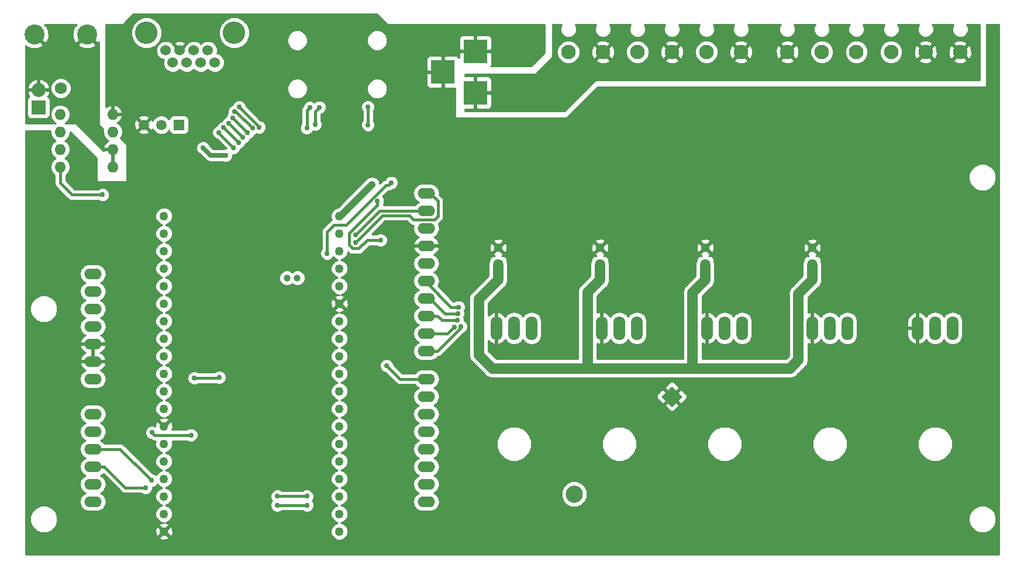
<source format=gbr>
G04 #@! TF.GenerationSoftware,KiCad,Pcbnew,5.0.0-fee4fd1~66~ubuntu16.04.1*
G04 #@! TF.CreationDate,2018-09-28T16:25:47-04:00*
G04 #@! TF.ProjectId,hydroponics_shield_rev4,687964726F706F6E6963735F73686965,rev?*
G04 #@! TF.SameCoordinates,Original*
G04 #@! TF.FileFunction,Copper,L2,Bot,Signal*
G04 #@! TF.FilePolarity,Positive*
%FSLAX46Y46*%
G04 Gerber Fmt 4.6, Leading zero omitted, Abs format (unit mm)*
G04 Created by KiCad (PCBNEW 5.0.0-fee4fd1~66~ubuntu16.04.1) date Fri Sep 28 16:25:47 2018*
%MOMM*%
%LPD*%
G01*
G04 APERTURE LIST*
G04 #@! TA.AperFunction,ComponentPad*
%ADD10O,2.540000X1.524000*%
G04 #@! TD*
G04 #@! TA.AperFunction,ComponentPad*
%ADD11C,3.251200*%
G04 #@! TD*
G04 #@! TA.AperFunction,ComponentPad*
%ADD12C,1.524000*%
G04 #@! TD*
G04 #@! TA.AperFunction,ComponentPad*
%ADD13C,1.750000*%
G04 #@! TD*
G04 #@! TA.AperFunction,ComponentPad*
%ADD14C,2.900000*%
G04 #@! TD*
G04 #@! TA.AperFunction,ComponentPad*
%ADD15C,1.520000*%
G04 #@! TD*
G04 #@! TA.AperFunction,ComponentPad*
%ADD16R,1.520000X1.520000*%
G04 #@! TD*
G04 #@! TA.AperFunction,ComponentPad*
%ADD17O,1.600000X1.600000*%
G04 #@! TD*
G04 #@! TA.AperFunction,ComponentPad*
%ADD18R,3.500120X3.500120*%
G04 #@! TD*
G04 #@! TA.AperFunction,ComponentPad*
%ADD19C,2.100000*%
G04 #@! TD*
G04 #@! TA.AperFunction,ComponentPad*
%ADD20C,1.300000*%
G04 #@! TD*
G04 #@! TA.AperFunction,ComponentPad*
%ADD21R,1.300000X1.300000*%
G04 #@! TD*
G04 #@! TA.AperFunction,ComponentPad*
%ADD22O,1.699260X3.500120*%
G04 #@! TD*
G04 #@! TA.AperFunction,ComponentPad*
%ADD23C,1.000760*%
G04 #@! TD*
G04 #@! TA.AperFunction,ComponentPad*
%ADD24R,2.032000X2.032000*%
G04 #@! TD*
G04 #@! TA.AperFunction,ComponentPad*
%ADD25O,2.032000X2.032000*%
G04 #@! TD*
G04 #@! TA.AperFunction,ComponentPad*
%ADD26C,2.170000*%
G04 #@! TD*
G04 #@! TA.AperFunction,Conductor*
%ADD27C,0.100000*%
G04 #@! TD*
G04 #@! TA.AperFunction,ComponentPad*
%ADD28C,2.500000*%
G04 #@! TD*
G04 #@! TA.AperFunction,ComponentPad*
%ADD29C,1.270000*%
G04 #@! TD*
G04 #@! TA.AperFunction,ViaPad*
%ADD30C,0.762000*%
G04 #@! TD*
G04 #@! TA.AperFunction,Conductor*
%ADD31C,0.635000*%
G04 #@! TD*
G04 #@! TA.AperFunction,Conductor*
%ADD32C,1.016000*%
G04 #@! TD*
G04 #@! TA.AperFunction,Conductor*
%ADD33C,0.381000*%
G04 #@! TD*
G04 #@! TA.AperFunction,Conductor*
%ADD34C,1.524000*%
G04 #@! TD*
G04 #@! TA.AperFunction,Conductor*
%ADD35C,0.254000*%
G04 #@! TD*
G04 APERTURE END LIST*
D10*
G04 #@! TO.P,SHIELD1,AD5*
G04 #@! TO.N,SCL*
X31496000Y-119888000D03*
G04 #@! TO.P,SHIELD1,AD4*
G04 #@! TO.N,SDA*
X31496000Y-117348000D03*
G04 #@! TO.P,SHIELD1,AD3*
G04 #@! TO.N,WIFI_DATA_RECEIVE*
X31496000Y-114808000D03*
G04 #@! TO.P,SHIELD1,AD0*
G04 #@! TO.N,PH_VOUT*
X31496000Y-107188000D03*
G04 #@! TO.P,SHIELD1,AD1*
G04 #@! TO.N,TEMP_SENSE_IN*
X31496000Y-109728000D03*
G04 #@! TO.P,SHIELD1,AD2*
G04 #@! TO.N,WIFI_DATA_TRANSMIT*
X31496000Y-112268000D03*
G04 #@! TO.P,SHIELD1,V_IN*
G04 #@! TO.N,+12V*
X31496000Y-102108000D03*
G04 #@! TO.P,SHIELD1,GND2*
G04 #@! TO.N,GND*
X31496000Y-99568000D03*
G04 #@! TO.P,SHIELD1,GND1*
X31496000Y-97028000D03*
G04 #@! TO.P,SHIELD1,3V3*
G04 #@! TO.N,N/C*
X31496000Y-91948000D03*
G04 #@! TO.P,SHIELD1,RST*
X31496000Y-89408000D03*
G04 #@! TO.P,SHIELD1,0*
G04 #@! TO.N,Net-(R1-Pad2)*
X79756000Y-119888000D03*
G04 #@! TO.P,SHIELD1,1*
G04 #@! TO.N,Net-(R2-Pad2)*
X79756000Y-117348000D03*
G04 #@! TO.P,SHIELD1,2*
G04 #@! TO.N,N/C*
X79756000Y-114808000D03*
G04 #@! TO.P,SHIELD1,3*
G04 #@! TO.N,ENCODER_A*
X79756000Y-112268000D03*
G04 #@! TO.P,SHIELD1,4*
G04 #@! TO.N,ENCODER_B*
X79756000Y-109728000D03*
G04 #@! TO.P,SHIELD1,5*
G04 #@! TO.N,ENCODER_SW*
X79756000Y-107188000D03*
G04 #@! TO.P,SHIELD1,6*
G04 #@! TO.N,N/C*
X79756000Y-104648000D03*
G04 #@! TO.P,SHIELD1,7*
G04 #@! TO.N,FLOAT_SWITCH_IN*
X79756000Y-102108000D03*
G04 #@! TO.P,SHIELD1,8*
G04 #@! TO.N,TOPUP_PUMP*
X79756000Y-98044000D03*
G04 #@! TO.P,SHIELD1,9*
G04 #@! TO.N,LED_STRIP_OUT*
X79756000Y-95504000D03*
G04 #@! TO.P,SHIELD1,10*
G04 #@! TO.N,DOSING_PUMP_1*
X79756000Y-92964000D03*
G04 #@! TO.P,SHIELD1,11*
G04 #@! TO.N,DOSING_PUMP_2*
X79756000Y-90424000D03*
G04 #@! TO.P,SHIELD1,12*
G04 #@! TO.N,MAIN_PUMP*
X79756000Y-87884000D03*
G04 #@! TO.P,SHIELD1,13*
G04 #@! TO.N,DISPLAY_RESET*
X79756000Y-85344000D03*
G04 #@! TO.P,SHIELD1,GND3*
G04 #@! TO.N,GND*
X79756000Y-82804000D03*
G04 #@! TO.P,SHIELD1,AREF*
G04 #@! TO.N,N/C*
X79756000Y-80264000D03*
G04 #@! TO.P,SHIELD1,5V*
X31496000Y-94488000D03*
G04 #@! TO.P,SHIELD1,SDA*
G04 #@! TO.N,SDA*
X79756000Y-77724000D03*
G04 #@! TO.P,SHIELD1,SCL*
G04 #@! TO.N,SCL*
X79756000Y-75184000D03*
G04 #@! TO.P,SHIELD1,IORE*
G04 #@! TO.N,N/C*
X31496000Y-86868000D03*
G04 #@! TD*
D11*
G04 #@! TO.P,J3,~*
G04 #@! TO.N,N/C*
X51943000Y-51943000D03*
X39243000Y-51943000D03*
D12*
G04 #@! TO.P,J3,7*
G04 #@! TO.N,SCL*
X48133000Y-54483000D03*
G04 #@! TO.P,J3,5*
G04 #@! TO.N,DISPLAY_RESET*
X46101000Y-54483000D03*
G04 #@! TO.P,J3,3*
G04 #@! TO.N,GND*
X44069000Y-54483000D03*
G04 #@! TO.P,J3,1*
G04 #@! TO.N,+5V*
X42037000Y-54483000D03*
G04 #@! TO.P,J3,8*
G04 #@! TO.N,SDA*
X49149000Y-56261000D03*
G04 #@! TO.P,J3,6*
G04 #@! TO.N,ENCODER_SW*
X47117000Y-56261000D03*
G04 #@! TO.P,J3,4*
G04 #@! TO.N,ENCODER_B*
X45085000Y-56261000D03*
G04 #@! TO.P,J3,2*
G04 #@! TO.N,ENCODER_A*
X43053000Y-56261000D03*
G04 #@! TD*
D13*
G04 #@! TO.P,P9,1*
G04 #@! TO.N,Net-(JP1-Pad1)*
X26822400Y-59946200D03*
D14*
G04 #@! TO.P,P9,2*
G04 #@! TO.N,Vguard*
X30622400Y-52146200D03*
G04 #@! TO.P,P9,3*
X23022400Y-52146200D03*
G04 #@! TD*
D15*
G04 #@! TO.P,REF1,2*
G04 #@! TO.N,Net-(C1-Pad1)*
X41402000Y-65278000D03*
G04 #@! TO.P,REF1,3*
G04 #@! TO.N,GND*
X38862000Y-65278000D03*
D16*
G04 #@! TO.P,REF1,1*
G04 #@! TO.N,N/C*
X43942000Y-65278000D03*
G04 #@! TD*
D17*
G04 #@! TO.P,U1,1*
G04 #@! TO.N,Vguard*
X34366200Y-71374000D03*
G04 #@! TO.P,U1,2*
X34366200Y-68834000D03*
G04 #@! TO.P,U1,3*
G04 #@! TO.N,Net-(C18-Pad1)*
X34366200Y-66294000D03*
G04 #@! TO.P,U1,4*
G04 #@! TO.N,GND*
X34366200Y-63754000D03*
G04 #@! TO.P,U1,5*
G04 #@! TO.N,Net-(JP1-Pad1)*
X26746200Y-63754000D03*
G04 #@! TO.P,U1,6*
G04 #@! TO.N,Net-(R12-Pad1)*
X26746200Y-66294000D03*
G04 #@! TO.P,U1,7*
G04 #@! TO.N,Net-(R12-Pad2)*
X26746200Y-68834000D03*
G04 #@! TO.P,U1,8*
G04 #@! TO.N,+5V*
X26746200Y-71374000D03*
G04 #@! TD*
D18*
G04 #@! TO.P,CON1,1*
G04 #@! TO.N,+12V*
X86868000Y-60609480D03*
G04 #@! TO.P,CON1,2*
G04 #@! TO.N,GND*
X86868000Y-54610000D03*
G04 #@! TO.P,CON1,3*
X82169000Y-57609740D03*
G04 #@! TD*
D19*
G04 #@! TO.P,J1,1*
G04 #@! TO.N,+12V*
X157033000Y-54737000D03*
G04 #@! TO.P,J1,2*
X152033000Y-54737000D03*
G04 #@! TO.P,J1,3*
G04 #@! TO.N,/LEDDRV*
X147033000Y-54737000D03*
G04 #@! TO.P,J1,4*
X142033000Y-54737000D03*
G04 #@! TO.P,J1,5*
G04 #@! TO.N,/TPDRV*
X137033000Y-54737000D03*
G04 #@! TO.P,J1,6*
G04 #@! TO.N,+12V*
X132033000Y-54737000D03*
G04 #@! TD*
G04 #@! TO.P,J2,1*
G04 #@! TO.N,+12V*
X125330000Y-54735000D03*
G04 #@! TO.P,J2,2*
G04 #@! TO.N,/D1DRV*
X120330000Y-54735000D03*
G04 #@! TO.P,J2,3*
G04 #@! TO.N,+12V*
X115330000Y-54735000D03*
G04 #@! TO.P,J2,4*
G04 #@! TO.N,/D2DRV*
X110330000Y-54735000D03*
G04 #@! TO.P,J2,5*
G04 #@! TO.N,+12V*
X105330000Y-54735000D03*
G04 #@! TO.P,J2,6*
G04 #@! TO.N,/MPDRV*
X100330000Y-54735000D03*
G04 #@! TD*
D20*
G04 #@! TO.P,C3,2*
G04 #@! TO.N,GND*
X120142000Y-83058000D03*
D21*
G04 #@! TO.P,C3,1*
G04 #@! TO.N,+12V*
X120142000Y-85558000D03*
G04 #@! TD*
D20*
G04 #@! TO.P,C4,2*
G04 #@! TO.N,GND*
X104902000Y-83058000D03*
D21*
G04 #@! TO.P,C4,1*
G04 #@! TO.N,+12V*
X104902000Y-85558000D03*
G04 #@! TD*
D20*
G04 #@! TO.P,C5,2*
G04 #@! TO.N,GND*
X90170000Y-83058000D03*
D21*
G04 #@! TO.P,C5,1*
G04 #@! TO.N,+12V*
X90170000Y-85558000D03*
G04 #@! TD*
D22*
G04 #@! TO.P,Q5,2*
G04 #@! TO.N,/LEDDRV*
X153416000Y-94742000D03*
G04 #@! TO.P,Q5,1*
G04 #@! TO.N,LED_STRIP_OUT*
X155956000Y-94742000D03*
G04 #@! TO.P,Q5,3*
G04 #@! TO.N,GND*
X150876000Y-94742000D03*
G04 #@! TD*
G04 #@! TO.P,Q6,2*
G04 #@! TO.N,/D1DRV*
X122936000Y-94742000D03*
G04 #@! TO.P,Q6,1*
G04 #@! TO.N,DOSING_PUMP_1*
X125476000Y-94742000D03*
G04 #@! TO.P,Q6,3*
G04 #@! TO.N,GND*
X120396000Y-94742000D03*
G04 #@! TD*
G04 #@! TO.P,Q7,2*
G04 #@! TO.N,/D2DRV*
X107696000Y-94742000D03*
G04 #@! TO.P,Q7,1*
G04 #@! TO.N,DOSING_PUMP_2*
X110236000Y-94742000D03*
G04 #@! TO.P,Q7,3*
G04 #@! TO.N,GND*
X105156000Y-94742000D03*
G04 #@! TD*
G04 #@! TO.P,Q8,2*
G04 #@! TO.N,/MPDRV*
X92456000Y-94742000D03*
G04 #@! TO.P,Q8,1*
G04 #@! TO.N,MAIN_PUMP*
X94996000Y-94742000D03*
G04 #@! TO.P,Q8,3*
G04 #@! TO.N,GND*
X89916000Y-94742000D03*
G04 #@! TD*
D20*
G04 #@! TO.P,C6,2*
G04 #@! TO.N,GND*
X135636000Y-83058000D03*
D21*
G04 #@! TO.P,C6,1*
G04 #@! TO.N,+12V*
X135636000Y-85558000D03*
G04 #@! TD*
D22*
G04 #@! TO.P,Q9,2*
G04 #@! TO.N,/TPDRV*
X138176000Y-94742000D03*
G04 #@! TO.P,Q9,1*
G04 #@! TO.N,TOPUP_PUMP*
X140716000Y-94742000D03*
G04 #@! TO.P,Q9,3*
G04 #@! TO.N,GND*
X135636000Y-94742000D03*
G04 #@! TD*
D23*
G04 #@! TO.P,Y1,1*
G04 #@! TO.N,Net-(C7-Pad1)*
X59588400Y-87477600D03*
G04 #@! TO.P,Y1,2*
G04 #@! TO.N,Net-(U2-Pad2)*
X61087000Y-87477600D03*
G04 #@! TD*
D24*
G04 #@! TO.P,JP1,1*
G04 #@! TO.N,Net-(JP1-Pad1)*
X23622000Y-62738000D03*
D25*
G04 #@! TO.P,JP1,2*
G04 #@! TO.N,Vguard*
X23622000Y-60198000D03*
G04 #@! TD*
D26*
G04 #@! TO.P,BAT1,1*
G04 #@! TO.N,GND*
X115316000Y-104648000D03*
D27*
G04 #@! TD*
G04 #@! TO.N,GND*
G04 #@! TO.C,BAT1*
G36*
X115316000Y-103113578D02*
X116850422Y-104648000D01*
X115316000Y-106182422D01*
X113781578Y-104648000D01*
X115316000Y-103113578D01*
X115316000Y-103113578D01*
G37*
D28*
G04 #@! TO.P,BAT1,2*
G04 #@! TO.N,BATT_BACKUP*
X101173864Y-118790136D03*
G04 #@! TD*
D29*
G04 #@! TO.P,U5,3v3*
G04 #@! TO.N,N/C*
X67183000Y-124206000D03*
G04 #@! TO.P,U5,EN*
X67183000Y-121666000D03*
G04 #@! TO.P,U5,VP*
X67183000Y-119126000D03*
G04 #@! TO.P,U5,VN*
X67183000Y-116586000D03*
G04 #@! TO.P,U5,34*
X67183000Y-114046000D03*
G04 #@! TO.P,U5,35*
X67183000Y-111506000D03*
G04 #@! TO.P,U5,32*
X67183000Y-108966000D03*
G04 #@! TO.P,U5,33*
X67183000Y-106426000D03*
G04 #@! TO.P,U5,25*
X67183000Y-103886000D03*
G04 #@! TO.P,U5,26*
X67183000Y-101346000D03*
G04 #@! TO.P,U5,27*
X67183000Y-98806000D03*
G04 #@! TO.P,U5,14*
X67183000Y-96266000D03*
G04 #@! TO.P,U5,12*
X67183000Y-93726000D03*
G04 #@! TO.P,U5,GND1*
G04 #@! TO.N,GND*
X67183000Y-91186000D03*
G04 #@! TO.P,U5,13*
G04 #@! TO.N,N/C*
X67183000Y-88646000D03*
G04 #@! TO.P,U5,D2*
X67183000Y-86106000D03*
G04 #@! TO.P,U5,CMD*
X67183000Y-81026000D03*
G04 #@! TO.P,U5,D3*
X67183000Y-83566000D03*
G04 #@! TO.P,U5,5V*
G04 #@! TO.N,+5V*
X67183000Y-78486000D03*
G04 #@! TO.P,U5,18*
G04 #@! TO.N,N/C*
X41783000Y-103886000D03*
G04 #@! TO.P,U5,17*
G04 #@! TO.N,Net-(D14-Pad2)*
X41783000Y-98806000D03*
G04 #@! TO.P,U5,19*
G04 #@! TO.N,N/C*
X41783000Y-106426000D03*
G04 #@! TO.P,U5,4*
X41783000Y-93726000D03*
G04 #@! TO.P,U5,5*
X41783000Y-101346000D03*
G04 #@! TO.P,U5,16*
G04 #@! TO.N,Net-(R10-Pad2)*
X41783000Y-96266000D03*
G04 #@! TO.P,U5,2*
G04 #@! TO.N,N/C*
X41783000Y-88646000D03*
G04 #@! TO.P,U5,D0*
X41783000Y-81026000D03*
G04 #@! TO.P,U5,0*
X41783000Y-91186000D03*
G04 #@! TO.P,U5,15*
X41783000Y-86106000D03*
G04 #@! TO.P,U5,CLK*
X41783000Y-78486000D03*
G04 #@! TO.P,U5,D1*
X41783000Y-83566000D03*
G04 #@! TO.P,U5,TX*
X41783000Y-116586000D03*
G04 #@! TO.P,U5,RX*
X41783000Y-114046000D03*
G04 #@! TO.P,U5,22*
X41783000Y-119126000D03*
G04 #@! TO.P,U5,23*
X41783000Y-121666000D03*
G04 #@! TO.P,U5,GND3*
G04 #@! TO.N,GND*
X41783000Y-124206000D03*
G04 #@! TO.P,U5,GND2*
X41783000Y-108966000D03*
G04 #@! TO.P,U5,21*
G04 #@! TO.N,N/C*
X41783000Y-111506000D03*
G04 #@! TD*
D30*
G04 #@! TO.N,GND*
X74168000Y-86106000D03*
X35052000Y-96012000D03*
X39370000Y-106553000D03*
X55397400Y-88138000D03*
X59029600Y-83794600D03*
X57658000Y-107950000D03*
X64541400Y-112318800D03*
X95656400Y-67183000D03*
X86639400Y-77089000D03*
X94843600Y-71653400D03*
X91668600Y-73914000D03*
X81229200Y-64922400D03*
X83210400Y-62865000D03*
X22555200Y-70383400D03*
X37084000Y-73558400D03*
X41148000Y-72542400D03*
X32461200Y-78765400D03*
X73685400Y-69494400D03*
G04 #@! TO.N,+5V*
X47447200Y-68630800D03*
X50723800Y-69697600D03*
X71882000Y-73914000D03*
X32893000Y-75412600D03*
X71323200Y-65278000D03*
X71323200Y-62661800D03*
G04 #@! TO.N,FLOAT_SWITCH_IN*
X73126600Y-81965800D03*
X72694800Y-76327000D03*
X74015600Y-100177600D03*
X62458600Y-65735200D03*
X62890400Y-62788800D03*
G04 #@! TO.N,TEMP_SENSE_IN*
X63677800Y-65201800D03*
X64262000Y-62738000D03*
G04 #@! TO.N,+3V3*
X74676000Y-73660000D03*
X65405000Y-83896200D03*
X40055800Y-109880400D03*
X45694600Y-110236000D03*
X46177200Y-101981000D03*
X49784000Y-101879400D03*
G04 #@! TO.N,LED_STRIP_OUT*
X83791410Y-94567277D03*
G04 #@! TO.N,DOSING_PUMP_1*
X84289340Y-93603342D03*
G04 #@! TO.N,DOSING_PUMP_2*
X84308330Y-92641517D03*
G04 #@! TO.N,MAIN_PUMP*
X84407218Y-91684601D03*
G04 #@! TO.N,TOPUP_PUMP*
X84751977Y-94514583D03*
G04 #@! TO.N,WIFI_DATA_RECEIVE*
X62484000Y-120396000D03*
X58166000Y-120396000D03*
X39116000Y-117856000D03*
G04 #@! TO.N,WIFI_DATA_TRANSMIT*
X58216800Y-119100600D03*
X62458600Y-119100600D03*
X39979601Y-116814601D03*
G04 #@! TO.N,SCL*
X69488666Y-82335840D03*
X55575200Y-65608200D03*
X52677165Y-62678698D03*
G04 #@! TO.N,ENCODER_SW*
X53211540Y-67108262D03*
X51128059Y-65033576D03*
G04 #@! TO.N,ENCODER_A*
X51866800Y-68580000D03*
X49740254Y-66364796D03*
G04 #@! TO.N,ENCODER_B*
X52552258Y-67808844D03*
X50413048Y-65677180D03*
G04 #@! TO.N,SDA*
X69529795Y-81203617D03*
X54584600Y-65760600D03*
X51971460Y-63361078D03*
G04 #@! TO.N,DISPLAY_RESET*
X53891266Y-66427499D03*
X51765200Y-64312800D03*
G04 #@! TD*
D31*
G04 #@! TO.N,+5V*
X50723800Y-69697600D02*
X48514000Y-69697600D01*
X48514000Y-69697600D02*
X47447200Y-68630800D01*
D32*
X67310000Y-78486000D02*
X71882000Y-73914000D01*
X67183000Y-78486000D02*
X67310000Y-78486000D01*
D33*
X26746200Y-71374000D02*
X26746200Y-73710800D01*
X28448000Y-75412600D02*
X32893000Y-75412600D01*
X26746200Y-73710800D02*
X28448000Y-75412600D01*
X71323200Y-65278000D02*
X71323200Y-62661800D01*
D34*
G04 #@! TO.N,+12V*
X90170000Y-85558000D02*
X90170000Y-87732000D01*
X90170000Y-87732000D02*
X87376000Y-90526000D01*
X87376000Y-90526000D02*
X87376000Y-98628793D01*
X87376000Y-98628793D02*
X89331207Y-100584000D01*
X89331207Y-100584000D02*
X103124000Y-100584000D01*
X120142000Y-85558000D02*
X120142000Y-87732000D01*
X120142000Y-87732000D02*
X118304945Y-89569055D01*
X118304945Y-89569055D02*
X118304945Y-100270945D01*
X118304945Y-100270945D02*
X118618000Y-100584000D01*
X103124000Y-100584000D02*
X118618000Y-100584000D01*
X104902000Y-85558000D02*
X104902000Y-87732000D01*
X104902000Y-87732000D02*
X103124000Y-89510000D01*
X103124000Y-89510000D02*
X103124000Y-100584000D01*
X118618000Y-100584000D02*
X132398856Y-100584000D01*
X132398856Y-100584000D02*
X133632855Y-99350001D01*
X133632855Y-99350001D02*
X133632855Y-89735145D01*
X133632855Y-89735145D02*
X135636000Y-87732000D01*
X135636000Y-87732000D02*
X135636000Y-85558000D01*
D33*
G04 #@! TO.N,FLOAT_SWITCH_IN*
X79756000Y-102108000D02*
X75946000Y-102108000D01*
X75946000Y-102108000D02*
X74015600Y-100177600D01*
X69945522Y-83210400D02*
X71190122Y-81965800D01*
X69113400Y-83210400D02*
X69945522Y-83210400D01*
X71190122Y-81965800D02*
X73126600Y-81965800D01*
X72694800Y-76327000D02*
X72694800Y-76865815D01*
X68580000Y-80980615D02*
X68580000Y-82677000D01*
X72694800Y-76865815D02*
X68580000Y-80980615D01*
X68580000Y-82677000D02*
X69113400Y-83210400D01*
X62458600Y-63220600D02*
X62890400Y-62788800D01*
X62458600Y-65735200D02*
X62458600Y-63220600D01*
G04 #@! TO.N,TEMP_SENSE_IN*
X63677800Y-63322200D02*
X64262000Y-62738000D01*
X63677800Y-65201800D02*
X63677800Y-63322200D01*
G04 #@! TO.N,+3V3*
X74295001Y-74040999D02*
X73888601Y-74040999D01*
X74676000Y-73660000D02*
X74295001Y-74040999D01*
X73888601Y-74040999D02*
X68148200Y-79781400D01*
X68148200Y-79781400D02*
X66395600Y-79781400D01*
X65405000Y-80772000D02*
X65405000Y-83896200D01*
X66395600Y-79781400D02*
X65405000Y-80772000D01*
X40436799Y-110261399D02*
X45669201Y-110261399D01*
X40055800Y-109880400D02*
X40436799Y-110261399D01*
X45669201Y-110261399D02*
X45694600Y-110236000D01*
X49682400Y-101981000D02*
X49784000Y-101879400D01*
X46177200Y-101981000D02*
X49682400Y-101981000D01*
G04 #@! TO.N,LED_STRIP_OUT*
X83410411Y-94948276D02*
X83791410Y-94567277D01*
X82854687Y-95504000D02*
X83410411Y-94948276D01*
X79756000Y-95504000D02*
X82854687Y-95504000D01*
G04 #@! TO.N,DOSING_PUMP_1*
X81407000Y-92964000D02*
X82046342Y-93603342D01*
X82046342Y-93603342D02*
X83750525Y-93603342D01*
X83750525Y-93603342D02*
X84289340Y-93603342D01*
X79756000Y-92964000D02*
X81407000Y-92964000D01*
G04 #@! TO.N,DOSING_PUMP_2*
X82481517Y-92641517D02*
X83769515Y-92641517D01*
X80264000Y-90424000D02*
X82481517Y-92641517D01*
X79756000Y-90424000D02*
X80264000Y-90424000D01*
X83769515Y-92641517D02*
X84308330Y-92641517D01*
G04 #@! TO.N,MAIN_PUMP*
X79756000Y-87884000D02*
X79756000Y-88088536D01*
X79756000Y-88088536D02*
X83352065Y-91684601D01*
X83352065Y-91684601D02*
X84407218Y-91684601D01*
G04 #@! TO.N,TOPUP_PUMP*
X81407000Y-98044000D02*
X84751977Y-94699023D01*
X84751977Y-94699023D02*
X84751977Y-94514583D01*
X79756000Y-98044000D02*
X81407000Y-98044000D01*
G04 #@! TO.N,WIFI_DATA_RECEIVE*
X62484000Y-120396000D02*
X58166000Y-120396000D01*
X33147000Y-114808000D02*
X36195000Y-117856000D01*
X31496000Y-114808000D02*
X33147000Y-114808000D01*
X36195000Y-117856000D02*
X39116000Y-117856000D01*
G04 #@! TO.N,WIFI_DATA_TRANSMIT*
X32004000Y-112268000D02*
X31496000Y-112268000D01*
X58216800Y-119100600D02*
X62458600Y-119100600D01*
X31496000Y-112268000D02*
X35433000Y-112268000D01*
X39598602Y-116433602D02*
X39979601Y-116814601D01*
X35433000Y-112268000D02*
X39598602Y-116433602D01*
G04 #@! TO.N,SCL*
X80924400Y-79019400D02*
X81416510Y-78527290D01*
X81416510Y-76336510D02*
X80264000Y-75184000D01*
X77901800Y-79019400D02*
X80924400Y-79019400D01*
X69488666Y-82335840D02*
X73428713Y-78395793D01*
X73428713Y-78395793D02*
X77278193Y-78395793D01*
X77278193Y-78395793D02*
X77901800Y-79019400D01*
X81416510Y-78527290D02*
X81416510Y-76336510D01*
X80264000Y-75184000D02*
X79756000Y-75184000D01*
X52677165Y-62678698D02*
X55575200Y-65576733D01*
X55575200Y-65576733D02*
X55575200Y-65608200D01*
G04 #@! TO.N,ENCODER_SW*
X53202745Y-67108262D02*
X53211540Y-67108262D01*
X51128059Y-65033576D02*
X53202745Y-67108262D01*
G04 #@! TO.N,ENCODER_A*
X51866800Y-68580000D02*
X49740254Y-66453454D01*
X49740254Y-66453454D02*
X49740254Y-66364796D01*
G04 #@! TO.N,ENCODER_B*
X50413048Y-65677180D02*
X52544712Y-67808844D01*
X52544712Y-67808844D02*
X52552258Y-67808844D01*
G04 #@! TO.N,SDA*
X69910794Y-80822618D02*
X69529795Y-81203617D01*
X73009412Y-77724000D02*
X69910794Y-80822618D01*
X79756000Y-77724000D02*
X73009412Y-77724000D01*
X79756000Y-77724000D02*
X78280353Y-77724000D01*
X52185078Y-63361078D02*
X54584600Y-65760600D01*
X51971460Y-63361078D02*
X52185078Y-63361078D01*
G04 #@! TO.N,DISPLAY_RESET*
X53879899Y-66427499D02*
X53891266Y-66427499D01*
X51765200Y-64312800D02*
X53879899Y-66427499D01*
G04 #@! TD*
D35*
G04 #@! TO.N,Vguard*
G36*
X29144549Y-50847957D02*
X28830976Y-51001635D01*
X28529334Y-51774308D01*
X28546342Y-52603598D01*
X28830976Y-53290765D01*
X29144551Y-53444444D01*
X30442795Y-52146200D01*
X30428653Y-52132058D01*
X30608258Y-51952453D01*
X30622400Y-51966595D01*
X30636543Y-51952453D01*
X30816148Y-52132058D01*
X30802005Y-52146200D01*
X32100249Y-53444444D01*
X32385000Y-53304891D01*
X32385000Y-65278000D01*
X32394667Y-65326601D01*
X32422197Y-65367803D01*
X32976968Y-65922574D01*
X32903087Y-66294000D01*
X33014460Y-66853909D01*
X33331623Y-67328577D01*
X33715308Y-67584947D01*
X33511066Y-67681611D01*
X33135159Y-68096577D01*
X32974296Y-68484961D01*
X33096285Y-68707000D01*
X34239200Y-68707000D01*
X34239200Y-68687000D01*
X34493200Y-68687000D01*
X34493200Y-68707000D01*
X34513200Y-68707000D01*
X34513200Y-68961000D01*
X34493200Y-68961000D01*
X34493200Y-71247000D01*
X34513200Y-71247000D01*
X34513200Y-71501000D01*
X34493200Y-71501000D01*
X34493200Y-71521000D01*
X34239200Y-71521000D01*
X34239200Y-71501000D01*
X34219200Y-71501000D01*
X34219200Y-71247000D01*
X34239200Y-71247000D01*
X34239200Y-68961000D01*
X33096285Y-68961000D01*
X33042856Y-69058250D01*
X29045803Y-65061197D01*
X29004601Y-65033667D01*
X28956000Y-65024000D01*
X27428442Y-65024000D01*
X27780777Y-64788577D01*
X28097940Y-64313909D01*
X28209313Y-63754000D01*
X28097940Y-63194091D01*
X27780777Y-62719423D01*
X27306109Y-62402260D01*
X26887533Y-62319000D01*
X26604867Y-62319000D01*
X26186291Y-62402260D01*
X25711623Y-62719423D01*
X25394460Y-63194091D01*
X25285440Y-63742171D01*
X25285440Y-61722000D01*
X25236157Y-61474235D01*
X25095809Y-61264191D01*
X24938887Y-61159338D01*
X25028385Y-61062818D01*
X25227975Y-60580944D01*
X25108836Y-60325000D01*
X23749000Y-60325000D01*
X23749000Y-60345000D01*
X23495000Y-60345000D01*
X23495000Y-60325000D01*
X22135164Y-60325000D01*
X22016025Y-60580944D01*
X22215615Y-61062818D01*
X22305113Y-61159338D01*
X22148191Y-61264191D01*
X22007843Y-61474235D01*
X21958560Y-61722000D01*
X21958560Y-63754000D01*
X22007843Y-64001765D01*
X22148191Y-64211809D01*
X22358235Y-64352157D01*
X22606000Y-64401440D01*
X24638000Y-64401440D01*
X24885765Y-64352157D01*
X25095809Y-64211809D01*
X25236157Y-64001765D01*
X25284264Y-63759915D01*
X25394460Y-64313909D01*
X25711623Y-64788577D01*
X26063958Y-65024000D01*
X21792000Y-65024000D01*
X21792000Y-59815056D01*
X22016025Y-59815056D01*
X22135164Y-60071000D01*
X23495000Y-60071000D01*
X23495000Y-58710633D01*
X23749000Y-58710633D01*
X23749000Y-60071000D01*
X25108836Y-60071000D01*
X25227975Y-59815056D01*
X25157888Y-59645842D01*
X25312400Y-59645842D01*
X25312400Y-60246558D01*
X25542284Y-60801546D01*
X25967054Y-61226316D01*
X26522042Y-61456200D01*
X27122758Y-61456200D01*
X27677746Y-61226316D01*
X28102516Y-60801546D01*
X28332400Y-60246558D01*
X28332400Y-59645842D01*
X28102516Y-59090854D01*
X27677746Y-58666084D01*
X27122758Y-58436200D01*
X26522042Y-58436200D01*
X25967054Y-58666084D01*
X25542284Y-59090854D01*
X25312400Y-59645842D01*
X25157888Y-59645842D01*
X25028385Y-59333182D01*
X24590379Y-58860812D01*
X24004946Y-58592017D01*
X23749000Y-58710633D01*
X23495000Y-58710633D01*
X23239054Y-58592017D01*
X22653621Y-58860812D01*
X22215615Y-59333182D01*
X22016025Y-59815056D01*
X21792000Y-59815056D01*
X21792000Y-53762482D01*
X21877835Y-53937624D01*
X22650508Y-54239266D01*
X23479798Y-54222258D01*
X24166965Y-53937624D01*
X24320644Y-53624049D01*
X29324156Y-53624049D01*
X29477835Y-53937624D01*
X30250508Y-54239266D01*
X31079798Y-54222258D01*
X31766965Y-53937624D01*
X31920644Y-53624049D01*
X30622400Y-52325805D01*
X29324156Y-53624049D01*
X24320644Y-53624049D01*
X23022400Y-52325805D01*
X23008258Y-52339948D01*
X22828653Y-52160343D01*
X22842795Y-52146200D01*
X22828653Y-52132058D01*
X23008258Y-51952453D01*
X23022400Y-51966595D01*
X23036543Y-51952453D01*
X23216148Y-52132058D01*
X23202005Y-52146200D01*
X24500249Y-53444444D01*
X24813824Y-53290765D01*
X25115466Y-52518092D01*
X25098458Y-51688802D01*
X24813824Y-51001635D01*
X24500251Y-50847957D01*
X24600208Y-50748000D01*
X29044592Y-50748000D01*
X29144549Y-50847957D01*
X29144549Y-50847957D01*
G37*
X29144549Y-50847957D02*
X28830976Y-51001635D01*
X28529334Y-51774308D01*
X28546342Y-52603598D01*
X28830976Y-53290765D01*
X29144551Y-53444444D01*
X30442795Y-52146200D01*
X30428653Y-52132058D01*
X30608258Y-51952453D01*
X30622400Y-51966595D01*
X30636543Y-51952453D01*
X30816148Y-52132058D01*
X30802005Y-52146200D01*
X32100249Y-53444444D01*
X32385000Y-53304891D01*
X32385000Y-65278000D01*
X32394667Y-65326601D01*
X32422197Y-65367803D01*
X32976968Y-65922574D01*
X32903087Y-66294000D01*
X33014460Y-66853909D01*
X33331623Y-67328577D01*
X33715308Y-67584947D01*
X33511066Y-67681611D01*
X33135159Y-68096577D01*
X32974296Y-68484961D01*
X33096285Y-68707000D01*
X34239200Y-68707000D01*
X34239200Y-68687000D01*
X34493200Y-68687000D01*
X34493200Y-68707000D01*
X34513200Y-68707000D01*
X34513200Y-68961000D01*
X34493200Y-68961000D01*
X34493200Y-71247000D01*
X34513200Y-71247000D01*
X34513200Y-71501000D01*
X34493200Y-71501000D01*
X34493200Y-71521000D01*
X34239200Y-71521000D01*
X34239200Y-71501000D01*
X34219200Y-71501000D01*
X34219200Y-71247000D01*
X34239200Y-71247000D01*
X34239200Y-68961000D01*
X33096285Y-68961000D01*
X33042856Y-69058250D01*
X29045803Y-65061197D01*
X29004601Y-65033667D01*
X28956000Y-65024000D01*
X27428442Y-65024000D01*
X27780777Y-64788577D01*
X28097940Y-64313909D01*
X28209313Y-63754000D01*
X28097940Y-63194091D01*
X27780777Y-62719423D01*
X27306109Y-62402260D01*
X26887533Y-62319000D01*
X26604867Y-62319000D01*
X26186291Y-62402260D01*
X25711623Y-62719423D01*
X25394460Y-63194091D01*
X25285440Y-63742171D01*
X25285440Y-61722000D01*
X25236157Y-61474235D01*
X25095809Y-61264191D01*
X24938887Y-61159338D01*
X25028385Y-61062818D01*
X25227975Y-60580944D01*
X25108836Y-60325000D01*
X23749000Y-60325000D01*
X23749000Y-60345000D01*
X23495000Y-60345000D01*
X23495000Y-60325000D01*
X22135164Y-60325000D01*
X22016025Y-60580944D01*
X22215615Y-61062818D01*
X22305113Y-61159338D01*
X22148191Y-61264191D01*
X22007843Y-61474235D01*
X21958560Y-61722000D01*
X21958560Y-63754000D01*
X22007843Y-64001765D01*
X22148191Y-64211809D01*
X22358235Y-64352157D01*
X22606000Y-64401440D01*
X24638000Y-64401440D01*
X24885765Y-64352157D01*
X25095809Y-64211809D01*
X25236157Y-64001765D01*
X25284264Y-63759915D01*
X25394460Y-64313909D01*
X25711623Y-64788577D01*
X26063958Y-65024000D01*
X21792000Y-65024000D01*
X21792000Y-59815056D01*
X22016025Y-59815056D01*
X22135164Y-60071000D01*
X23495000Y-60071000D01*
X23495000Y-58710633D01*
X23749000Y-58710633D01*
X23749000Y-60071000D01*
X25108836Y-60071000D01*
X25227975Y-59815056D01*
X25157888Y-59645842D01*
X25312400Y-59645842D01*
X25312400Y-60246558D01*
X25542284Y-60801546D01*
X25967054Y-61226316D01*
X26522042Y-61456200D01*
X27122758Y-61456200D01*
X27677746Y-61226316D01*
X28102516Y-60801546D01*
X28332400Y-60246558D01*
X28332400Y-59645842D01*
X28102516Y-59090854D01*
X27677746Y-58666084D01*
X27122758Y-58436200D01*
X26522042Y-58436200D01*
X25967054Y-58666084D01*
X25542284Y-59090854D01*
X25312400Y-59645842D01*
X25157888Y-59645842D01*
X25028385Y-59333182D01*
X24590379Y-58860812D01*
X24004946Y-58592017D01*
X23749000Y-58710633D01*
X23495000Y-58710633D01*
X23239054Y-58592017D01*
X22653621Y-58860812D01*
X22215615Y-59333182D01*
X22016025Y-59815056D01*
X21792000Y-59815056D01*
X21792000Y-53762482D01*
X21877835Y-53937624D01*
X22650508Y-54239266D01*
X23479798Y-54222258D01*
X24166965Y-53937624D01*
X24320644Y-53624049D01*
X29324156Y-53624049D01*
X29477835Y-53937624D01*
X30250508Y-54239266D01*
X31079798Y-54222258D01*
X31766965Y-53937624D01*
X31920644Y-53624049D01*
X30622400Y-52325805D01*
X29324156Y-53624049D01*
X24320644Y-53624049D01*
X23022400Y-52325805D01*
X23008258Y-52339948D01*
X22828653Y-52160343D01*
X22842795Y-52146200D01*
X22828653Y-52132058D01*
X23008258Y-51952453D01*
X23022400Y-51966595D01*
X23036543Y-51952453D01*
X23216148Y-52132058D01*
X23202005Y-52146200D01*
X24500249Y-53444444D01*
X24813824Y-53290765D01*
X25115466Y-52518092D01*
X25098458Y-51688802D01*
X24813824Y-51001635D01*
X24500251Y-50847957D01*
X24600208Y-50748000D01*
X29044592Y-50748000D01*
X29144549Y-50847957D01*
G04 #@! TO.N,+12V*
G36*
X99325405Y-50763751D02*
X99145000Y-51199289D01*
X99145000Y-51670711D01*
X99325405Y-52106249D01*
X99658751Y-52439595D01*
X100094289Y-52620000D01*
X100565711Y-52620000D01*
X101001249Y-52439595D01*
X101334595Y-52106249D01*
X101515000Y-51670711D01*
X101515000Y-51199289D01*
X101334595Y-50763751D01*
X101318844Y-50748000D01*
X104341156Y-50748000D01*
X104325405Y-50763751D01*
X104145000Y-51199289D01*
X104145000Y-51670711D01*
X104325405Y-52106249D01*
X104658751Y-52439595D01*
X105094289Y-52620000D01*
X105565711Y-52620000D01*
X106001249Y-52439595D01*
X106334595Y-52106249D01*
X106515000Y-51670711D01*
X106515000Y-51199289D01*
X106334595Y-50763751D01*
X106318844Y-50748000D01*
X109341156Y-50748000D01*
X109325405Y-50763751D01*
X109145000Y-51199289D01*
X109145000Y-51670711D01*
X109325405Y-52106249D01*
X109658751Y-52439595D01*
X110094289Y-52620000D01*
X110565711Y-52620000D01*
X111001249Y-52439595D01*
X111334595Y-52106249D01*
X111515000Y-51670711D01*
X111515000Y-51199289D01*
X111334595Y-50763751D01*
X111318844Y-50748000D01*
X114341156Y-50748000D01*
X114325405Y-50763751D01*
X114145000Y-51199289D01*
X114145000Y-51670711D01*
X114325405Y-52106249D01*
X114658751Y-52439595D01*
X115094289Y-52620000D01*
X115565711Y-52620000D01*
X116001249Y-52439595D01*
X116334595Y-52106249D01*
X116515000Y-51670711D01*
X116515000Y-51199289D01*
X116334595Y-50763751D01*
X116318844Y-50748000D01*
X119341156Y-50748000D01*
X119325405Y-50763751D01*
X119145000Y-51199289D01*
X119145000Y-51670711D01*
X119325405Y-52106249D01*
X119658751Y-52439595D01*
X120094289Y-52620000D01*
X120565711Y-52620000D01*
X121001249Y-52439595D01*
X121334595Y-52106249D01*
X121515000Y-51670711D01*
X121515000Y-51199289D01*
X121334595Y-50763751D01*
X121318844Y-50748000D01*
X124341156Y-50748000D01*
X124325405Y-50763751D01*
X124145000Y-51199289D01*
X124145000Y-51670711D01*
X124325405Y-52106249D01*
X124658751Y-52439595D01*
X125094289Y-52620000D01*
X125565711Y-52620000D01*
X126001249Y-52439595D01*
X126334595Y-52106249D01*
X126515000Y-51670711D01*
X126515000Y-51199289D01*
X126334595Y-50763751D01*
X126318844Y-50748000D01*
X131046156Y-50748000D01*
X131028405Y-50765751D01*
X130848000Y-51201289D01*
X130848000Y-51672711D01*
X131028405Y-52108249D01*
X131361751Y-52441595D01*
X131797289Y-52622000D01*
X132268711Y-52622000D01*
X132704249Y-52441595D01*
X133037595Y-52108249D01*
X133218000Y-51672711D01*
X133218000Y-51201289D01*
X133037595Y-50765751D01*
X133019844Y-50748000D01*
X136046156Y-50748000D01*
X136028405Y-50765751D01*
X135848000Y-51201289D01*
X135848000Y-51672711D01*
X136028405Y-52108249D01*
X136361751Y-52441595D01*
X136797289Y-52622000D01*
X137268711Y-52622000D01*
X137704249Y-52441595D01*
X138037595Y-52108249D01*
X138218000Y-51672711D01*
X138218000Y-51201289D01*
X138037595Y-50765751D01*
X138019844Y-50748000D01*
X141046156Y-50748000D01*
X141028405Y-50765751D01*
X140848000Y-51201289D01*
X140848000Y-51672711D01*
X141028405Y-52108249D01*
X141361751Y-52441595D01*
X141797289Y-52622000D01*
X142268711Y-52622000D01*
X142704249Y-52441595D01*
X143037595Y-52108249D01*
X143218000Y-51672711D01*
X143218000Y-51201289D01*
X143037595Y-50765751D01*
X143019844Y-50748000D01*
X146046156Y-50748000D01*
X146028405Y-50765751D01*
X145848000Y-51201289D01*
X145848000Y-51672711D01*
X146028405Y-52108249D01*
X146361751Y-52441595D01*
X146797289Y-52622000D01*
X147268711Y-52622000D01*
X147704249Y-52441595D01*
X148037595Y-52108249D01*
X148218000Y-51672711D01*
X148218000Y-51201289D01*
X148037595Y-50765751D01*
X148019844Y-50748000D01*
X151046156Y-50748000D01*
X151028405Y-50765751D01*
X150848000Y-51201289D01*
X150848000Y-51672711D01*
X151028405Y-52108249D01*
X151361751Y-52441595D01*
X151797289Y-52622000D01*
X152268711Y-52622000D01*
X152704249Y-52441595D01*
X153037595Y-52108249D01*
X153218000Y-51672711D01*
X153218000Y-51201289D01*
X153037595Y-50765751D01*
X153019844Y-50748000D01*
X156046156Y-50748000D01*
X156028405Y-50765751D01*
X155848000Y-51201289D01*
X155848000Y-51672711D01*
X156028405Y-52108249D01*
X156361751Y-52441595D01*
X156797289Y-52622000D01*
X157268711Y-52622000D01*
X157704249Y-52441595D01*
X158037595Y-52108249D01*
X158218000Y-51672711D01*
X158218000Y-51201289D01*
X158037595Y-50765751D01*
X158019844Y-50748000D01*
X159893000Y-50748000D01*
X159893000Y-58801000D01*
X104267000Y-58801000D01*
X104218399Y-58810667D01*
X104177197Y-58838197D01*
X99769394Y-63246000D01*
X85344000Y-63246000D01*
X85344000Y-62994540D01*
X86582250Y-62994540D01*
X86741000Y-62835790D01*
X86741000Y-60736480D01*
X86995000Y-60736480D01*
X86995000Y-62835790D01*
X87153750Y-62994540D01*
X88744370Y-62994540D01*
X88977759Y-62897867D01*
X89156387Y-62719238D01*
X89253060Y-62485849D01*
X89253060Y-60895230D01*
X89094310Y-60736480D01*
X86995000Y-60736480D01*
X86741000Y-60736480D01*
X86721000Y-60736480D01*
X86721000Y-60482480D01*
X86741000Y-60482480D01*
X86741000Y-58383170D01*
X86995000Y-58383170D01*
X86995000Y-60482480D01*
X89094310Y-60482480D01*
X89253060Y-60323730D01*
X89253060Y-58733111D01*
X89156387Y-58499722D01*
X88977759Y-58321093D01*
X88744370Y-58224420D01*
X87153750Y-58224420D01*
X86995000Y-58383170D01*
X86741000Y-58383170D01*
X86582250Y-58224420D01*
X85344000Y-58224420D01*
X85344000Y-57912000D01*
X95631000Y-57912000D01*
X95679601Y-57902333D01*
X95720803Y-57874803D01*
X98006803Y-55588803D01*
X98034333Y-55547601D01*
X98044000Y-55499000D01*
X98044000Y-54399833D01*
X98645000Y-54399833D01*
X98645000Y-55070167D01*
X98901526Y-55689476D01*
X99375524Y-56163474D01*
X99994833Y-56420000D01*
X100665167Y-56420000D01*
X101284476Y-56163474D01*
X101524247Y-55923703D01*
X104320902Y-55923703D01*
X104425687Y-56195745D01*
X105053526Y-56430619D01*
X105723456Y-56407349D01*
X106234313Y-56195745D01*
X106339098Y-55923703D01*
X105330000Y-54914605D01*
X104320902Y-55923703D01*
X101524247Y-55923703D01*
X101758474Y-55689476D01*
X102015000Y-55070167D01*
X102015000Y-54458526D01*
X103634381Y-54458526D01*
X103657651Y-55128456D01*
X103869255Y-55639313D01*
X104141297Y-55744098D01*
X105150395Y-54735000D01*
X105509605Y-54735000D01*
X106518703Y-55744098D01*
X106790745Y-55639313D01*
X107025619Y-55011474D01*
X107004374Y-54399833D01*
X108645000Y-54399833D01*
X108645000Y-55070167D01*
X108901526Y-55689476D01*
X109375524Y-56163474D01*
X109994833Y-56420000D01*
X110665167Y-56420000D01*
X111284476Y-56163474D01*
X111524247Y-55923703D01*
X114320902Y-55923703D01*
X114425687Y-56195745D01*
X115053526Y-56430619D01*
X115723456Y-56407349D01*
X116234313Y-56195745D01*
X116339098Y-55923703D01*
X115330000Y-54914605D01*
X114320902Y-55923703D01*
X111524247Y-55923703D01*
X111758474Y-55689476D01*
X112015000Y-55070167D01*
X112015000Y-54458526D01*
X113634381Y-54458526D01*
X113657651Y-55128456D01*
X113869255Y-55639313D01*
X114141297Y-55744098D01*
X115150395Y-54735000D01*
X115509605Y-54735000D01*
X116518703Y-55744098D01*
X116790745Y-55639313D01*
X117025619Y-55011474D01*
X117004374Y-54399833D01*
X118645000Y-54399833D01*
X118645000Y-55070167D01*
X118901526Y-55689476D01*
X119375524Y-56163474D01*
X119994833Y-56420000D01*
X120665167Y-56420000D01*
X121284476Y-56163474D01*
X121524247Y-55923703D01*
X124320902Y-55923703D01*
X124425687Y-56195745D01*
X125053526Y-56430619D01*
X125723456Y-56407349D01*
X126234313Y-56195745D01*
X126338327Y-55925703D01*
X131023902Y-55925703D01*
X131128687Y-56197745D01*
X131756526Y-56432619D01*
X132426456Y-56409349D01*
X132937313Y-56197745D01*
X133042098Y-55925703D01*
X132033000Y-54916605D01*
X131023902Y-55925703D01*
X126338327Y-55925703D01*
X126339098Y-55923703D01*
X125330000Y-54914605D01*
X124320902Y-55923703D01*
X121524247Y-55923703D01*
X121758474Y-55689476D01*
X122015000Y-55070167D01*
X122015000Y-54458526D01*
X123634381Y-54458526D01*
X123657651Y-55128456D01*
X123869255Y-55639313D01*
X124141297Y-55744098D01*
X125150395Y-54735000D01*
X125509605Y-54735000D01*
X126518703Y-55744098D01*
X126790745Y-55639313D01*
X127025619Y-55011474D01*
X127006482Y-54460526D01*
X130337381Y-54460526D01*
X130360651Y-55130456D01*
X130572255Y-55641313D01*
X130844297Y-55746098D01*
X131853395Y-54737000D01*
X132212605Y-54737000D01*
X133221703Y-55746098D01*
X133493745Y-55641313D01*
X133728619Y-55013474D01*
X133707374Y-54401833D01*
X135348000Y-54401833D01*
X135348000Y-55072167D01*
X135604526Y-55691476D01*
X136078524Y-56165474D01*
X136697833Y-56422000D01*
X137368167Y-56422000D01*
X137987476Y-56165474D01*
X138461474Y-55691476D01*
X138718000Y-55072167D01*
X138718000Y-54401833D01*
X140348000Y-54401833D01*
X140348000Y-55072167D01*
X140604526Y-55691476D01*
X141078524Y-56165474D01*
X141697833Y-56422000D01*
X142368167Y-56422000D01*
X142987476Y-56165474D01*
X143461474Y-55691476D01*
X143718000Y-55072167D01*
X143718000Y-54401833D01*
X145348000Y-54401833D01*
X145348000Y-55072167D01*
X145604526Y-55691476D01*
X146078524Y-56165474D01*
X146697833Y-56422000D01*
X147368167Y-56422000D01*
X147987476Y-56165474D01*
X148227247Y-55925703D01*
X151023902Y-55925703D01*
X151128687Y-56197745D01*
X151756526Y-56432619D01*
X152426456Y-56409349D01*
X152937313Y-56197745D01*
X153042098Y-55925703D01*
X156023902Y-55925703D01*
X156128687Y-56197745D01*
X156756526Y-56432619D01*
X157426456Y-56409349D01*
X157937313Y-56197745D01*
X158042098Y-55925703D01*
X157033000Y-54916605D01*
X156023902Y-55925703D01*
X153042098Y-55925703D01*
X152033000Y-54916605D01*
X151023902Y-55925703D01*
X148227247Y-55925703D01*
X148461474Y-55691476D01*
X148718000Y-55072167D01*
X148718000Y-54460526D01*
X150337381Y-54460526D01*
X150360651Y-55130456D01*
X150572255Y-55641313D01*
X150844297Y-55746098D01*
X151853395Y-54737000D01*
X152212605Y-54737000D01*
X153221703Y-55746098D01*
X153493745Y-55641313D01*
X153728619Y-55013474D01*
X153709413Y-54460526D01*
X155337381Y-54460526D01*
X155360651Y-55130456D01*
X155572255Y-55641313D01*
X155844297Y-55746098D01*
X156853395Y-54737000D01*
X157212605Y-54737000D01*
X158221703Y-55746098D01*
X158493745Y-55641313D01*
X158728619Y-55013474D01*
X158705349Y-54343544D01*
X158493745Y-53832687D01*
X158221703Y-53727902D01*
X157212605Y-54737000D01*
X156853395Y-54737000D01*
X155844297Y-53727902D01*
X155572255Y-53832687D01*
X155337381Y-54460526D01*
X153709413Y-54460526D01*
X153705349Y-54343544D01*
X153493745Y-53832687D01*
X153221703Y-53727902D01*
X152212605Y-54737000D01*
X151853395Y-54737000D01*
X150844297Y-53727902D01*
X150572255Y-53832687D01*
X150337381Y-54460526D01*
X148718000Y-54460526D01*
X148718000Y-54401833D01*
X148461474Y-53782524D01*
X148227247Y-53548297D01*
X151023902Y-53548297D01*
X152033000Y-54557395D01*
X153042098Y-53548297D01*
X156023902Y-53548297D01*
X157033000Y-54557395D01*
X158042098Y-53548297D01*
X157937313Y-53276255D01*
X157309474Y-53041381D01*
X156639544Y-53064651D01*
X156128687Y-53276255D01*
X156023902Y-53548297D01*
X153042098Y-53548297D01*
X152937313Y-53276255D01*
X152309474Y-53041381D01*
X151639544Y-53064651D01*
X151128687Y-53276255D01*
X151023902Y-53548297D01*
X148227247Y-53548297D01*
X147987476Y-53308526D01*
X147368167Y-53052000D01*
X146697833Y-53052000D01*
X146078524Y-53308526D01*
X145604526Y-53782524D01*
X145348000Y-54401833D01*
X143718000Y-54401833D01*
X143461474Y-53782524D01*
X142987476Y-53308526D01*
X142368167Y-53052000D01*
X141697833Y-53052000D01*
X141078524Y-53308526D01*
X140604526Y-53782524D01*
X140348000Y-54401833D01*
X138718000Y-54401833D01*
X138461474Y-53782524D01*
X137987476Y-53308526D01*
X137368167Y-53052000D01*
X136697833Y-53052000D01*
X136078524Y-53308526D01*
X135604526Y-53782524D01*
X135348000Y-54401833D01*
X133707374Y-54401833D01*
X133705349Y-54343544D01*
X133493745Y-53832687D01*
X133221703Y-53727902D01*
X132212605Y-54737000D01*
X131853395Y-54737000D01*
X130844297Y-53727902D01*
X130572255Y-53832687D01*
X130337381Y-54460526D01*
X127006482Y-54460526D01*
X127002349Y-54341544D01*
X126790745Y-53830687D01*
X126518703Y-53725902D01*
X125509605Y-54735000D01*
X125150395Y-54735000D01*
X124141297Y-53725902D01*
X123869255Y-53830687D01*
X123634381Y-54458526D01*
X122015000Y-54458526D01*
X122015000Y-54399833D01*
X121758474Y-53780524D01*
X121524247Y-53546297D01*
X124320902Y-53546297D01*
X125330000Y-54555395D01*
X126337098Y-53548297D01*
X131023902Y-53548297D01*
X132033000Y-54557395D01*
X133042098Y-53548297D01*
X132937313Y-53276255D01*
X132309474Y-53041381D01*
X131639544Y-53064651D01*
X131128687Y-53276255D01*
X131023902Y-53548297D01*
X126337098Y-53548297D01*
X126339098Y-53546297D01*
X126234313Y-53274255D01*
X125606474Y-53039381D01*
X124936544Y-53062651D01*
X124425687Y-53274255D01*
X124320902Y-53546297D01*
X121524247Y-53546297D01*
X121284476Y-53306526D01*
X120665167Y-53050000D01*
X119994833Y-53050000D01*
X119375524Y-53306526D01*
X118901526Y-53780524D01*
X118645000Y-54399833D01*
X117004374Y-54399833D01*
X117002349Y-54341544D01*
X116790745Y-53830687D01*
X116518703Y-53725902D01*
X115509605Y-54735000D01*
X115150395Y-54735000D01*
X114141297Y-53725902D01*
X113869255Y-53830687D01*
X113634381Y-54458526D01*
X112015000Y-54458526D01*
X112015000Y-54399833D01*
X111758474Y-53780524D01*
X111524247Y-53546297D01*
X114320902Y-53546297D01*
X115330000Y-54555395D01*
X116339098Y-53546297D01*
X116234313Y-53274255D01*
X115606474Y-53039381D01*
X114936544Y-53062651D01*
X114425687Y-53274255D01*
X114320902Y-53546297D01*
X111524247Y-53546297D01*
X111284476Y-53306526D01*
X110665167Y-53050000D01*
X109994833Y-53050000D01*
X109375524Y-53306526D01*
X108901526Y-53780524D01*
X108645000Y-54399833D01*
X107004374Y-54399833D01*
X107002349Y-54341544D01*
X106790745Y-53830687D01*
X106518703Y-53725902D01*
X105509605Y-54735000D01*
X105150395Y-54735000D01*
X104141297Y-53725902D01*
X103869255Y-53830687D01*
X103634381Y-54458526D01*
X102015000Y-54458526D01*
X102015000Y-54399833D01*
X101758474Y-53780524D01*
X101524247Y-53546297D01*
X104320902Y-53546297D01*
X105330000Y-54555395D01*
X106339098Y-53546297D01*
X106234313Y-53274255D01*
X105606474Y-53039381D01*
X104936544Y-53062651D01*
X104425687Y-53274255D01*
X104320902Y-53546297D01*
X101524247Y-53546297D01*
X101284476Y-53306526D01*
X100665167Y-53050000D01*
X99994833Y-53050000D01*
X99375524Y-53306526D01*
X98901526Y-53780524D01*
X98645000Y-54399833D01*
X98044000Y-54399833D01*
X98044000Y-50748000D01*
X99341156Y-50748000D01*
X99325405Y-50763751D01*
X99325405Y-50763751D01*
G37*
X99325405Y-50763751D02*
X99145000Y-51199289D01*
X99145000Y-51670711D01*
X99325405Y-52106249D01*
X99658751Y-52439595D01*
X100094289Y-52620000D01*
X100565711Y-52620000D01*
X101001249Y-52439595D01*
X101334595Y-52106249D01*
X101515000Y-51670711D01*
X101515000Y-51199289D01*
X101334595Y-50763751D01*
X101318844Y-50748000D01*
X104341156Y-50748000D01*
X104325405Y-50763751D01*
X104145000Y-51199289D01*
X104145000Y-51670711D01*
X104325405Y-52106249D01*
X104658751Y-52439595D01*
X105094289Y-52620000D01*
X105565711Y-52620000D01*
X106001249Y-52439595D01*
X106334595Y-52106249D01*
X106515000Y-51670711D01*
X106515000Y-51199289D01*
X106334595Y-50763751D01*
X106318844Y-50748000D01*
X109341156Y-50748000D01*
X109325405Y-50763751D01*
X109145000Y-51199289D01*
X109145000Y-51670711D01*
X109325405Y-52106249D01*
X109658751Y-52439595D01*
X110094289Y-52620000D01*
X110565711Y-52620000D01*
X111001249Y-52439595D01*
X111334595Y-52106249D01*
X111515000Y-51670711D01*
X111515000Y-51199289D01*
X111334595Y-50763751D01*
X111318844Y-50748000D01*
X114341156Y-50748000D01*
X114325405Y-50763751D01*
X114145000Y-51199289D01*
X114145000Y-51670711D01*
X114325405Y-52106249D01*
X114658751Y-52439595D01*
X115094289Y-52620000D01*
X115565711Y-52620000D01*
X116001249Y-52439595D01*
X116334595Y-52106249D01*
X116515000Y-51670711D01*
X116515000Y-51199289D01*
X116334595Y-50763751D01*
X116318844Y-50748000D01*
X119341156Y-50748000D01*
X119325405Y-50763751D01*
X119145000Y-51199289D01*
X119145000Y-51670711D01*
X119325405Y-52106249D01*
X119658751Y-52439595D01*
X120094289Y-52620000D01*
X120565711Y-52620000D01*
X121001249Y-52439595D01*
X121334595Y-52106249D01*
X121515000Y-51670711D01*
X121515000Y-51199289D01*
X121334595Y-50763751D01*
X121318844Y-50748000D01*
X124341156Y-50748000D01*
X124325405Y-50763751D01*
X124145000Y-51199289D01*
X124145000Y-51670711D01*
X124325405Y-52106249D01*
X124658751Y-52439595D01*
X125094289Y-52620000D01*
X125565711Y-52620000D01*
X126001249Y-52439595D01*
X126334595Y-52106249D01*
X126515000Y-51670711D01*
X126515000Y-51199289D01*
X126334595Y-50763751D01*
X126318844Y-50748000D01*
X131046156Y-50748000D01*
X131028405Y-50765751D01*
X130848000Y-51201289D01*
X130848000Y-51672711D01*
X131028405Y-52108249D01*
X131361751Y-52441595D01*
X131797289Y-52622000D01*
X132268711Y-52622000D01*
X132704249Y-52441595D01*
X133037595Y-52108249D01*
X133218000Y-51672711D01*
X133218000Y-51201289D01*
X133037595Y-50765751D01*
X133019844Y-50748000D01*
X136046156Y-50748000D01*
X136028405Y-50765751D01*
X135848000Y-51201289D01*
X135848000Y-51672711D01*
X136028405Y-52108249D01*
X136361751Y-52441595D01*
X136797289Y-52622000D01*
X137268711Y-52622000D01*
X137704249Y-52441595D01*
X138037595Y-52108249D01*
X138218000Y-51672711D01*
X138218000Y-51201289D01*
X138037595Y-50765751D01*
X138019844Y-50748000D01*
X141046156Y-50748000D01*
X141028405Y-50765751D01*
X140848000Y-51201289D01*
X140848000Y-51672711D01*
X141028405Y-52108249D01*
X141361751Y-52441595D01*
X141797289Y-52622000D01*
X142268711Y-52622000D01*
X142704249Y-52441595D01*
X143037595Y-52108249D01*
X143218000Y-51672711D01*
X143218000Y-51201289D01*
X143037595Y-50765751D01*
X143019844Y-50748000D01*
X146046156Y-50748000D01*
X146028405Y-50765751D01*
X145848000Y-51201289D01*
X145848000Y-51672711D01*
X146028405Y-52108249D01*
X146361751Y-52441595D01*
X146797289Y-52622000D01*
X147268711Y-52622000D01*
X147704249Y-52441595D01*
X148037595Y-52108249D01*
X148218000Y-51672711D01*
X148218000Y-51201289D01*
X148037595Y-50765751D01*
X148019844Y-50748000D01*
X151046156Y-50748000D01*
X151028405Y-50765751D01*
X150848000Y-51201289D01*
X150848000Y-51672711D01*
X151028405Y-52108249D01*
X151361751Y-52441595D01*
X151797289Y-52622000D01*
X152268711Y-52622000D01*
X152704249Y-52441595D01*
X153037595Y-52108249D01*
X153218000Y-51672711D01*
X153218000Y-51201289D01*
X153037595Y-50765751D01*
X153019844Y-50748000D01*
X156046156Y-50748000D01*
X156028405Y-50765751D01*
X155848000Y-51201289D01*
X155848000Y-51672711D01*
X156028405Y-52108249D01*
X156361751Y-52441595D01*
X156797289Y-52622000D01*
X157268711Y-52622000D01*
X157704249Y-52441595D01*
X158037595Y-52108249D01*
X158218000Y-51672711D01*
X158218000Y-51201289D01*
X158037595Y-50765751D01*
X158019844Y-50748000D01*
X159893000Y-50748000D01*
X159893000Y-58801000D01*
X104267000Y-58801000D01*
X104218399Y-58810667D01*
X104177197Y-58838197D01*
X99769394Y-63246000D01*
X85344000Y-63246000D01*
X85344000Y-62994540D01*
X86582250Y-62994540D01*
X86741000Y-62835790D01*
X86741000Y-60736480D01*
X86995000Y-60736480D01*
X86995000Y-62835790D01*
X87153750Y-62994540D01*
X88744370Y-62994540D01*
X88977759Y-62897867D01*
X89156387Y-62719238D01*
X89253060Y-62485849D01*
X89253060Y-60895230D01*
X89094310Y-60736480D01*
X86995000Y-60736480D01*
X86741000Y-60736480D01*
X86721000Y-60736480D01*
X86721000Y-60482480D01*
X86741000Y-60482480D01*
X86741000Y-58383170D01*
X86995000Y-58383170D01*
X86995000Y-60482480D01*
X89094310Y-60482480D01*
X89253060Y-60323730D01*
X89253060Y-58733111D01*
X89156387Y-58499722D01*
X88977759Y-58321093D01*
X88744370Y-58224420D01*
X87153750Y-58224420D01*
X86995000Y-58383170D01*
X86741000Y-58383170D01*
X86582250Y-58224420D01*
X85344000Y-58224420D01*
X85344000Y-57912000D01*
X95631000Y-57912000D01*
X95679601Y-57902333D01*
X95720803Y-57874803D01*
X98006803Y-55588803D01*
X98034333Y-55547601D01*
X98044000Y-55499000D01*
X98044000Y-54399833D01*
X98645000Y-54399833D01*
X98645000Y-55070167D01*
X98901526Y-55689476D01*
X99375524Y-56163474D01*
X99994833Y-56420000D01*
X100665167Y-56420000D01*
X101284476Y-56163474D01*
X101524247Y-55923703D01*
X104320902Y-55923703D01*
X104425687Y-56195745D01*
X105053526Y-56430619D01*
X105723456Y-56407349D01*
X106234313Y-56195745D01*
X106339098Y-55923703D01*
X105330000Y-54914605D01*
X104320902Y-55923703D01*
X101524247Y-55923703D01*
X101758474Y-55689476D01*
X102015000Y-55070167D01*
X102015000Y-54458526D01*
X103634381Y-54458526D01*
X103657651Y-55128456D01*
X103869255Y-55639313D01*
X104141297Y-55744098D01*
X105150395Y-54735000D01*
X105509605Y-54735000D01*
X106518703Y-55744098D01*
X106790745Y-55639313D01*
X107025619Y-55011474D01*
X107004374Y-54399833D01*
X108645000Y-54399833D01*
X108645000Y-55070167D01*
X108901526Y-55689476D01*
X109375524Y-56163474D01*
X109994833Y-56420000D01*
X110665167Y-56420000D01*
X111284476Y-56163474D01*
X111524247Y-55923703D01*
X114320902Y-55923703D01*
X114425687Y-56195745D01*
X115053526Y-56430619D01*
X115723456Y-56407349D01*
X116234313Y-56195745D01*
X116339098Y-55923703D01*
X115330000Y-54914605D01*
X114320902Y-55923703D01*
X111524247Y-55923703D01*
X111758474Y-55689476D01*
X112015000Y-55070167D01*
X112015000Y-54458526D01*
X113634381Y-54458526D01*
X113657651Y-55128456D01*
X113869255Y-55639313D01*
X114141297Y-55744098D01*
X115150395Y-54735000D01*
X115509605Y-54735000D01*
X116518703Y-55744098D01*
X116790745Y-55639313D01*
X117025619Y-55011474D01*
X117004374Y-54399833D01*
X118645000Y-54399833D01*
X118645000Y-55070167D01*
X118901526Y-55689476D01*
X119375524Y-56163474D01*
X119994833Y-56420000D01*
X120665167Y-56420000D01*
X121284476Y-56163474D01*
X121524247Y-55923703D01*
X124320902Y-55923703D01*
X124425687Y-56195745D01*
X125053526Y-56430619D01*
X125723456Y-56407349D01*
X126234313Y-56195745D01*
X126338327Y-55925703D01*
X131023902Y-55925703D01*
X131128687Y-56197745D01*
X131756526Y-56432619D01*
X132426456Y-56409349D01*
X132937313Y-56197745D01*
X133042098Y-55925703D01*
X132033000Y-54916605D01*
X131023902Y-55925703D01*
X126338327Y-55925703D01*
X126339098Y-55923703D01*
X125330000Y-54914605D01*
X124320902Y-55923703D01*
X121524247Y-55923703D01*
X121758474Y-55689476D01*
X122015000Y-55070167D01*
X122015000Y-54458526D01*
X123634381Y-54458526D01*
X123657651Y-55128456D01*
X123869255Y-55639313D01*
X124141297Y-55744098D01*
X125150395Y-54735000D01*
X125509605Y-54735000D01*
X126518703Y-55744098D01*
X126790745Y-55639313D01*
X127025619Y-55011474D01*
X127006482Y-54460526D01*
X130337381Y-54460526D01*
X130360651Y-55130456D01*
X130572255Y-55641313D01*
X130844297Y-55746098D01*
X131853395Y-54737000D01*
X132212605Y-54737000D01*
X133221703Y-55746098D01*
X133493745Y-55641313D01*
X133728619Y-55013474D01*
X133707374Y-54401833D01*
X135348000Y-54401833D01*
X135348000Y-55072167D01*
X135604526Y-55691476D01*
X136078524Y-56165474D01*
X136697833Y-56422000D01*
X137368167Y-56422000D01*
X137987476Y-56165474D01*
X138461474Y-55691476D01*
X138718000Y-55072167D01*
X138718000Y-54401833D01*
X140348000Y-54401833D01*
X140348000Y-55072167D01*
X140604526Y-55691476D01*
X141078524Y-56165474D01*
X141697833Y-56422000D01*
X142368167Y-56422000D01*
X142987476Y-56165474D01*
X143461474Y-55691476D01*
X143718000Y-55072167D01*
X143718000Y-54401833D01*
X145348000Y-54401833D01*
X145348000Y-55072167D01*
X145604526Y-55691476D01*
X146078524Y-56165474D01*
X146697833Y-56422000D01*
X147368167Y-56422000D01*
X147987476Y-56165474D01*
X148227247Y-55925703D01*
X151023902Y-55925703D01*
X151128687Y-56197745D01*
X151756526Y-56432619D01*
X152426456Y-56409349D01*
X152937313Y-56197745D01*
X153042098Y-55925703D01*
X156023902Y-55925703D01*
X156128687Y-56197745D01*
X156756526Y-56432619D01*
X157426456Y-56409349D01*
X157937313Y-56197745D01*
X158042098Y-55925703D01*
X157033000Y-54916605D01*
X156023902Y-55925703D01*
X153042098Y-55925703D01*
X152033000Y-54916605D01*
X151023902Y-55925703D01*
X148227247Y-55925703D01*
X148461474Y-55691476D01*
X148718000Y-55072167D01*
X148718000Y-54460526D01*
X150337381Y-54460526D01*
X150360651Y-55130456D01*
X150572255Y-55641313D01*
X150844297Y-55746098D01*
X151853395Y-54737000D01*
X152212605Y-54737000D01*
X153221703Y-55746098D01*
X153493745Y-55641313D01*
X153728619Y-55013474D01*
X153709413Y-54460526D01*
X155337381Y-54460526D01*
X155360651Y-55130456D01*
X155572255Y-55641313D01*
X155844297Y-55746098D01*
X156853395Y-54737000D01*
X157212605Y-54737000D01*
X158221703Y-55746098D01*
X158493745Y-55641313D01*
X158728619Y-55013474D01*
X158705349Y-54343544D01*
X158493745Y-53832687D01*
X158221703Y-53727902D01*
X157212605Y-54737000D01*
X156853395Y-54737000D01*
X155844297Y-53727902D01*
X155572255Y-53832687D01*
X155337381Y-54460526D01*
X153709413Y-54460526D01*
X153705349Y-54343544D01*
X153493745Y-53832687D01*
X153221703Y-53727902D01*
X152212605Y-54737000D01*
X151853395Y-54737000D01*
X150844297Y-53727902D01*
X150572255Y-53832687D01*
X150337381Y-54460526D01*
X148718000Y-54460526D01*
X148718000Y-54401833D01*
X148461474Y-53782524D01*
X148227247Y-53548297D01*
X151023902Y-53548297D01*
X152033000Y-54557395D01*
X153042098Y-53548297D01*
X156023902Y-53548297D01*
X157033000Y-54557395D01*
X158042098Y-53548297D01*
X157937313Y-53276255D01*
X157309474Y-53041381D01*
X156639544Y-53064651D01*
X156128687Y-53276255D01*
X156023902Y-53548297D01*
X153042098Y-53548297D01*
X152937313Y-53276255D01*
X152309474Y-53041381D01*
X151639544Y-53064651D01*
X151128687Y-53276255D01*
X151023902Y-53548297D01*
X148227247Y-53548297D01*
X147987476Y-53308526D01*
X147368167Y-53052000D01*
X146697833Y-53052000D01*
X146078524Y-53308526D01*
X145604526Y-53782524D01*
X145348000Y-54401833D01*
X143718000Y-54401833D01*
X143461474Y-53782524D01*
X142987476Y-53308526D01*
X142368167Y-53052000D01*
X141697833Y-53052000D01*
X141078524Y-53308526D01*
X140604526Y-53782524D01*
X140348000Y-54401833D01*
X138718000Y-54401833D01*
X138461474Y-53782524D01*
X137987476Y-53308526D01*
X137368167Y-53052000D01*
X136697833Y-53052000D01*
X136078524Y-53308526D01*
X135604526Y-53782524D01*
X135348000Y-54401833D01*
X133707374Y-54401833D01*
X133705349Y-54343544D01*
X133493745Y-53832687D01*
X133221703Y-53727902D01*
X132212605Y-54737000D01*
X131853395Y-54737000D01*
X130844297Y-53727902D01*
X130572255Y-53832687D01*
X130337381Y-54460526D01*
X127006482Y-54460526D01*
X127002349Y-54341544D01*
X126790745Y-53830687D01*
X126518703Y-53725902D01*
X125509605Y-54735000D01*
X125150395Y-54735000D01*
X124141297Y-53725902D01*
X123869255Y-53830687D01*
X123634381Y-54458526D01*
X122015000Y-54458526D01*
X122015000Y-54399833D01*
X121758474Y-53780524D01*
X121524247Y-53546297D01*
X124320902Y-53546297D01*
X125330000Y-54555395D01*
X126337098Y-53548297D01*
X131023902Y-53548297D01*
X132033000Y-54557395D01*
X133042098Y-53548297D01*
X132937313Y-53276255D01*
X132309474Y-53041381D01*
X131639544Y-53064651D01*
X131128687Y-53276255D01*
X131023902Y-53548297D01*
X126337098Y-53548297D01*
X126339098Y-53546297D01*
X126234313Y-53274255D01*
X125606474Y-53039381D01*
X124936544Y-53062651D01*
X124425687Y-53274255D01*
X124320902Y-53546297D01*
X121524247Y-53546297D01*
X121284476Y-53306526D01*
X120665167Y-53050000D01*
X119994833Y-53050000D01*
X119375524Y-53306526D01*
X118901526Y-53780524D01*
X118645000Y-54399833D01*
X117004374Y-54399833D01*
X117002349Y-54341544D01*
X116790745Y-53830687D01*
X116518703Y-53725902D01*
X115509605Y-54735000D01*
X115150395Y-54735000D01*
X114141297Y-53725902D01*
X113869255Y-53830687D01*
X113634381Y-54458526D01*
X112015000Y-54458526D01*
X112015000Y-54399833D01*
X111758474Y-53780524D01*
X111524247Y-53546297D01*
X114320902Y-53546297D01*
X115330000Y-54555395D01*
X116339098Y-53546297D01*
X116234313Y-53274255D01*
X115606474Y-53039381D01*
X114936544Y-53062651D01*
X114425687Y-53274255D01*
X114320902Y-53546297D01*
X111524247Y-53546297D01*
X111284476Y-53306526D01*
X110665167Y-53050000D01*
X109994833Y-53050000D01*
X109375524Y-53306526D01*
X108901526Y-53780524D01*
X108645000Y-54399833D01*
X107004374Y-54399833D01*
X107002349Y-54341544D01*
X106790745Y-53830687D01*
X106518703Y-53725902D01*
X105509605Y-54735000D01*
X105150395Y-54735000D01*
X104141297Y-53725902D01*
X103869255Y-53830687D01*
X103634381Y-54458526D01*
X102015000Y-54458526D01*
X102015000Y-54399833D01*
X101758474Y-53780524D01*
X101524247Y-53546297D01*
X104320902Y-53546297D01*
X105330000Y-54555395D01*
X106339098Y-53546297D01*
X106234313Y-53274255D01*
X105606474Y-53039381D01*
X104936544Y-53062651D01*
X104425687Y-53274255D01*
X104320902Y-53546297D01*
X101524247Y-53546297D01*
X101284476Y-53306526D01*
X100665167Y-53050000D01*
X99994833Y-53050000D01*
X99375524Y-53306526D01*
X98901526Y-53780524D01*
X98645000Y-54399833D01*
X98044000Y-54399833D01*
X98044000Y-50748000D01*
X99341156Y-50748000D01*
X99325405Y-50763751D01*
G04 #@! TO.N,GND*
G36*
X73870508Y-50490599D02*
X73910119Y-50549881D01*
X74144972Y-50706805D01*
X74352074Y-50748000D01*
X74352078Y-50748000D01*
X74421999Y-50761908D01*
X74491920Y-50748000D01*
X96901000Y-50748000D01*
X96901000Y-54811394D01*
X94943394Y-56769000D01*
X89107145Y-56769000D01*
X89156387Y-56719758D01*
X89253060Y-56486369D01*
X89253060Y-54895750D01*
X89094310Y-54737000D01*
X86995000Y-54737000D01*
X86995000Y-54757000D01*
X86741000Y-54757000D01*
X86741000Y-54737000D01*
X84641690Y-54737000D01*
X84482940Y-54895750D01*
X84482940Y-55561672D01*
X84457387Y-55499982D01*
X84278759Y-55321353D01*
X84045370Y-55224680D01*
X82454750Y-55224680D01*
X82296000Y-55383430D01*
X82296000Y-57482740D01*
X82316000Y-57482740D01*
X82316000Y-57736740D01*
X82296000Y-57736740D01*
X82296000Y-59836050D01*
X82454750Y-59994800D01*
X83947000Y-59994800D01*
X83947000Y-64135000D01*
X83956667Y-64183601D01*
X83984197Y-64224803D01*
X84025399Y-64252333D01*
X84074000Y-64262000D01*
X100076000Y-64262000D01*
X100124601Y-64252333D01*
X100165803Y-64224803D01*
X104573606Y-59817000D01*
X160782000Y-59817000D01*
X160830601Y-59807333D01*
X160871803Y-59779803D01*
X160899333Y-59738601D01*
X160909000Y-59690000D01*
X160909000Y-50748000D01*
X162612001Y-50748000D01*
X162612000Y-127560000D01*
X21792000Y-127560000D01*
X21792000Y-125094133D01*
X41074472Y-125094133D01*
X41128303Y-125323179D01*
X41605664Y-125488681D01*
X42110023Y-125458906D01*
X42437697Y-125323179D01*
X42491528Y-125094133D01*
X41783000Y-124385605D01*
X41074472Y-125094133D01*
X21792000Y-125094133D01*
X21792000Y-122033159D01*
X22399000Y-122033159D01*
X22399000Y-122822841D01*
X22701199Y-123552412D01*
X23259588Y-124110801D01*
X23989159Y-124413000D01*
X24778841Y-124413000D01*
X25508412Y-124110801D01*
X25590549Y-124028664D01*
X40500319Y-124028664D01*
X40530094Y-124533023D01*
X40665821Y-124860697D01*
X40894867Y-124914528D01*
X41603395Y-124206000D01*
X41962605Y-124206000D01*
X42671133Y-124914528D01*
X42900179Y-124860697D01*
X43065681Y-124383336D01*
X43035906Y-123878977D01*
X42900179Y-123551303D01*
X42671133Y-123497472D01*
X41962605Y-124206000D01*
X41603395Y-124206000D01*
X40894867Y-123497472D01*
X40665821Y-123551303D01*
X40500319Y-124028664D01*
X25590549Y-124028664D01*
X26066801Y-123552412D01*
X26369000Y-122822841D01*
X26369000Y-122033159D01*
X26066801Y-121303588D01*
X25508412Y-120745199D01*
X24778841Y-120443000D01*
X23989159Y-120443000D01*
X23259588Y-120745199D01*
X22701199Y-121303588D01*
X22399000Y-122033159D01*
X21792000Y-122033159D01*
X21792000Y-107188000D01*
X29563632Y-107188000D01*
X29672056Y-107733082D01*
X29980820Y-108195180D01*
X30374158Y-108458000D01*
X29980820Y-108720820D01*
X29672056Y-109182918D01*
X29563632Y-109728000D01*
X29672056Y-110273082D01*
X29980820Y-110735180D01*
X30374158Y-110998000D01*
X29980820Y-111260820D01*
X29672056Y-111722918D01*
X29563632Y-112268000D01*
X29672056Y-112813082D01*
X29980820Y-113275180D01*
X30374158Y-113538000D01*
X29980820Y-113800820D01*
X29672056Y-114262918D01*
X29563632Y-114808000D01*
X29672056Y-115353082D01*
X29980820Y-115815180D01*
X30374158Y-116078000D01*
X29980820Y-116340820D01*
X29672056Y-116802918D01*
X29563632Y-117348000D01*
X29672056Y-117893082D01*
X29980820Y-118355180D01*
X30374158Y-118618000D01*
X29980820Y-118880820D01*
X29672056Y-119342918D01*
X29563632Y-119888000D01*
X29672056Y-120433082D01*
X29980820Y-120895180D01*
X30442918Y-121203944D01*
X30850412Y-121285000D01*
X32141588Y-121285000D01*
X32549082Y-121203944D01*
X33011180Y-120895180D01*
X33319944Y-120433082D01*
X33428368Y-119888000D01*
X33319944Y-119342918D01*
X33011180Y-118880820D01*
X32617842Y-118618000D01*
X33011180Y-118355180D01*
X33319944Y-117893082D01*
X33428368Y-117348000D01*
X33319944Y-116802918D01*
X33011180Y-116340820D01*
X32617842Y-116078000D01*
X32996534Y-115824966D01*
X35553793Y-118382226D01*
X35599848Y-118451152D01*
X35872906Y-118633604D01*
X36113697Y-118681500D01*
X36113698Y-118681500D01*
X36195000Y-118697672D01*
X36276301Y-118681500D01*
X38504658Y-118681500D01*
X38540482Y-118717324D01*
X38913905Y-118872000D01*
X39318095Y-118872000D01*
X39691518Y-118717324D01*
X39977324Y-118431518D01*
X40132000Y-118058095D01*
X40132000Y-117830601D01*
X40181696Y-117830601D01*
X40555119Y-117675925D01*
X40815997Y-117415048D01*
X41063603Y-117662654D01*
X41530381Y-117856000D01*
X41063603Y-118049346D01*
X40706346Y-118406603D01*
X40513000Y-118873381D01*
X40513000Y-119378619D01*
X40706346Y-119845397D01*
X41063603Y-120202654D01*
X41530381Y-120396000D01*
X41063603Y-120589346D01*
X40706346Y-120946603D01*
X40513000Y-121413381D01*
X40513000Y-121918619D01*
X40706346Y-122385397D01*
X41063603Y-122742654D01*
X41530381Y-122936000D01*
X41745532Y-122936000D01*
X41455977Y-122953094D01*
X41128303Y-123088821D01*
X41074472Y-123317867D01*
X41783000Y-124026395D01*
X42491528Y-123317867D01*
X42437697Y-123088821D01*
X41996912Y-122936000D01*
X42035619Y-122936000D01*
X42502397Y-122742654D01*
X42859654Y-122385397D01*
X43053000Y-121918619D01*
X43053000Y-121413381D01*
X42859654Y-120946603D01*
X42502397Y-120589346D01*
X42035619Y-120396000D01*
X42502397Y-120202654D01*
X42511146Y-120193905D01*
X57150000Y-120193905D01*
X57150000Y-120598095D01*
X57304676Y-120971518D01*
X57590482Y-121257324D01*
X57963905Y-121412000D01*
X58368095Y-121412000D01*
X58741518Y-121257324D01*
X58777342Y-121221500D01*
X61872658Y-121221500D01*
X61908482Y-121257324D01*
X62281905Y-121412000D01*
X62686095Y-121412000D01*
X63059518Y-121257324D01*
X63345324Y-120971518D01*
X63500000Y-120598095D01*
X63500000Y-120193905D01*
X63345324Y-119820482D01*
X63260442Y-119735600D01*
X63319924Y-119676118D01*
X63474600Y-119302695D01*
X63474600Y-118898505D01*
X63319924Y-118525082D01*
X63034118Y-118239276D01*
X62660695Y-118084600D01*
X62256505Y-118084600D01*
X61883082Y-118239276D01*
X61847258Y-118275100D01*
X58828142Y-118275100D01*
X58792318Y-118239276D01*
X58418895Y-118084600D01*
X58014705Y-118084600D01*
X57641282Y-118239276D01*
X57355476Y-118525082D01*
X57200800Y-118898505D01*
X57200800Y-119302695D01*
X57355476Y-119676118D01*
X57402258Y-119722900D01*
X57304676Y-119820482D01*
X57150000Y-120193905D01*
X42511146Y-120193905D01*
X42859654Y-119845397D01*
X43053000Y-119378619D01*
X43053000Y-118873381D01*
X42859654Y-118406603D01*
X42502397Y-118049346D01*
X42035619Y-117856000D01*
X42502397Y-117662654D01*
X42859654Y-117305397D01*
X43053000Y-116838619D01*
X43053000Y-116333381D01*
X42859654Y-115866603D01*
X42502397Y-115509346D01*
X42035619Y-115316000D01*
X42502397Y-115122654D01*
X42859654Y-114765397D01*
X43053000Y-114298619D01*
X43053000Y-113793381D01*
X42859654Y-113326603D01*
X42502397Y-112969346D01*
X42035619Y-112776000D01*
X42502397Y-112582654D01*
X42859654Y-112225397D01*
X43053000Y-111758619D01*
X43053000Y-111253381D01*
X42984041Y-111086899D01*
X45108657Y-111086899D01*
X45119082Y-111097324D01*
X45492505Y-111252000D01*
X45896695Y-111252000D01*
X46270118Y-111097324D01*
X46555924Y-110811518D01*
X46710600Y-110438095D01*
X46710600Y-110033905D01*
X46555924Y-109660482D01*
X46270118Y-109374676D01*
X45896695Y-109220000D01*
X45492505Y-109220000D01*
X45119082Y-109374676D01*
X45057859Y-109435899D01*
X42964249Y-109435899D01*
X43065681Y-109143336D01*
X43035906Y-108638977D01*
X42900179Y-108311303D01*
X42671133Y-108257472D01*
X41962605Y-108966000D01*
X41976748Y-108980143D01*
X41797143Y-109159748D01*
X41783000Y-109145605D01*
X41768858Y-109159748D01*
X41589253Y-108980143D01*
X41603395Y-108966000D01*
X40894867Y-108257472D01*
X40665821Y-108311303D01*
X40500319Y-108788664D01*
X40510979Y-108969230D01*
X40257895Y-108864400D01*
X39853705Y-108864400D01*
X39480282Y-109019076D01*
X39194476Y-109304882D01*
X39039800Y-109678305D01*
X39039800Y-110082495D01*
X39194476Y-110455918D01*
X39480282Y-110741724D01*
X39853705Y-110896400D01*
X39901285Y-110896400D01*
X40114705Y-111039003D01*
X40355496Y-111086899D01*
X40355497Y-111086899D01*
X40436799Y-111103071D01*
X40518100Y-111086899D01*
X40581959Y-111086899D01*
X40513000Y-111253381D01*
X40513000Y-111758619D01*
X40706346Y-112225397D01*
X41063603Y-112582654D01*
X41530381Y-112776000D01*
X41063603Y-112969346D01*
X40706346Y-113326603D01*
X40513000Y-113793381D01*
X40513000Y-114298619D01*
X40706346Y-114765397D01*
X41063603Y-115122654D01*
X41530381Y-115316000D01*
X41063603Y-115509346D01*
X40706346Y-115866603D01*
X40636666Y-116034824D01*
X40555119Y-115953277D01*
X40181696Y-115798601D01*
X40131034Y-115798601D01*
X36074209Y-111741777D01*
X36028152Y-111672848D01*
X35755094Y-111490396D01*
X35514303Y-111442500D01*
X35514301Y-111442500D01*
X35433000Y-111426328D01*
X35351699Y-111442500D01*
X33132575Y-111442500D01*
X33011180Y-111260820D01*
X32617842Y-110998000D01*
X33011180Y-110735180D01*
X33319944Y-110273082D01*
X33428368Y-109728000D01*
X33319944Y-109182918D01*
X33011180Y-108720820D01*
X32617842Y-108458000D01*
X33011180Y-108195180D01*
X33319944Y-107733082D01*
X33428368Y-107188000D01*
X33319944Y-106642918D01*
X33011180Y-106180820D01*
X32549082Y-105872056D01*
X32141588Y-105791000D01*
X30850412Y-105791000D01*
X30442918Y-105872056D01*
X29980820Y-106180820D01*
X29672056Y-106642918D01*
X29563632Y-107188000D01*
X21792000Y-107188000D01*
X21792000Y-102108000D01*
X29563632Y-102108000D01*
X29672056Y-102653082D01*
X29980820Y-103115180D01*
X30442918Y-103423944D01*
X30850412Y-103505000D01*
X32141588Y-103505000D01*
X32549082Y-103423944D01*
X33011180Y-103115180D01*
X33319944Y-102653082D01*
X33428368Y-102108000D01*
X33319944Y-101562918D01*
X33011180Y-101100820D01*
X32600511Y-100826420D01*
X32655941Y-100810059D01*
X33081630Y-100466026D01*
X33343260Y-99985277D01*
X33358220Y-99911070D01*
X33235720Y-99695000D01*
X31623000Y-99695000D01*
X31623000Y-99715000D01*
X31369000Y-99715000D01*
X31369000Y-99695000D01*
X29756280Y-99695000D01*
X29633780Y-99911070D01*
X29648740Y-99985277D01*
X29910370Y-100466026D01*
X30336059Y-100810059D01*
X30391489Y-100826420D01*
X29980820Y-101100820D01*
X29672056Y-101562918D01*
X29563632Y-102108000D01*
X21792000Y-102108000D01*
X21792000Y-97371070D01*
X29633780Y-97371070D01*
X29648740Y-97445277D01*
X29910370Y-97926026D01*
X30336059Y-98270059D01*
X30430723Y-98298000D01*
X30336059Y-98325941D01*
X29910370Y-98669974D01*
X29648740Y-99150723D01*
X29633780Y-99224930D01*
X29756280Y-99441000D01*
X31369000Y-99441000D01*
X31369000Y-97155000D01*
X31623000Y-97155000D01*
X31623000Y-99441000D01*
X33235720Y-99441000D01*
X33358220Y-99224930D01*
X33343260Y-99150723D01*
X33081630Y-98669974D01*
X32655941Y-98325941D01*
X32561277Y-98298000D01*
X32655941Y-98270059D01*
X33081630Y-97926026D01*
X33343260Y-97445277D01*
X33358220Y-97371070D01*
X33235720Y-97155000D01*
X31623000Y-97155000D01*
X31369000Y-97155000D01*
X29756280Y-97155000D01*
X29633780Y-97371070D01*
X21792000Y-97371070D01*
X21792000Y-91553159D01*
X22399000Y-91553159D01*
X22399000Y-92342841D01*
X22701199Y-93072412D01*
X23259588Y-93630801D01*
X23989159Y-93933000D01*
X24778841Y-93933000D01*
X25508412Y-93630801D01*
X26066801Y-93072412D01*
X26369000Y-92342841D01*
X26369000Y-91553159D01*
X26066801Y-90823588D01*
X25508412Y-90265199D01*
X24778841Y-89963000D01*
X23989159Y-89963000D01*
X23259588Y-90265199D01*
X22701199Y-90823588D01*
X22399000Y-91553159D01*
X21792000Y-91553159D01*
X21792000Y-86868000D01*
X29563632Y-86868000D01*
X29672056Y-87413082D01*
X29980820Y-87875180D01*
X30374158Y-88138000D01*
X29980820Y-88400820D01*
X29672056Y-88862918D01*
X29563632Y-89408000D01*
X29672056Y-89953082D01*
X29980820Y-90415180D01*
X30374158Y-90678000D01*
X29980820Y-90940820D01*
X29672056Y-91402918D01*
X29563632Y-91948000D01*
X29672056Y-92493082D01*
X29980820Y-92955180D01*
X30374158Y-93218000D01*
X29980820Y-93480820D01*
X29672056Y-93942918D01*
X29563632Y-94488000D01*
X29672056Y-95033082D01*
X29980820Y-95495180D01*
X30391489Y-95769580D01*
X30336059Y-95785941D01*
X29910370Y-96129974D01*
X29648740Y-96610723D01*
X29633780Y-96684930D01*
X29756280Y-96901000D01*
X31369000Y-96901000D01*
X31369000Y-96881000D01*
X31623000Y-96881000D01*
X31623000Y-96901000D01*
X33235720Y-96901000D01*
X33358220Y-96684930D01*
X33343260Y-96610723D01*
X33081630Y-96129974D01*
X32655941Y-95785941D01*
X32600511Y-95769580D01*
X33011180Y-95495180D01*
X33319944Y-95033082D01*
X33428368Y-94488000D01*
X33319944Y-93942918D01*
X33011180Y-93480820D01*
X32617842Y-93218000D01*
X33011180Y-92955180D01*
X33319944Y-92493082D01*
X33428368Y-91948000D01*
X33319944Y-91402918D01*
X33011180Y-90940820D01*
X32617842Y-90678000D01*
X33011180Y-90415180D01*
X33319944Y-89953082D01*
X33428368Y-89408000D01*
X33319944Y-88862918D01*
X33011180Y-88400820D01*
X32617842Y-88138000D01*
X33011180Y-87875180D01*
X33319944Y-87413082D01*
X33428368Y-86868000D01*
X33319944Y-86322918D01*
X33011180Y-85860820D01*
X32549082Y-85552056D01*
X32141588Y-85471000D01*
X30850412Y-85471000D01*
X30442918Y-85552056D01*
X29980820Y-85860820D01*
X29672056Y-86322918D01*
X29563632Y-86868000D01*
X21792000Y-86868000D01*
X21792000Y-78233381D01*
X40513000Y-78233381D01*
X40513000Y-78738619D01*
X40706346Y-79205397D01*
X41063603Y-79562654D01*
X41530381Y-79756000D01*
X41063603Y-79949346D01*
X40706346Y-80306603D01*
X40513000Y-80773381D01*
X40513000Y-81278619D01*
X40706346Y-81745397D01*
X41063603Y-82102654D01*
X41530381Y-82296000D01*
X41063603Y-82489346D01*
X40706346Y-82846603D01*
X40513000Y-83313381D01*
X40513000Y-83818619D01*
X40706346Y-84285397D01*
X41063603Y-84642654D01*
X41530381Y-84836000D01*
X41063603Y-85029346D01*
X40706346Y-85386603D01*
X40513000Y-85853381D01*
X40513000Y-86358619D01*
X40706346Y-86825397D01*
X41063603Y-87182654D01*
X41530381Y-87376000D01*
X41063603Y-87569346D01*
X40706346Y-87926603D01*
X40513000Y-88393381D01*
X40513000Y-88898619D01*
X40706346Y-89365397D01*
X41063603Y-89722654D01*
X41530381Y-89916000D01*
X41063603Y-90109346D01*
X40706346Y-90466603D01*
X40513000Y-90933381D01*
X40513000Y-91438619D01*
X40706346Y-91905397D01*
X41063603Y-92262654D01*
X41530381Y-92456000D01*
X41063603Y-92649346D01*
X40706346Y-93006603D01*
X40513000Y-93473381D01*
X40513000Y-93978619D01*
X40706346Y-94445397D01*
X41063603Y-94802654D01*
X41530381Y-94996000D01*
X41063603Y-95189346D01*
X40706346Y-95546603D01*
X40513000Y-96013381D01*
X40513000Y-96518619D01*
X40706346Y-96985397D01*
X41063603Y-97342654D01*
X41530381Y-97536000D01*
X41063603Y-97729346D01*
X40706346Y-98086603D01*
X40513000Y-98553381D01*
X40513000Y-99058619D01*
X40706346Y-99525397D01*
X41063603Y-99882654D01*
X41530381Y-100076000D01*
X41063603Y-100269346D01*
X40706346Y-100626603D01*
X40513000Y-101093381D01*
X40513000Y-101598619D01*
X40706346Y-102065397D01*
X41063603Y-102422654D01*
X41530381Y-102616000D01*
X41063603Y-102809346D01*
X40706346Y-103166603D01*
X40513000Y-103633381D01*
X40513000Y-104138619D01*
X40706346Y-104605397D01*
X41063603Y-104962654D01*
X41530381Y-105156000D01*
X41063603Y-105349346D01*
X40706346Y-105706603D01*
X40513000Y-106173381D01*
X40513000Y-106678619D01*
X40706346Y-107145397D01*
X41063603Y-107502654D01*
X41530381Y-107696000D01*
X41745532Y-107696000D01*
X41455977Y-107713094D01*
X41128303Y-107848821D01*
X41074472Y-108077867D01*
X41783000Y-108786395D01*
X42491528Y-108077867D01*
X42437697Y-107848821D01*
X41996912Y-107696000D01*
X42035619Y-107696000D01*
X42502397Y-107502654D01*
X42859654Y-107145397D01*
X43053000Y-106678619D01*
X43053000Y-106173381D01*
X42859654Y-105706603D01*
X42502397Y-105349346D01*
X42035619Y-105156000D01*
X42502397Y-104962654D01*
X42859654Y-104605397D01*
X43053000Y-104138619D01*
X43053000Y-103633381D01*
X42859654Y-103166603D01*
X42502397Y-102809346D01*
X42035619Y-102616000D01*
X42502397Y-102422654D01*
X42859654Y-102065397D01*
X42978323Y-101778905D01*
X45161200Y-101778905D01*
X45161200Y-102183095D01*
X45315876Y-102556518D01*
X45601682Y-102842324D01*
X45975105Y-102997000D01*
X46379295Y-102997000D01*
X46752718Y-102842324D01*
X46788542Y-102806500D01*
X49367280Y-102806500D01*
X49581905Y-102895400D01*
X49986095Y-102895400D01*
X50359518Y-102740724D01*
X50645324Y-102454918D01*
X50800000Y-102081495D01*
X50800000Y-101677305D01*
X50645324Y-101303882D01*
X50359518Y-101018076D01*
X49986095Y-100863400D01*
X49581905Y-100863400D01*
X49208482Y-101018076D01*
X49071058Y-101155500D01*
X46788542Y-101155500D01*
X46752718Y-101119676D01*
X46379295Y-100965000D01*
X45975105Y-100965000D01*
X45601682Y-101119676D01*
X45315876Y-101405482D01*
X45161200Y-101778905D01*
X42978323Y-101778905D01*
X43053000Y-101598619D01*
X43053000Y-101093381D01*
X42859654Y-100626603D01*
X42502397Y-100269346D01*
X42035619Y-100076000D01*
X42502397Y-99882654D01*
X42859654Y-99525397D01*
X43053000Y-99058619D01*
X43053000Y-98553381D01*
X42859654Y-98086603D01*
X42502397Y-97729346D01*
X42035619Y-97536000D01*
X42502397Y-97342654D01*
X42859654Y-96985397D01*
X43053000Y-96518619D01*
X43053000Y-96013381D01*
X42859654Y-95546603D01*
X42502397Y-95189346D01*
X42035619Y-94996000D01*
X42502397Y-94802654D01*
X42859654Y-94445397D01*
X43053000Y-93978619D01*
X43053000Y-93473381D01*
X65913000Y-93473381D01*
X65913000Y-93978619D01*
X66106346Y-94445397D01*
X66463603Y-94802654D01*
X66930381Y-94996000D01*
X66463603Y-95189346D01*
X66106346Y-95546603D01*
X65913000Y-96013381D01*
X65913000Y-96518619D01*
X66106346Y-96985397D01*
X66463603Y-97342654D01*
X66930381Y-97536000D01*
X66463603Y-97729346D01*
X66106346Y-98086603D01*
X65913000Y-98553381D01*
X65913000Y-99058619D01*
X66106346Y-99525397D01*
X66463603Y-99882654D01*
X66930381Y-100076000D01*
X66463603Y-100269346D01*
X66106346Y-100626603D01*
X65913000Y-101093381D01*
X65913000Y-101598619D01*
X66106346Y-102065397D01*
X66463603Y-102422654D01*
X66930381Y-102616000D01*
X66463603Y-102809346D01*
X66106346Y-103166603D01*
X65913000Y-103633381D01*
X65913000Y-104138619D01*
X66106346Y-104605397D01*
X66463603Y-104962654D01*
X66930381Y-105156000D01*
X66463603Y-105349346D01*
X66106346Y-105706603D01*
X65913000Y-106173381D01*
X65913000Y-106678619D01*
X66106346Y-107145397D01*
X66463603Y-107502654D01*
X66930381Y-107696000D01*
X66463603Y-107889346D01*
X66106346Y-108246603D01*
X65913000Y-108713381D01*
X65913000Y-109218619D01*
X66106346Y-109685397D01*
X66463603Y-110042654D01*
X66930381Y-110236000D01*
X66463603Y-110429346D01*
X66106346Y-110786603D01*
X65913000Y-111253381D01*
X65913000Y-111758619D01*
X66106346Y-112225397D01*
X66463603Y-112582654D01*
X66930381Y-112776000D01*
X66463603Y-112969346D01*
X66106346Y-113326603D01*
X65913000Y-113793381D01*
X65913000Y-114298619D01*
X66106346Y-114765397D01*
X66463603Y-115122654D01*
X66930381Y-115316000D01*
X66463603Y-115509346D01*
X66106346Y-115866603D01*
X65913000Y-116333381D01*
X65913000Y-116838619D01*
X66106346Y-117305397D01*
X66463603Y-117662654D01*
X66930381Y-117856000D01*
X66463603Y-118049346D01*
X66106346Y-118406603D01*
X65913000Y-118873381D01*
X65913000Y-119378619D01*
X66106346Y-119845397D01*
X66463603Y-120202654D01*
X66930381Y-120396000D01*
X66463603Y-120589346D01*
X66106346Y-120946603D01*
X65913000Y-121413381D01*
X65913000Y-121918619D01*
X66106346Y-122385397D01*
X66463603Y-122742654D01*
X66930381Y-122936000D01*
X66463603Y-123129346D01*
X66106346Y-123486603D01*
X65913000Y-123953381D01*
X65913000Y-124458619D01*
X66106346Y-124925397D01*
X66463603Y-125282654D01*
X66930381Y-125476000D01*
X67435619Y-125476000D01*
X67902397Y-125282654D01*
X68259654Y-124925397D01*
X68453000Y-124458619D01*
X68453000Y-123953381D01*
X68259654Y-123486603D01*
X67902397Y-123129346D01*
X67435619Y-122936000D01*
X67902397Y-122742654D01*
X68259654Y-122385397D01*
X68405555Y-122033159D01*
X158289000Y-122033159D01*
X158289000Y-122822841D01*
X158591199Y-123552412D01*
X159149588Y-124110801D01*
X159879159Y-124413000D01*
X160668841Y-124413000D01*
X161398412Y-124110801D01*
X161956801Y-123552412D01*
X162259000Y-122822841D01*
X162259000Y-122033159D01*
X161956801Y-121303588D01*
X161398412Y-120745199D01*
X160668841Y-120443000D01*
X159879159Y-120443000D01*
X159149588Y-120745199D01*
X158591199Y-121303588D01*
X158289000Y-122033159D01*
X68405555Y-122033159D01*
X68453000Y-121918619D01*
X68453000Y-121413381D01*
X68259654Y-120946603D01*
X67902397Y-120589346D01*
X67435619Y-120396000D01*
X67902397Y-120202654D01*
X68259654Y-119845397D01*
X68453000Y-119378619D01*
X68453000Y-118873381D01*
X68259654Y-118406603D01*
X67902397Y-118049346D01*
X67435619Y-117856000D01*
X67902397Y-117662654D01*
X68259654Y-117305397D01*
X68453000Y-116838619D01*
X68453000Y-116333381D01*
X68259654Y-115866603D01*
X67902397Y-115509346D01*
X67435619Y-115316000D01*
X67902397Y-115122654D01*
X68259654Y-114765397D01*
X68453000Y-114298619D01*
X68453000Y-113793381D01*
X68259654Y-113326603D01*
X67902397Y-112969346D01*
X67435619Y-112776000D01*
X67902397Y-112582654D01*
X68259654Y-112225397D01*
X68453000Y-111758619D01*
X68453000Y-111253381D01*
X68259654Y-110786603D01*
X67902397Y-110429346D01*
X67435619Y-110236000D01*
X67902397Y-110042654D01*
X68259654Y-109685397D01*
X68453000Y-109218619D01*
X68453000Y-108713381D01*
X68259654Y-108246603D01*
X67902397Y-107889346D01*
X67435619Y-107696000D01*
X67902397Y-107502654D01*
X68259654Y-107145397D01*
X68453000Y-106678619D01*
X68453000Y-106173381D01*
X68259654Y-105706603D01*
X67902397Y-105349346D01*
X67435619Y-105156000D01*
X67902397Y-104962654D01*
X68259654Y-104605397D01*
X68453000Y-104138619D01*
X68453000Y-103633381D01*
X68259654Y-103166603D01*
X67902397Y-102809346D01*
X67435619Y-102616000D01*
X67902397Y-102422654D01*
X68259654Y-102065397D01*
X68453000Y-101598619D01*
X68453000Y-101093381D01*
X68259654Y-100626603D01*
X67902397Y-100269346D01*
X67435619Y-100076000D01*
X67678235Y-99975505D01*
X72999600Y-99975505D01*
X72999600Y-100379695D01*
X73154276Y-100753118D01*
X73440082Y-101038924D01*
X73813505Y-101193600D01*
X73864168Y-101193600D01*
X75304793Y-102634226D01*
X75350848Y-102703152D01*
X75433836Y-102758603D01*
X75623905Y-102885604D01*
X75946000Y-102949672D01*
X76027303Y-102933500D01*
X78119425Y-102933500D01*
X78240820Y-103115180D01*
X78634158Y-103378000D01*
X78240820Y-103640820D01*
X77932056Y-104102918D01*
X77823632Y-104648000D01*
X77932056Y-105193082D01*
X78240820Y-105655180D01*
X78634158Y-105918000D01*
X78240820Y-106180820D01*
X77932056Y-106642918D01*
X77823632Y-107188000D01*
X77932056Y-107733082D01*
X78240820Y-108195180D01*
X78634158Y-108458000D01*
X78240820Y-108720820D01*
X77932056Y-109182918D01*
X77823632Y-109728000D01*
X77932056Y-110273082D01*
X78240820Y-110735180D01*
X78634158Y-110998000D01*
X78240820Y-111260820D01*
X77932056Y-111722918D01*
X77823632Y-112268000D01*
X77932056Y-112813082D01*
X78240820Y-113275180D01*
X78634158Y-113538000D01*
X78240820Y-113800820D01*
X77932056Y-114262918D01*
X77823632Y-114808000D01*
X77932056Y-115353082D01*
X78240820Y-115815180D01*
X78634158Y-116078000D01*
X78240820Y-116340820D01*
X77932056Y-116802918D01*
X77823632Y-117348000D01*
X77932056Y-117893082D01*
X78240820Y-118355180D01*
X78634158Y-118618000D01*
X78240820Y-118880820D01*
X77932056Y-119342918D01*
X77823632Y-119888000D01*
X77932056Y-120433082D01*
X78240820Y-120895180D01*
X78702918Y-121203944D01*
X79110412Y-121285000D01*
X80401588Y-121285000D01*
X80809082Y-121203944D01*
X81271180Y-120895180D01*
X81579944Y-120433082D01*
X81688368Y-119888000D01*
X81579944Y-119342918D01*
X81271180Y-118880820D01*
X80877842Y-118618000D01*
X81181374Y-118415186D01*
X99288864Y-118415186D01*
X99288864Y-119165086D01*
X99575838Y-119857903D01*
X100106097Y-120388162D01*
X100798914Y-120675136D01*
X101548814Y-120675136D01*
X102241631Y-120388162D01*
X102771890Y-119857903D01*
X103058864Y-119165086D01*
X103058864Y-118415186D01*
X102771890Y-117722369D01*
X102241631Y-117192110D01*
X101548814Y-116905136D01*
X100798914Y-116905136D01*
X100106097Y-117192110D01*
X99575838Y-117722369D01*
X99288864Y-118415186D01*
X81181374Y-118415186D01*
X81271180Y-118355180D01*
X81579944Y-117893082D01*
X81688368Y-117348000D01*
X81579944Y-116802918D01*
X81271180Y-116340820D01*
X80877842Y-116078000D01*
X81271180Y-115815180D01*
X81579944Y-115353082D01*
X81688368Y-114808000D01*
X81579944Y-114262918D01*
X81271180Y-113800820D01*
X80877842Y-113538000D01*
X81271180Y-113275180D01*
X81579944Y-112813082D01*
X81688368Y-112268000D01*
X81579944Y-111722918D01*
X81271180Y-111260820D01*
X80883489Y-111001773D01*
X89921080Y-111001773D01*
X89921080Y-112010227D01*
X90306999Y-112941917D01*
X91020083Y-113655001D01*
X91951773Y-114040920D01*
X92960227Y-114040920D01*
X93891917Y-113655001D01*
X94605001Y-112941917D01*
X94990920Y-112010227D01*
X94990920Y-111001773D01*
X105161080Y-111001773D01*
X105161080Y-112010227D01*
X105546999Y-112941917D01*
X106260083Y-113655001D01*
X107191773Y-114040920D01*
X108200227Y-114040920D01*
X109131917Y-113655001D01*
X109845001Y-112941917D01*
X110230920Y-112010227D01*
X110230920Y-111001773D01*
X120401080Y-111001773D01*
X120401080Y-112010227D01*
X120786999Y-112941917D01*
X121500083Y-113655001D01*
X122431773Y-114040920D01*
X123440227Y-114040920D01*
X124371917Y-113655001D01*
X125085001Y-112941917D01*
X125470920Y-112010227D01*
X125470920Y-111001773D01*
X135641080Y-111001773D01*
X135641080Y-112010227D01*
X136026999Y-112941917D01*
X136740083Y-113655001D01*
X137671773Y-114040920D01*
X138680227Y-114040920D01*
X139611917Y-113655001D01*
X140325001Y-112941917D01*
X140710920Y-112010227D01*
X140710920Y-111001773D01*
X150881080Y-111001773D01*
X150881080Y-112010227D01*
X151266999Y-112941917D01*
X151980083Y-113655001D01*
X152911773Y-114040920D01*
X153920227Y-114040920D01*
X154851917Y-113655001D01*
X155565001Y-112941917D01*
X155950920Y-112010227D01*
X155950920Y-111001773D01*
X155565001Y-110070083D01*
X154851917Y-109356999D01*
X153920227Y-108971080D01*
X152911773Y-108971080D01*
X151980083Y-109356999D01*
X151266999Y-110070083D01*
X150881080Y-111001773D01*
X140710920Y-111001773D01*
X140325001Y-110070083D01*
X139611917Y-109356999D01*
X138680227Y-108971080D01*
X137671773Y-108971080D01*
X136740083Y-109356999D01*
X136026999Y-110070083D01*
X135641080Y-111001773D01*
X125470920Y-111001773D01*
X125085001Y-110070083D01*
X124371917Y-109356999D01*
X123440227Y-108971080D01*
X122431773Y-108971080D01*
X121500083Y-109356999D01*
X120786999Y-110070083D01*
X120401080Y-111001773D01*
X110230920Y-111001773D01*
X109845001Y-110070083D01*
X109131917Y-109356999D01*
X108200227Y-108971080D01*
X107191773Y-108971080D01*
X106260083Y-109356999D01*
X105546999Y-110070083D01*
X105161080Y-111001773D01*
X94990920Y-111001773D01*
X94605001Y-110070083D01*
X93891917Y-109356999D01*
X92960227Y-108971080D01*
X91951773Y-108971080D01*
X91020083Y-109356999D01*
X90306999Y-110070083D01*
X89921080Y-111001773D01*
X80883489Y-111001773D01*
X80877842Y-110998000D01*
X81271180Y-110735180D01*
X81579944Y-110273082D01*
X81688368Y-109728000D01*
X81579944Y-109182918D01*
X81271180Y-108720820D01*
X80877842Y-108458000D01*
X81271180Y-108195180D01*
X81579944Y-107733082D01*
X81688368Y-107188000D01*
X81579944Y-106642918D01*
X81271180Y-106180820D01*
X80877842Y-105918000D01*
X80991923Y-105841773D01*
X114301832Y-105841773D01*
X114301832Y-106066279D01*
X114777673Y-106542121D01*
X114956302Y-106720749D01*
X115189691Y-106817422D01*
X115442310Y-106817421D01*
X115675699Y-106720748D01*
X116330168Y-106066279D01*
X116330168Y-105841773D01*
X115316000Y-104827605D01*
X114301832Y-105841773D01*
X80991923Y-105841773D01*
X81271180Y-105655180D01*
X81579944Y-105193082D01*
X81663243Y-104774309D01*
X113146578Y-104774309D01*
X113243251Y-105007698D01*
X113421879Y-105186327D01*
X113897721Y-105662168D01*
X114122227Y-105662168D01*
X115136395Y-104648000D01*
X115495605Y-104648000D01*
X116509773Y-105662168D01*
X116734279Y-105662168D01*
X117388748Y-105007699D01*
X117485421Y-104774310D01*
X117485422Y-104521691D01*
X117388749Y-104288302D01*
X117210121Y-104109673D01*
X116734279Y-103633832D01*
X116509773Y-103633832D01*
X115495605Y-104648000D01*
X115136395Y-104648000D01*
X114122227Y-103633832D01*
X113897721Y-103633832D01*
X113243252Y-104288301D01*
X113146579Y-104521690D01*
X113146578Y-104774309D01*
X81663243Y-104774309D01*
X81688368Y-104648000D01*
X81579944Y-104102918D01*
X81271180Y-103640820D01*
X80877842Y-103378000D01*
X81099757Y-103229721D01*
X114301832Y-103229721D01*
X114301832Y-103454227D01*
X115316000Y-104468395D01*
X116330168Y-103454227D01*
X116330168Y-103229721D01*
X115854327Y-102753879D01*
X115675698Y-102575251D01*
X115442309Y-102478578D01*
X115189690Y-102478579D01*
X114956301Y-102575252D01*
X114301832Y-103229721D01*
X81099757Y-103229721D01*
X81271180Y-103115180D01*
X81579944Y-102653082D01*
X81688368Y-102108000D01*
X81579944Y-101562918D01*
X81271180Y-101100820D01*
X80809082Y-100792056D01*
X80401588Y-100711000D01*
X79110412Y-100711000D01*
X78702918Y-100792056D01*
X78240820Y-101100820D01*
X78119425Y-101282500D01*
X76287933Y-101282500D01*
X75031600Y-100026168D01*
X75031600Y-99975505D01*
X74876924Y-99602082D01*
X74591118Y-99316276D01*
X74217695Y-99161600D01*
X73813505Y-99161600D01*
X73440082Y-99316276D01*
X73154276Y-99602082D01*
X72999600Y-99975505D01*
X67678235Y-99975505D01*
X67902397Y-99882654D01*
X68259654Y-99525397D01*
X68453000Y-99058619D01*
X68453000Y-98553381D01*
X68259654Y-98086603D01*
X67902397Y-97729346D01*
X67435619Y-97536000D01*
X67902397Y-97342654D01*
X68259654Y-96985397D01*
X68453000Y-96518619D01*
X68453000Y-96013381D01*
X68259654Y-95546603D01*
X67902397Y-95189346D01*
X67435619Y-94996000D01*
X67902397Y-94802654D01*
X68259654Y-94445397D01*
X68453000Y-93978619D01*
X68453000Y-93473381D01*
X68259654Y-93006603D01*
X67902397Y-92649346D01*
X67435619Y-92456000D01*
X67220468Y-92456000D01*
X67510023Y-92438906D01*
X67837697Y-92303179D01*
X67891528Y-92074133D01*
X67183000Y-91365605D01*
X66474472Y-92074133D01*
X66528303Y-92303179D01*
X66969088Y-92456000D01*
X66930381Y-92456000D01*
X66463603Y-92649346D01*
X66106346Y-93006603D01*
X65913000Y-93473381D01*
X43053000Y-93473381D01*
X42859654Y-93006603D01*
X42502397Y-92649346D01*
X42035619Y-92456000D01*
X42502397Y-92262654D01*
X42859654Y-91905397D01*
X43053000Y-91438619D01*
X43053000Y-91008664D01*
X65900319Y-91008664D01*
X65930094Y-91513023D01*
X66065821Y-91840697D01*
X66294867Y-91894528D01*
X67003395Y-91186000D01*
X67362605Y-91186000D01*
X68071133Y-91894528D01*
X68300179Y-91840697D01*
X68465681Y-91363336D01*
X68435906Y-90858977D01*
X68300179Y-90531303D01*
X68071133Y-90477472D01*
X67362605Y-91186000D01*
X67003395Y-91186000D01*
X66294867Y-90477472D01*
X66065821Y-90531303D01*
X65900319Y-91008664D01*
X43053000Y-91008664D01*
X43053000Y-90933381D01*
X42859654Y-90466603D01*
X42502397Y-90109346D01*
X42035619Y-89916000D01*
X42502397Y-89722654D01*
X42859654Y-89365397D01*
X43053000Y-88898619D01*
X43053000Y-88393381D01*
X42859654Y-87926603D01*
X42502397Y-87569346D01*
X42035619Y-87376000D01*
X42335562Y-87251759D01*
X58453020Y-87251759D01*
X58453020Y-87703441D01*
X58625872Y-88120741D01*
X58945259Y-88440128D01*
X59362559Y-88612980D01*
X59814241Y-88612980D01*
X60231541Y-88440128D01*
X60337700Y-88333969D01*
X60443859Y-88440128D01*
X60861159Y-88612980D01*
X61312841Y-88612980D01*
X61730141Y-88440128D01*
X62049528Y-88120741D01*
X62222380Y-87703441D01*
X62222380Y-87251759D01*
X62049528Y-86834459D01*
X61730141Y-86515072D01*
X61312841Y-86342220D01*
X60861159Y-86342220D01*
X60443859Y-86515072D01*
X60337700Y-86621231D01*
X60231541Y-86515072D01*
X59814241Y-86342220D01*
X59362559Y-86342220D01*
X58945259Y-86515072D01*
X58625872Y-86834459D01*
X58453020Y-87251759D01*
X42335562Y-87251759D01*
X42502397Y-87182654D01*
X42859654Y-86825397D01*
X43053000Y-86358619D01*
X43053000Y-85853381D01*
X42859654Y-85386603D01*
X42502397Y-85029346D01*
X42035619Y-84836000D01*
X42502397Y-84642654D01*
X42859654Y-84285397D01*
X43053000Y-83818619D01*
X43053000Y-83694105D01*
X64389000Y-83694105D01*
X64389000Y-84098295D01*
X64543676Y-84471718D01*
X64829482Y-84757524D01*
X65202905Y-84912200D01*
X65607095Y-84912200D01*
X65980518Y-84757524D01*
X66266324Y-84471718D01*
X66274040Y-84453091D01*
X66463603Y-84642654D01*
X66930381Y-84836000D01*
X66463603Y-85029346D01*
X66106346Y-85386603D01*
X65913000Y-85853381D01*
X65913000Y-86358619D01*
X66106346Y-86825397D01*
X66463603Y-87182654D01*
X66930381Y-87376000D01*
X66463603Y-87569346D01*
X66106346Y-87926603D01*
X65913000Y-88393381D01*
X65913000Y-88898619D01*
X66106346Y-89365397D01*
X66463603Y-89722654D01*
X66930381Y-89916000D01*
X67145532Y-89916000D01*
X66855977Y-89933094D01*
X66528303Y-90068821D01*
X66474472Y-90297867D01*
X67183000Y-91006395D01*
X67891528Y-90297867D01*
X67837697Y-90068821D01*
X67396912Y-89916000D01*
X67435619Y-89916000D01*
X67902397Y-89722654D01*
X68259654Y-89365397D01*
X68453000Y-88898619D01*
X68453000Y-88393381D01*
X68259654Y-87926603D01*
X67902397Y-87569346D01*
X67435619Y-87376000D01*
X67902397Y-87182654D01*
X68259654Y-86825397D01*
X68453000Y-86358619D01*
X68453000Y-85853381D01*
X68259654Y-85386603D01*
X68217051Y-85344000D01*
X77823632Y-85344000D01*
X77932056Y-85889082D01*
X78240820Y-86351180D01*
X78634158Y-86614000D01*
X78240820Y-86876820D01*
X77932056Y-87338918D01*
X77823632Y-87884000D01*
X77932056Y-88429082D01*
X78240820Y-88891180D01*
X78634158Y-89154000D01*
X78240820Y-89416820D01*
X77932056Y-89878918D01*
X77823632Y-90424000D01*
X77932056Y-90969082D01*
X78240820Y-91431180D01*
X78634158Y-91694000D01*
X78240820Y-91956820D01*
X77932056Y-92418918D01*
X77823632Y-92964000D01*
X77932056Y-93509082D01*
X78240820Y-93971180D01*
X78634158Y-94234000D01*
X78240820Y-94496820D01*
X77932056Y-94958918D01*
X77823632Y-95504000D01*
X77932056Y-96049082D01*
X78240820Y-96511180D01*
X78634158Y-96774000D01*
X78240820Y-97036820D01*
X77932056Y-97498918D01*
X77823632Y-98044000D01*
X77932056Y-98589082D01*
X78240820Y-99051180D01*
X78702918Y-99359944D01*
X79110412Y-99441000D01*
X80401588Y-99441000D01*
X80809082Y-99359944D01*
X81271180Y-99051180D01*
X81384729Y-98881242D01*
X81407000Y-98885672D01*
X81488301Y-98869500D01*
X81488303Y-98869500D01*
X81729094Y-98821604D01*
X82002152Y-98639152D01*
X82048209Y-98570223D01*
X85182444Y-95435989D01*
X85327495Y-95375907D01*
X85613301Y-95090101D01*
X85767977Y-94716678D01*
X85767977Y-94312488D01*
X85613301Y-93939065D01*
X85327495Y-93653259D01*
X85305340Y-93644082D01*
X85305340Y-93401247D01*
X85199346Y-93145353D01*
X85324330Y-92843612D01*
X85324330Y-92439422D01*
X85255474Y-92273187D01*
X85268542Y-92260119D01*
X85423218Y-91886696D01*
X85423218Y-91482506D01*
X85268542Y-91109083D01*
X84982736Y-90823277D01*
X84609313Y-90668601D01*
X84205123Y-90668601D01*
X83831700Y-90823277D01*
X83795876Y-90859101D01*
X83693998Y-90859101D01*
X83360897Y-90526000D01*
X85951633Y-90526000D01*
X85979000Y-90663584D01*
X85979001Y-98491204D01*
X85951633Y-98628793D01*
X86060056Y-99173874D01*
X86155206Y-99316276D01*
X86368821Y-99635973D01*
X86485462Y-99713910D01*
X88246090Y-101474539D01*
X88324027Y-101591180D01*
X88786125Y-101899944D01*
X89193619Y-101981000D01*
X89193624Y-101981000D01*
X89331206Y-102008367D01*
X89468789Y-101981000D01*
X102986413Y-101981000D01*
X103124000Y-102008368D01*
X103261588Y-101981000D01*
X118480416Y-101981000D01*
X118618000Y-102008367D01*
X118755584Y-101981000D01*
X132261272Y-101981000D01*
X132398856Y-102008367D01*
X132536440Y-101981000D01*
X132536444Y-101981000D01*
X132943938Y-101899944D01*
X133406036Y-101591180D01*
X133483975Y-101474536D01*
X134523396Y-100435116D01*
X134640034Y-100357181D01*
X134717970Y-100240542D01*
X134717972Y-100240540D01*
X134948799Y-99895083D01*
X135000339Y-99635973D01*
X135029855Y-99487589D01*
X135029855Y-99487586D01*
X135057222Y-99350002D01*
X135029855Y-99212418D01*
X135029855Y-96977039D01*
X135185190Y-97062649D01*
X135279168Y-97083540D01*
X135509000Y-96962214D01*
X135509000Y-94869000D01*
X135489000Y-94869000D01*
X135489000Y-94615000D01*
X135509000Y-94615000D01*
X135509000Y-92521786D01*
X135763000Y-92521786D01*
X135763000Y-94615000D01*
X135783000Y-94615000D01*
X135783000Y-94869000D01*
X135763000Y-94869000D01*
X135763000Y-96962214D01*
X135992832Y-97083540D01*
X136086810Y-97062649D01*
X136595989Y-96782024D01*
X136898803Y-96403230D01*
X137105642Y-96712788D01*
X137596726Y-97040920D01*
X138176000Y-97156145D01*
X138755273Y-97040920D01*
X139246358Y-96712788D01*
X139446000Y-96414002D01*
X139645642Y-96712788D01*
X140136726Y-97040920D01*
X140716000Y-97156145D01*
X141295273Y-97040920D01*
X141786358Y-96712788D01*
X142114490Y-96221704D01*
X142200630Y-95788650D01*
X142200630Y-94869000D01*
X149391370Y-94869000D01*
X149391370Y-95769430D01*
X149552982Y-96327906D01*
X149916011Y-96782024D01*
X150425190Y-97062649D01*
X150519168Y-97083540D01*
X150749000Y-96962214D01*
X150749000Y-94869000D01*
X149391370Y-94869000D01*
X142200630Y-94869000D01*
X142200630Y-93714570D01*
X149391370Y-93714570D01*
X149391370Y-94615000D01*
X150749000Y-94615000D01*
X150749000Y-92521786D01*
X151003000Y-92521786D01*
X151003000Y-94615000D01*
X151023000Y-94615000D01*
X151023000Y-94869000D01*
X151003000Y-94869000D01*
X151003000Y-96962214D01*
X151232832Y-97083540D01*
X151326810Y-97062649D01*
X151835989Y-96782024D01*
X152138803Y-96403230D01*
X152345642Y-96712788D01*
X152836726Y-97040920D01*
X153416000Y-97156145D01*
X153995273Y-97040920D01*
X154486358Y-96712788D01*
X154686000Y-96414002D01*
X154885642Y-96712788D01*
X155376726Y-97040920D01*
X155956000Y-97156145D01*
X156535273Y-97040920D01*
X157026358Y-96712788D01*
X157354490Y-96221704D01*
X157440630Y-95788650D01*
X157440630Y-93695350D01*
X157354490Y-93262296D01*
X157026358Y-92771212D01*
X156535274Y-92443080D01*
X155956000Y-92327855D01*
X155376727Y-92443080D01*
X154885643Y-92771212D01*
X154686001Y-93069998D01*
X154486358Y-92771212D01*
X153995274Y-92443080D01*
X153416000Y-92327855D01*
X152836727Y-92443080D01*
X152345643Y-92771212D01*
X152138803Y-93080770D01*
X151835989Y-92701976D01*
X151326810Y-92421351D01*
X151232832Y-92400460D01*
X151003000Y-92521786D01*
X150749000Y-92521786D01*
X150519168Y-92400460D01*
X150425190Y-92421351D01*
X149916011Y-92701976D01*
X149552982Y-93156094D01*
X149391370Y-93714570D01*
X142200630Y-93714570D01*
X142200630Y-93695350D01*
X142114490Y-93262296D01*
X141786358Y-92771212D01*
X141295274Y-92443080D01*
X140716000Y-92327855D01*
X140136727Y-92443080D01*
X139645643Y-92771212D01*
X139446001Y-93069998D01*
X139246358Y-92771212D01*
X138755274Y-92443080D01*
X138176000Y-92327855D01*
X137596727Y-92443080D01*
X137105643Y-92771212D01*
X136898803Y-93080770D01*
X136595989Y-92701976D01*
X136086810Y-92421351D01*
X135992832Y-92400460D01*
X135763000Y-92521786D01*
X135509000Y-92521786D01*
X135279168Y-92400460D01*
X135185190Y-92421351D01*
X135029855Y-92506961D01*
X135029855Y-90313800D01*
X136526541Y-88817115D01*
X136643179Y-88739180D01*
X136721115Y-88622541D01*
X136721117Y-88622539D01*
X136951944Y-88277082D01*
X137004871Y-88011000D01*
X137033000Y-87869588D01*
X137033000Y-87869584D01*
X137060367Y-87732000D01*
X137033000Y-87594416D01*
X137033000Y-85420412D01*
X136951944Y-85012918D01*
X136933440Y-84985225D01*
X136933440Y-84908000D01*
X136884157Y-84660235D01*
X136743809Y-84450191D01*
X136533765Y-84309843D01*
X136286000Y-84260560D01*
X136208775Y-84260560D01*
X136181082Y-84242056D01*
X136172438Y-84240337D01*
X136299729Y-84187611D01*
X136355410Y-83957016D01*
X135636000Y-83237605D01*
X134916590Y-83957016D01*
X134972271Y-84187611D01*
X135114976Y-84237271D01*
X135090919Y-84242056D01*
X135063226Y-84260560D01*
X134986000Y-84260560D01*
X134738235Y-84309843D01*
X134528191Y-84450191D01*
X134387843Y-84660235D01*
X134338560Y-84908000D01*
X134338560Y-84985226D01*
X134320057Y-85012918D01*
X134239001Y-85420412D01*
X134239000Y-87153344D01*
X132742317Y-88650028D01*
X132625676Y-88727965D01*
X132547739Y-88844606D01*
X132547738Y-88844607D01*
X132316911Y-89190064D01*
X132208488Y-89735145D01*
X132235856Y-89872734D01*
X132235855Y-98771345D01*
X131820201Y-99187000D01*
X119701945Y-99187000D01*
X119701945Y-96928589D01*
X119945190Y-97062649D01*
X120039168Y-97083540D01*
X120269000Y-96962214D01*
X120269000Y-94869000D01*
X120249000Y-94869000D01*
X120249000Y-94615000D01*
X120269000Y-94615000D01*
X120269000Y-92521786D01*
X120523000Y-92521786D01*
X120523000Y-94615000D01*
X120543000Y-94615000D01*
X120543000Y-94869000D01*
X120523000Y-94869000D01*
X120523000Y-96962214D01*
X120752832Y-97083540D01*
X120846810Y-97062649D01*
X121355989Y-96782024D01*
X121658803Y-96403230D01*
X121865642Y-96712788D01*
X122356726Y-97040920D01*
X122936000Y-97156145D01*
X123515273Y-97040920D01*
X124006358Y-96712788D01*
X124206000Y-96414002D01*
X124405642Y-96712788D01*
X124896726Y-97040920D01*
X125476000Y-97156145D01*
X126055273Y-97040920D01*
X126546358Y-96712788D01*
X126874490Y-96221704D01*
X126960630Y-95788650D01*
X126960630Y-93695350D01*
X126874490Y-93262296D01*
X126546358Y-92771212D01*
X126055274Y-92443080D01*
X125476000Y-92327855D01*
X124896727Y-92443080D01*
X124405643Y-92771212D01*
X124206001Y-93069998D01*
X124006358Y-92771212D01*
X123515274Y-92443080D01*
X122936000Y-92327855D01*
X122356727Y-92443080D01*
X121865643Y-92771212D01*
X121658803Y-93080770D01*
X121355989Y-92701976D01*
X120846810Y-92421351D01*
X120752832Y-92400460D01*
X120523000Y-92521786D01*
X120269000Y-92521786D01*
X120039168Y-92400460D01*
X119945190Y-92421351D01*
X119701945Y-92555411D01*
X119701945Y-90147710D01*
X121032539Y-88817117D01*
X121149180Y-88739180D01*
X121457944Y-88277082D01*
X121539000Y-87869588D01*
X121539000Y-87869585D01*
X121566367Y-87732001D01*
X121539000Y-87594417D01*
X121539000Y-85420412D01*
X121457944Y-85012918D01*
X121439440Y-84985225D01*
X121439440Y-84908000D01*
X121390157Y-84660235D01*
X121249809Y-84450191D01*
X121039765Y-84309843D01*
X120792000Y-84260560D01*
X120714774Y-84260560D01*
X120687081Y-84242056D01*
X120678438Y-84240337D01*
X120805729Y-84187611D01*
X120861410Y-83957016D01*
X120142000Y-83237605D01*
X119422590Y-83957016D01*
X119478271Y-84187611D01*
X119620976Y-84237271D01*
X119596918Y-84242056D01*
X119569225Y-84260560D01*
X119492000Y-84260560D01*
X119244235Y-84309843D01*
X119034191Y-84450191D01*
X118893843Y-84660235D01*
X118844560Y-84908000D01*
X118844560Y-84985226D01*
X118826056Y-85012919D01*
X118745000Y-85420413D01*
X118745001Y-87153344D01*
X117414407Y-88483938D01*
X117297765Y-88561876D01*
X116989001Y-89023974D01*
X116907945Y-89431468D01*
X116907945Y-89431471D01*
X116880578Y-89569055D01*
X116907945Y-89706639D01*
X116907946Y-99187000D01*
X104521000Y-99187000D01*
X104521000Y-96961136D01*
X104705190Y-97062649D01*
X104799168Y-97083540D01*
X105029000Y-96962214D01*
X105029000Y-94869000D01*
X105009000Y-94869000D01*
X105009000Y-94615000D01*
X105029000Y-94615000D01*
X105029000Y-92521786D01*
X105283000Y-92521786D01*
X105283000Y-94615000D01*
X105303000Y-94615000D01*
X105303000Y-94869000D01*
X105283000Y-94869000D01*
X105283000Y-96962214D01*
X105512832Y-97083540D01*
X105606810Y-97062649D01*
X106115989Y-96782024D01*
X106418803Y-96403230D01*
X106625642Y-96712788D01*
X107116726Y-97040920D01*
X107696000Y-97156145D01*
X108275273Y-97040920D01*
X108766358Y-96712788D01*
X108966000Y-96414002D01*
X109165642Y-96712788D01*
X109656726Y-97040920D01*
X110236000Y-97156145D01*
X110815273Y-97040920D01*
X111306358Y-96712788D01*
X111634490Y-96221704D01*
X111720630Y-95788650D01*
X111720630Y-93695350D01*
X111634490Y-93262296D01*
X111306358Y-92771212D01*
X110815274Y-92443080D01*
X110236000Y-92327855D01*
X109656727Y-92443080D01*
X109165643Y-92771212D01*
X108966001Y-93069998D01*
X108766358Y-92771212D01*
X108275274Y-92443080D01*
X107696000Y-92327855D01*
X107116727Y-92443080D01*
X106625643Y-92771212D01*
X106418803Y-93080770D01*
X106115989Y-92701976D01*
X105606810Y-92421351D01*
X105512832Y-92400460D01*
X105283000Y-92521786D01*
X105029000Y-92521786D01*
X104799168Y-92400460D01*
X104705190Y-92421351D01*
X104521000Y-92522864D01*
X104521000Y-90088655D01*
X105792539Y-88817117D01*
X105909180Y-88739180D01*
X106217944Y-88277082D01*
X106299000Y-87869588D01*
X106299000Y-87869584D01*
X106326367Y-87732000D01*
X106299000Y-87594416D01*
X106299000Y-85420412D01*
X106217944Y-85012918D01*
X106199440Y-84985225D01*
X106199440Y-84908000D01*
X106150157Y-84660235D01*
X106009809Y-84450191D01*
X105799765Y-84309843D01*
X105552000Y-84260560D01*
X105474774Y-84260560D01*
X105447081Y-84242056D01*
X105438438Y-84240337D01*
X105565729Y-84187611D01*
X105621410Y-83957016D01*
X104902000Y-83237605D01*
X104182590Y-83957016D01*
X104238271Y-84187611D01*
X104380976Y-84237271D01*
X104356918Y-84242056D01*
X104329225Y-84260560D01*
X104252000Y-84260560D01*
X104004235Y-84309843D01*
X103794191Y-84450191D01*
X103653843Y-84660235D01*
X103604560Y-84908000D01*
X103604560Y-84985226D01*
X103586056Y-85012919D01*
X103505000Y-85420413D01*
X103505001Y-87153344D01*
X102233462Y-88424883D01*
X102116820Y-88502821D01*
X101808056Y-88964919D01*
X101727000Y-89372413D01*
X101727000Y-89372416D01*
X101699633Y-89510000D01*
X101727000Y-89647584D01*
X101727001Y-99187000D01*
X89909863Y-99187000D01*
X88773000Y-98050138D01*
X88773000Y-96553093D01*
X88956011Y-96782024D01*
X89465190Y-97062649D01*
X89559168Y-97083540D01*
X89789000Y-96962214D01*
X89789000Y-94869000D01*
X89769000Y-94869000D01*
X89769000Y-94615000D01*
X89789000Y-94615000D01*
X89789000Y-92521786D01*
X90043000Y-92521786D01*
X90043000Y-94615000D01*
X90063000Y-94615000D01*
X90063000Y-94869000D01*
X90043000Y-94869000D01*
X90043000Y-96962214D01*
X90272832Y-97083540D01*
X90366810Y-97062649D01*
X90875989Y-96782024D01*
X91178803Y-96403230D01*
X91385642Y-96712788D01*
X91876726Y-97040920D01*
X92456000Y-97156145D01*
X93035273Y-97040920D01*
X93526358Y-96712788D01*
X93726000Y-96414002D01*
X93925642Y-96712788D01*
X94416726Y-97040920D01*
X94996000Y-97156145D01*
X95575273Y-97040920D01*
X96066358Y-96712788D01*
X96394490Y-96221704D01*
X96480630Y-95788650D01*
X96480630Y-93695350D01*
X96394490Y-93262296D01*
X96066358Y-92771212D01*
X95575274Y-92443080D01*
X94996000Y-92327855D01*
X94416727Y-92443080D01*
X93925643Y-92771212D01*
X93726001Y-93069998D01*
X93526358Y-92771212D01*
X93035274Y-92443080D01*
X92456000Y-92327855D01*
X91876727Y-92443080D01*
X91385643Y-92771212D01*
X91178803Y-93080770D01*
X90875989Y-92701976D01*
X90366810Y-92421351D01*
X90272832Y-92400460D01*
X90043000Y-92521786D01*
X89789000Y-92521786D01*
X89559168Y-92400460D01*
X89465190Y-92421351D01*
X88956011Y-92701976D01*
X88773000Y-92930907D01*
X88773000Y-91104655D01*
X91060539Y-88817117D01*
X91177180Y-88739180D01*
X91485944Y-88277082D01*
X91567000Y-87869588D01*
X91567000Y-87869584D01*
X91594367Y-87732000D01*
X91567000Y-87594416D01*
X91567000Y-85420412D01*
X91485944Y-85012918D01*
X91467440Y-84985225D01*
X91467440Y-84908000D01*
X91418157Y-84660235D01*
X91277809Y-84450191D01*
X91067765Y-84309843D01*
X90820000Y-84260560D01*
X90742774Y-84260560D01*
X90715081Y-84242056D01*
X90706438Y-84240337D01*
X90833729Y-84187611D01*
X90889410Y-83957016D01*
X90170000Y-83237605D01*
X89450590Y-83957016D01*
X89506271Y-84187611D01*
X89648976Y-84237271D01*
X89624918Y-84242056D01*
X89597225Y-84260560D01*
X89520000Y-84260560D01*
X89272235Y-84309843D01*
X89062191Y-84450191D01*
X88921843Y-84660235D01*
X88872560Y-84908000D01*
X88872560Y-84985226D01*
X88854056Y-85012919D01*
X88773000Y-85420413D01*
X88773001Y-87153343D01*
X86485462Y-89440883D01*
X86368820Y-89518821D01*
X86060056Y-89980919D01*
X85979000Y-90388413D01*
X85979000Y-90388416D01*
X85951633Y-90526000D01*
X83360897Y-90526000D01*
X81453386Y-88618490D01*
X81579944Y-88429082D01*
X81688368Y-87884000D01*
X81579944Y-87338918D01*
X81271180Y-86876820D01*
X80877842Y-86614000D01*
X81271180Y-86351180D01*
X81579944Y-85889082D01*
X81688368Y-85344000D01*
X81579944Y-84798918D01*
X81271180Y-84336820D01*
X80860511Y-84062420D01*
X80915941Y-84046059D01*
X81341630Y-83702026D01*
X81603260Y-83221277D01*
X81618220Y-83147070D01*
X81495720Y-82931000D01*
X79883000Y-82931000D01*
X79883000Y-82951000D01*
X79629000Y-82951000D01*
X79629000Y-82931000D01*
X78016280Y-82931000D01*
X77893780Y-83147070D01*
X77908740Y-83221277D01*
X78170370Y-83702026D01*
X78596059Y-84046059D01*
X78651489Y-84062420D01*
X78240820Y-84336820D01*
X77932056Y-84798918D01*
X77823632Y-85344000D01*
X68217051Y-85344000D01*
X67902397Y-85029346D01*
X67435619Y-84836000D01*
X67902397Y-84642654D01*
X68259654Y-84285397D01*
X68453000Y-83818619D01*
X68453000Y-83717433D01*
X68472193Y-83736625D01*
X68518248Y-83805552D01*
X68791306Y-83988004D01*
X68992663Y-84028056D01*
X69113400Y-84052072D01*
X69194703Y-84035900D01*
X69864221Y-84035900D01*
X69945522Y-84052072D01*
X70026823Y-84035900D01*
X70026825Y-84035900D01*
X70267616Y-83988004D01*
X70540674Y-83805552D01*
X70586731Y-83736623D01*
X71532055Y-82791300D01*
X72515258Y-82791300D01*
X72551082Y-82827124D01*
X72924505Y-82981800D01*
X73328695Y-82981800D01*
X73581517Y-82877078D01*
X88872378Y-82877078D01*
X88901917Y-83387428D01*
X89040389Y-83721729D01*
X89270984Y-83777410D01*
X89990395Y-83058000D01*
X90349605Y-83058000D01*
X91069016Y-83777410D01*
X91299611Y-83721729D01*
X91467622Y-83238922D01*
X91446679Y-82877078D01*
X103604378Y-82877078D01*
X103633917Y-83387428D01*
X103772389Y-83721729D01*
X104002984Y-83777410D01*
X104722395Y-83058000D01*
X105081605Y-83058000D01*
X105801016Y-83777410D01*
X106031611Y-83721729D01*
X106199622Y-83238922D01*
X106178679Y-82877078D01*
X118844378Y-82877078D01*
X118873917Y-83387428D01*
X119012389Y-83721729D01*
X119242984Y-83777410D01*
X119962395Y-83058000D01*
X120321605Y-83058000D01*
X121041016Y-83777410D01*
X121271611Y-83721729D01*
X121439622Y-83238922D01*
X121418679Y-82877078D01*
X134338378Y-82877078D01*
X134367917Y-83387428D01*
X134506389Y-83721729D01*
X134736984Y-83777410D01*
X135456395Y-83058000D01*
X135815605Y-83058000D01*
X136535016Y-83777410D01*
X136765611Y-83721729D01*
X136933622Y-83238922D01*
X136904083Y-82728572D01*
X136765611Y-82394271D01*
X136535016Y-82338590D01*
X135815605Y-83058000D01*
X135456395Y-83058000D01*
X134736984Y-82338590D01*
X134506389Y-82394271D01*
X134338378Y-82877078D01*
X121418679Y-82877078D01*
X121410083Y-82728572D01*
X121271611Y-82394271D01*
X121041016Y-82338590D01*
X120321605Y-83058000D01*
X119962395Y-83058000D01*
X119242984Y-82338590D01*
X119012389Y-82394271D01*
X118844378Y-82877078D01*
X106178679Y-82877078D01*
X106170083Y-82728572D01*
X106031611Y-82394271D01*
X105801016Y-82338590D01*
X105081605Y-83058000D01*
X104722395Y-83058000D01*
X104002984Y-82338590D01*
X103772389Y-82394271D01*
X103604378Y-82877078D01*
X91446679Y-82877078D01*
X91438083Y-82728572D01*
X91299611Y-82394271D01*
X91069016Y-82338590D01*
X90349605Y-83058000D01*
X89990395Y-83058000D01*
X89270984Y-82338590D01*
X89040389Y-82394271D01*
X88872378Y-82877078D01*
X73581517Y-82877078D01*
X73702118Y-82827124D01*
X73987924Y-82541318D01*
X74142600Y-82167895D01*
X74142600Y-81763705D01*
X73987924Y-81390282D01*
X73702118Y-81104476D01*
X73328695Y-80949800D01*
X72924505Y-80949800D01*
X72551082Y-81104476D01*
X72515258Y-81140300D01*
X71851638Y-81140300D01*
X73770646Y-79221293D01*
X76936260Y-79221293D01*
X77260594Y-79545628D01*
X77306648Y-79614552D01*
X77375571Y-79660605D01*
X77375572Y-79660606D01*
X77462842Y-79718918D01*
X77579706Y-79797004D01*
X77820497Y-79844900D01*
X77820501Y-79844900D01*
X77901799Y-79861071D01*
X77903861Y-79860661D01*
X77823632Y-80264000D01*
X77932056Y-80809082D01*
X78240820Y-81271180D01*
X78651489Y-81545580D01*
X78596059Y-81561941D01*
X78170370Y-81905974D01*
X77908740Y-82386723D01*
X77893780Y-82460930D01*
X78016280Y-82677000D01*
X79629000Y-82677000D01*
X79629000Y-82657000D01*
X79883000Y-82657000D01*
X79883000Y-82677000D01*
X81495720Y-82677000D01*
X81618220Y-82460930D01*
X81603260Y-82386723D01*
X81479322Y-82158984D01*
X89450590Y-82158984D01*
X90170000Y-82878395D01*
X90889410Y-82158984D01*
X104182590Y-82158984D01*
X104902000Y-82878395D01*
X105621410Y-82158984D01*
X119422590Y-82158984D01*
X120142000Y-82878395D01*
X120861410Y-82158984D01*
X134916590Y-82158984D01*
X135636000Y-82878395D01*
X136355410Y-82158984D01*
X136299729Y-81928389D01*
X135816922Y-81760378D01*
X135306572Y-81789917D01*
X134972271Y-81928389D01*
X134916590Y-82158984D01*
X120861410Y-82158984D01*
X120805729Y-81928389D01*
X120322922Y-81760378D01*
X119812572Y-81789917D01*
X119478271Y-81928389D01*
X119422590Y-82158984D01*
X105621410Y-82158984D01*
X105565729Y-81928389D01*
X105082922Y-81760378D01*
X104572572Y-81789917D01*
X104238271Y-81928389D01*
X104182590Y-82158984D01*
X90889410Y-82158984D01*
X90833729Y-81928389D01*
X90350922Y-81760378D01*
X89840572Y-81789917D01*
X89506271Y-81928389D01*
X89450590Y-82158984D01*
X81479322Y-82158984D01*
X81341630Y-81905974D01*
X80915941Y-81561941D01*
X80860511Y-81545580D01*
X81271180Y-81271180D01*
X81579944Y-80809082D01*
X81688368Y-80264000D01*
X81579944Y-79718918D01*
X81513093Y-79618868D01*
X81519552Y-79614552D01*
X81565609Y-79545623D01*
X81942733Y-79168499D01*
X82011662Y-79122442D01*
X82194114Y-78849384D01*
X82242010Y-78608593D01*
X82242010Y-78608592D01*
X82258182Y-78527290D01*
X82242010Y-78445987D01*
X82242010Y-76417807D01*
X82258181Y-76336509D01*
X82242010Y-76255211D01*
X82242010Y-76255207D01*
X82194114Y-76014416D01*
X82011662Y-75741358D01*
X81942736Y-75695303D01*
X81645740Y-75398307D01*
X81688368Y-75184000D01*
X81579944Y-74638918D01*
X81271180Y-74176820D01*
X80809082Y-73868056D01*
X80401588Y-73787000D01*
X79110412Y-73787000D01*
X78702918Y-73868056D01*
X78240820Y-74176820D01*
X77932056Y-74638918D01*
X77823632Y-75184000D01*
X77932056Y-75729082D01*
X78240820Y-76191180D01*
X78634158Y-76454000D01*
X78240820Y-76716820D01*
X78119425Y-76898500D01*
X73557788Y-76898500D01*
X73710800Y-76529095D01*
X73710800Y-76124905D01*
X73556124Y-75751482D01*
X73450837Y-75646195D01*
X74227741Y-74869292D01*
X74295001Y-74882671D01*
X74376302Y-74866499D01*
X74376304Y-74866499D01*
X74617095Y-74818603D01*
X74830515Y-74676000D01*
X74878095Y-74676000D01*
X75251518Y-74521324D01*
X75537324Y-74235518D01*
X75692000Y-73862095D01*
X75692000Y-73457905D01*
X75537324Y-73084482D01*
X75251518Y-72798676D01*
X74878095Y-72644000D01*
X74473905Y-72644000D01*
X74100482Y-72798676D01*
X73814676Y-73084482D01*
X73756197Y-73225664D01*
X73566507Y-73263395D01*
X73293449Y-73445847D01*
X73247394Y-73514773D01*
X73014338Y-73747829D01*
X72958681Y-73468024D01*
X72706056Y-73089944D01*
X72327976Y-72837319D01*
X71881999Y-72748608D01*
X71436023Y-72837319D01*
X71153377Y-73026177D01*
X66963555Y-77216000D01*
X66930381Y-77216000D01*
X66463603Y-77409346D01*
X66106346Y-77766603D01*
X65913000Y-78233381D01*
X65913000Y-78738619D01*
X66033823Y-79030311D01*
X65800448Y-79186248D01*
X65754393Y-79255174D01*
X64878777Y-80130791D01*
X64809848Y-80176848D01*
X64627396Y-80449907D01*
X64585900Y-80658522D01*
X64563328Y-80772000D01*
X64579500Y-80853302D01*
X64579501Y-83284857D01*
X64543676Y-83320682D01*
X64389000Y-83694105D01*
X43053000Y-83694105D01*
X43053000Y-83313381D01*
X42859654Y-82846603D01*
X42502397Y-82489346D01*
X42035619Y-82296000D01*
X42502397Y-82102654D01*
X42859654Y-81745397D01*
X43053000Y-81278619D01*
X43053000Y-80773381D01*
X42859654Y-80306603D01*
X42502397Y-79949346D01*
X42035619Y-79756000D01*
X42502397Y-79562654D01*
X42859654Y-79205397D01*
X43053000Y-78738619D01*
X43053000Y-78233381D01*
X42859654Y-77766603D01*
X42502397Y-77409346D01*
X42035619Y-77216000D01*
X41530381Y-77216000D01*
X41063603Y-77409346D01*
X40706346Y-77766603D01*
X40513000Y-78233381D01*
X21792000Y-78233381D01*
X21792000Y-66167000D01*
X25308349Y-66167000D01*
X25283087Y-66294000D01*
X25394460Y-66853909D01*
X25711623Y-67328577D01*
X26063958Y-67564000D01*
X25711623Y-67799423D01*
X25394460Y-68274091D01*
X25283087Y-68834000D01*
X25394460Y-69393909D01*
X25711623Y-69868577D01*
X26063958Y-70104000D01*
X25711623Y-70339423D01*
X25394460Y-70814091D01*
X25283087Y-71374000D01*
X25394460Y-71933909D01*
X25711623Y-72408577D01*
X25920701Y-72548278D01*
X25920701Y-73629494D01*
X25904528Y-73710800D01*
X25966512Y-74022412D01*
X25968597Y-74032894D01*
X26151049Y-74305952D01*
X26219975Y-74352007D01*
X27806793Y-75938826D01*
X27852848Y-76007752D01*
X28125906Y-76190204D01*
X28448000Y-76254272D01*
X28529303Y-76238100D01*
X32281658Y-76238100D01*
X32317482Y-76273924D01*
X32690905Y-76428600D01*
X33095095Y-76428600D01*
X33468518Y-76273924D01*
X33754324Y-75988118D01*
X33909000Y-75614695D01*
X33909000Y-75210505D01*
X33754324Y-74837082D01*
X33468518Y-74551276D01*
X33095095Y-74396600D01*
X32690905Y-74396600D01*
X32317482Y-74551276D01*
X32281658Y-74587100D01*
X28789933Y-74587100D01*
X27571700Y-73368868D01*
X27571700Y-72548278D01*
X27780777Y-72408577D01*
X28097940Y-71933909D01*
X28209313Y-71374000D01*
X28097940Y-70814091D01*
X27780777Y-70339423D01*
X27428442Y-70104000D01*
X27780777Y-69868577D01*
X28097940Y-69393909D01*
X28209313Y-68834000D01*
X28097940Y-68274091D01*
X27780777Y-67799423D01*
X27428442Y-67564000D01*
X27780777Y-67328577D01*
X28097940Y-66853909D01*
X28198044Y-66350650D01*
X32004000Y-70156606D01*
X32004000Y-73406000D01*
X32013667Y-73454601D01*
X32041197Y-73495803D01*
X32082399Y-73523333D01*
X32131000Y-73533000D01*
X36322000Y-73533000D01*
X36370601Y-73523333D01*
X36411803Y-73495803D01*
X36439333Y-73454601D01*
X36449000Y-73406000D01*
X36449000Y-72503159D01*
X158289000Y-72503159D01*
X158289000Y-73292841D01*
X158591199Y-74022412D01*
X159149588Y-74580801D01*
X159879159Y-74883000D01*
X160668841Y-74883000D01*
X161398412Y-74580801D01*
X161956801Y-74022412D01*
X162259000Y-73292841D01*
X162259000Y-72503159D01*
X161956801Y-71773588D01*
X161398412Y-71215199D01*
X160668841Y-70913000D01*
X159879159Y-70913000D01*
X159149588Y-71215199D01*
X158591199Y-71773588D01*
X158289000Y-72503159D01*
X36449000Y-72503159D01*
X36449000Y-68428705D01*
X46431200Y-68428705D01*
X46431200Y-68832895D01*
X46585876Y-69206318D01*
X46871682Y-69492124D01*
X47024988Y-69555625D01*
X47774145Y-70304783D01*
X47827286Y-70384314D01*
X48142353Y-70594835D01*
X48513999Y-70668760D01*
X48607809Y-70650100D01*
X50368402Y-70650100D01*
X50521705Y-70713600D01*
X50925895Y-70713600D01*
X51299318Y-70558924D01*
X51585124Y-70273118D01*
X51739800Y-69899695D01*
X51739800Y-69596000D01*
X52068895Y-69596000D01*
X52442318Y-69441324D01*
X52728124Y-69155518D01*
X52882800Y-68782095D01*
X52882800Y-68771640D01*
X53127776Y-68670168D01*
X53413582Y-68384362D01*
X53543620Y-68070421D01*
X53787058Y-67969586D01*
X54072864Y-67683780D01*
X54188759Y-67403984D01*
X54466784Y-67288823D01*
X54752590Y-67003017D01*
X54858734Y-66746761D01*
X55160118Y-66621924D01*
X55220891Y-66561151D01*
X55373105Y-66624200D01*
X55777295Y-66624200D01*
X56150718Y-66469524D01*
X56436524Y-66183718D01*
X56591200Y-65810295D01*
X56591200Y-65533105D01*
X61442600Y-65533105D01*
X61442600Y-65937295D01*
X61597276Y-66310718D01*
X61883082Y-66596524D01*
X62256505Y-66751200D01*
X62660695Y-66751200D01*
X63034118Y-66596524D01*
X63319924Y-66310718D01*
X63375589Y-66176331D01*
X63475705Y-66217800D01*
X63879895Y-66217800D01*
X64253318Y-66063124D01*
X64539124Y-65777318D01*
X64693800Y-65403895D01*
X64693800Y-64999705D01*
X64539124Y-64626282D01*
X64503300Y-64590458D01*
X64503300Y-63737761D01*
X64837518Y-63599324D01*
X65123324Y-63313518D01*
X65278000Y-62940095D01*
X65278000Y-62535905D01*
X65246438Y-62459705D01*
X70307200Y-62459705D01*
X70307200Y-62863895D01*
X70461876Y-63237318D01*
X70497701Y-63273143D01*
X70497700Y-64666658D01*
X70461876Y-64702482D01*
X70307200Y-65075905D01*
X70307200Y-65480095D01*
X70461876Y-65853518D01*
X70747682Y-66139324D01*
X71121105Y-66294000D01*
X71525295Y-66294000D01*
X71898718Y-66139324D01*
X72184524Y-65853518D01*
X72339200Y-65480095D01*
X72339200Y-65075905D01*
X72184524Y-64702482D01*
X72148700Y-64666658D01*
X72148700Y-63273142D01*
X72184524Y-63237318D01*
X72339200Y-62863895D01*
X72339200Y-62459705D01*
X72184524Y-62086282D01*
X71898718Y-61800476D01*
X71525295Y-61645800D01*
X71121105Y-61645800D01*
X70747682Y-61800476D01*
X70461876Y-62086282D01*
X70307200Y-62459705D01*
X65246438Y-62459705D01*
X65123324Y-62162482D01*
X64837518Y-61876676D01*
X64464095Y-61722000D01*
X64059905Y-61722000D01*
X63686482Y-61876676D01*
X63550800Y-62012358D01*
X63465918Y-61927476D01*
X63092495Y-61772800D01*
X62688305Y-61772800D01*
X62314882Y-61927476D01*
X62029076Y-62213282D01*
X61874400Y-62586705D01*
X61874400Y-62618131D01*
X61863449Y-62625448D01*
X61817394Y-62694374D01*
X61680997Y-62898506D01*
X61616928Y-63220600D01*
X61633101Y-63301906D01*
X61633100Y-65123858D01*
X61597276Y-65159682D01*
X61442600Y-65533105D01*
X56591200Y-65533105D01*
X56591200Y-65406105D01*
X56436524Y-65032682D01*
X56150718Y-64746876D01*
X55777295Y-64592200D01*
X55758101Y-64592200D01*
X53693165Y-62527266D01*
X53693165Y-62476603D01*
X53538489Y-62103180D01*
X53252683Y-61817374D01*
X52879260Y-61662698D01*
X52475070Y-61662698D01*
X52101647Y-61817374D01*
X51815841Y-62103180D01*
X51704518Y-62371938D01*
X51395942Y-62499754D01*
X51110136Y-62785560D01*
X50955460Y-63158983D01*
X50955460Y-63563173D01*
X50991347Y-63649811D01*
X50903876Y-63737282D01*
X50759156Y-64086670D01*
X50552541Y-64172252D01*
X50266735Y-64458058D01*
X50176727Y-64675357D01*
X49837530Y-64815856D01*
X49551724Y-65101662D01*
X49430967Y-65393196D01*
X49164736Y-65503472D01*
X48878930Y-65789278D01*
X48724254Y-66162701D01*
X48724254Y-66566891D01*
X48878930Y-66940314D01*
X49164736Y-67226120D01*
X49473297Y-67353930D01*
X50800967Y-68681600D01*
X50521705Y-68681600D01*
X50368402Y-68745100D01*
X48908538Y-68745100D01*
X48372025Y-68208588D01*
X48308524Y-68055282D01*
X48022718Y-67769476D01*
X47649295Y-67614800D01*
X47245105Y-67614800D01*
X46871682Y-67769476D01*
X46585876Y-68055282D01*
X46431200Y-68428705D01*
X36449000Y-68428705D01*
X36449000Y-68199000D01*
X36439333Y-68150399D01*
X36411803Y-68109197D01*
X35493065Y-67190459D01*
X35717940Y-66853909D01*
X35829313Y-66294000D01*
X35821907Y-66256764D01*
X38062841Y-66256764D01*
X38132059Y-66498742D01*
X38654780Y-66685155D01*
X39209049Y-66657341D01*
X39591941Y-66498742D01*
X39661159Y-66256764D01*
X38862000Y-65457605D01*
X38062841Y-66256764D01*
X35821907Y-66256764D01*
X35717940Y-65734091D01*
X35400777Y-65259423D01*
X35118453Y-65070780D01*
X37454845Y-65070780D01*
X37482659Y-65625049D01*
X37641258Y-66007941D01*
X37883236Y-66077159D01*
X38682395Y-65278000D01*
X39041605Y-65278000D01*
X39840764Y-66077159D01*
X40082742Y-66007941D01*
X40134406Y-65863069D01*
X40219376Y-66068204D01*
X40611796Y-66460624D01*
X41124517Y-66673000D01*
X41679483Y-66673000D01*
X42192204Y-66460624D01*
X42547877Y-66104951D01*
X42583843Y-66285765D01*
X42724191Y-66495809D01*
X42934235Y-66636157D01*
X43182000Y-66685440D01*
X44702000Y-66685440D01*
X44949765Y-66636157D01*
X45159809Y-66495809D01*
X45300157Y-66285765D01*
X45349440Y-66038000D01*
X45349440Y-64518000D01*
X45300157Y-64270235D01*
X45159809Y-64060191D01*
X44949765Y-63919843D01*
X44702000Y-63870560D01*
X43182000Y-63870560D01*
X42934235Y-63919843D01*
X42724191Y-64060191D01*
X42583843Y-64270235D01*
X42547877Y-64451049D01*
X42192204Y-64095376D01*
X41679483Y-63883000D01*
X41124517Y-63883000D01*
X40611796Y-64095376D01*
X40219376Y-64487796D01*
X40138578Y-64682859D01*
X40082742Y-64548059D01*
X39840764Y-64478841D01*
X39041605Y-65278000D01*
X38682395Y-65278000D01*
X37883236Y-64478841D01*
X37641258Y-64548059D01*
X37454845Y-65070780D01*
X35118453Y-65070780D01*
X35017092Y-65003053D01*
X35221334Y-64906389D01*
X35597241Y-64491423D01*
X35676842Y-64299236D01*
X38062841Y-64299236D01*
X38862000Y-65098395D01*
X39661159Y-64299236D01*
X39591941Y-64057258D01*
X39069220Y-63870845D01*
X38514951Y-63898659D01*
X38132059Y-64057258D01*
X38062841Y-64299236D01*
X35676842Y-64299236D01*
X35758104Y-64103039D01*
X35636115Y-63881000D01*
X34493200Y-63881000D01*
X34493200Y-63901000D01*
X34239200Y-63901000D01*
X34239200Y-63881000D01*
X34219200Y-63881000D01*
X34219200Y-63627000D01*
X34239200Y-63627000D01*
X34239200Y-62483371D01*
X34493200Y-62483371D01*
X34493200Y-63627000D01*
X35636115Y-63627000D01*
X35758104Y-63404961D01*
X35597241Y-63016577D01*
X35221334Y-62601611D01*
X34715241Y-62362086D01*
X34493200Y-62483371D01*
X34239200Y-62483371D01*
X34017159Y-62362086D01*
X33511066Y-62601611D01*
X33401000Y-62723114D01*
X33401000Y-59734615D01*
X59602000Y-59734615D01*
X59602000Y-60325385D01*
X59828078Y-60871185D01*
X60245815Y-61288922D01*
X60791615Y-61515000D01*
X61382385Y-61515000D01*
X61928185Y-61288922D01*
X62345922Y-60871185D01*
X62572000Y-60325385D01*
X62572000Y-59734615D01*
X71159000Y-59734615D01*
X71159000Y-60325385D01*
X71385078Y-60871185D01*
X71802815Y-61288922D01*
X72348615Y-61515000D01*
X72939385Y-61515000D01*
X73485185Y-61288922D01*
X73902922Y-60871185D01*
X74129000Y-60325385D01*
X74129000Y-59734615D01*
X73902922Y-59188815D01*
X73485185Y-58771078D01*
X72939385Y-58545000D01*
X72348615Y-58545000D01*
X71802815Y-58771078D01*
X71385078Y-59188815D01*
X71159000Y-59734615D01*
X62572000Y-59734615D01*
X62345922Y-59188815D01*
X61928185Y-58771078D01*
X61382385Y-58545000D01*
X60791615Y-58545000D01*
X60245815Y-58771078D01*
X59828078Y-59188815D01*
X59602000Y-59734615D01*
X33401000Y-59734615D01*
X33401000Y-57895490D01*
X79783940Y-57895490D01*
X79783940Y-59486109D01*
X79880613Y-59719498D01*
X80059241Y-59898127D01*
X80292630Y-59994800D01*
X81883250Y-59994800D01*
X82042000Y-59836050D01*
X82042000Y-57736740D01*
X79942690Y-57736740D01*
X79783940Y-57895490D01*
X33401000Y-57895490D01*
X33401000Y-54205119D01*
X40640000Y-54205119D01*
X40640000Y-54760881D01*
X40852680Y-55274337D01*
X41245663Y-55667320D01*
X41707559Y-55858643D01*
X41656000Y-55983119D01*
X41656000Y-56538881D01*
X41868680Y-57052337D01*
X42261663Y-57445320D01*
X42775119Y-57658000D01*
X43330881Y-57658000D01*
X43844337Y-57445320D01*
X44069000Y-57220657D01*
X44293663Y-57445320D01*
X44807119Y-57658000D01*
X45362881Y-57658000D01*
X45876337Y-57445320D01*
X46101000Y-57220657D01*
X46325663Y-57445320D01*
X46839119Y-57658000D01*
X47394881Y-57658000D01*
X47908337Y-57445320D01*
X48133000Y-57220657D01*
X48357663Y-57445320D01*
X48871119Y-57658000D01*
X49426881Y-57658000D01*
X49940337Y-57445320D01*
X50333320Y-57052337D01*
X50546000Y-56538881D01*
X50546000Y-55983119D01*
X50442552Y-55733371D01*
X79783940Y-55733371D01*
X79783940Y-57323990D01*
X79942690Y-57482740D01*
X82042000Y-57482740D01*
X82042000Y-55383430D01*
X81883250Y-55224680D01*
X80292630Y-55224680D01*
X80059241Y-55321353D01*
X79880613Y-55499982D01*
X79783940Y-55733371D01*
X50442552Y-55733371D01*
X50333320Y-55469663D01*
X49940337Y-55076680D01*
X49478441Y-54885357D01*
X49530000Y-54760881D01*
X49530000Y-54205119D01*
X49317320Y-53691663D01*
X48924337Y-53298680D01*
X48410881Y-53086000D01*
X47855119Y-53086000D01*
X47341663Y-53298680D01*
X47117000Y-53523343D01*
X46892337Y-53298680D01*
X46378881Y-53086000D01*
X45823119Y-53086000D01*
X45309663Y-53298680D01*
X44916680Y-53691663D01*
X44829521Y-53902084D01*
X44248605Y-54483000D01*
X44262748Y-54497143D01*
X44083143Y-54676748D01*
X44069000Y-54662605D01*
X44054858Y-54676748D01*
X43875253Y-54497143D01*
X43889395Y-54483000D01*
X43308479Y-53902084D01*
X43221320Y-53691663D01*
X43032444Y-53502787D01*
X43268392Y-53502787D01*
X44069000Y-54303395D01*
X44869608Y-53502787D01*
X44800143Y-53260603D01*
X44276698Y-53073856D01*
X43721632Y-53101638D01*
X43337857Y-53260603D01*
X43268392Y-53502787D01*
X43032444Y-53502787D01*
X42828337Y-53298680D01*
X42314881Y-53086000D01*
X41759119Y-53086000D01*
X41245663Y-53298680D01*
X40852680Y-53691663D01*
X40640000Y-54205119D01*
X33401000Y-54205119D01*
X33401000Y-51493339D01*
X36982400Y-51493339D01*
X36982400Y-52392661D01*
X37326556Y-53223527D01*
X37962473Y-53859444D01*
X38793339Y-54203600D01*
X39692661Y-54203600D01*
X40523527Y-53859444D01*
X41159444Y-53223527D01*
X41503600Y-52392661D01*
X41503600Y-51493339D01*
X49682400Y-51493339D01*
X49682400Y-52392661D01*
X50026556Y-53223527D01*
X50662473Y-53859444D01*
X51493339Y-54203600D01*
X52392661Y-54203600D01*
X53223527Y-53859444D01*
X53859444Y-53223527D01*
X54061958Y-52734615D01*
X59602000Y-52734615D01*
X59602000Y-53325385D01*
X59828078Y-53871185D01*
X60245815Y-54288922D01*
X60791615Y-54515000D01*
X61382385Y-54515000D01*
X61928185Y-54288922D01*
X62345922Y-53871185D01*
X62572000Y-53325385D01*
X62572000Y-52734615D01*
X71159000Y-52734615D01*
X71159000Y-53325385D01*
X71385078Y-53871185D01*
X71802815Y-54288922D01*
X72348615Y-54515000D01*
X72939385Y-54515000D01*
X73485185Y-54288922D01*
X73902922Y-53871185D01*
X74129000Y-53325385D01*
X74129000Y-52734615D01*
X74128593Y-52733631D01*
X84482940Y-52733631D01*
X84482940Y-54324250D01*
X84641690Y-54483000D01*
X86741000Y-54483000D01*
X86741000Y-52383690D01*
X86995000Y-52383690D01*
X86995000Y-54483000D01*
X89094310Y-54483000D01*
X89253060Y-54324250D01*
X89253060Y-52733631D01*
X89156387Y-52500242D01*
X88977759Y-52321613D01*
X88744370Y-52224940D01*
X87153750Y-52224940D01*
X86995000Y-52383690D01*
X86741000Y-52383690D01*
X86582250Y-52224940D01*
X84991630Y-52224940D01*
X84758241Y-52321613D01*
X84579613Y-52500242D01*
X84482940Y-52733631D01*
X74128593Y-52733631D01*
X73902922Y-52188815D01*
X73485185Y-51771078D01*
X72939385Y-51545000D01*
X72348615Y-51545000D01*
X71802815Y-51771078D01*
X71385078Y-52188815D01*
X71159000Y-52734615D01*
X62572000Y-52734615D01*
X62345922Y-52188815D01*
X61928185Y-51771078D01*
X61382385Y-51545000D01*
X60791615Y-51545000D01*
X60245815Y-51771078D01*
X59828078Y-52188815D01*
X59602000Y-52734615D01*
X54061958Y-52734615D01*
X54203600Y-52392661D01*
X54203600Y-51493339D01*
X53859444Y-50662473D01*
X53223527Y-50026556D01*
X52392661Y-49682400D01*
X51493339Y-49682400D01*
X50662473Y-50026556D01*
X50026556Y-50662473D01*
X49682400Y-51493339D01*
X41503600Y-51493339D01*
X41159444Y-50662473D01*
X40523527Y-50026556D01*
X39692661Y-49682400D01*
X38793339Y-49682400D01*
X37962473Y-50026556D01*
X37326556Y-50662473D01*
X36982400Y-51493339D01*
X33401000Y-51493339D01*
X33401000Y-50748000D01*
X35490076Y-50748000D01*
X35560000Y-50761909D01*
X35629924Y-50748000D01*
X35629926Y-50748000D01*
X35837028Y-50706805D01*
X36071881Y-50549881D01*
X36111494Y-50490596D01*
X37378091Y-49224000D01*
X72603910Y-49224000D01*
X73870508Y-50490599D01*
X73870508Y-50490599D01*
G37*
X73870508Y-50490599D02*
X73910119Y-50549881D01*
X74144972Y-50706805D01*
X74352074Y-50748000D01*
X74352078Y-50748000D01*
X74421999Y-50761908D01*
X74491920Y-50748000D01*
X96901000Y-50748000D01*
X96901000Y-54811394D01*
X94943394Y-56769000D01*
X89107145Y-56769000D01*
X89156387Y-56719758D01*
X89253060Y-56486369D01*
X89253060Y-54895750D01*
X89094310Y-54737000D01*
X86995000Y-54737000D01*
X86995000Y-54757000D01*
X86741000Y-54757000D01*
X86741000Y-54737000D01*
X84641690Y-54737000D01*
X84482940Y-54895750D01*
X84482940Y-55561672D01*
X84457387Y-55499982D01*
X84278759Y-55321353D01*
X84045370Y-55224680D01*
X82454750Y-55224680D01*
X82296000Y-55383430D01*
X82296000Y-57482740D01*
X82316000Y-57482740D01*
X82316000Y-57736740D01*
X82296000Y-57736740D01*
X82296000Y-59836050D01*
X82454750Y-59994800D01*
X83947000Y-59994800D01*
X83947000Y-64135000D01*
X83956667Y-64183601D01*
X83984197Y-64224803D01*
X84025399Y-64252333D01*
X84074000Y-64262000D01*
X100076000Y-64262000D01*
X100124601Y-64252333D01*
X100165803Y-64224803D01*
X104573606Y-59817000D01*
X160782000Y-59817000D01*
X160830601Y-59807333D01*
X160871803Y-59779803D01*
X160899333Y-59738601D01*
X160909000Y-59690000D01*
X160909000Y-50748000D01*
X162612001Y-50748000D01*
X162612000Y-127560000D01*
X21792000Y-127560000D01*
X21792000Y-125094133D01*
X41074472Y-125094133D01*
X41128303Y-125323179D01*
X41605664Y-125488681D01*
X42110023Y-125458906D01*
X42437697Y-125323179D01*
X42491528Y-125094133D01*
X41783000Y-124385605D01*
X41074472Y-125094133D01*
X21792000Y-125094133D01*
X21792000Y-122033159D01*
X22399000Y-122033159D01*
X22399000Y-122822841D01*
X22701199Y-123552412D01*
X23259588Y-124110801D01*
X23989159Y-124413000D01*
X24778841Y-124413000D01*
X25508412Y-124110801D01*
X25590549Y-124028664D01*
X40500319Y-124028664D01*
X40530094Y-124533023D01*
X40665821Y-124860697D01*
X40894867Y-124914528D01*
X41603395Y-124206000D01*
X41962605Y-124206000D01*
X42671133Y-124914528D01*
X42900179Y-124860697D01*
X43065681Y-124383336D01*
X43035906Y-123878977D01*
X42900179Y-123551303D01*
X42671133Y-123497472D01*
X41962605Y-124206000D01*
X41603395Y-124206000D01*
X40894867Y-123497472D01*
X40665821Y-123551303D01*
X40500319Y-124028664D01*
X25590549Y-124028664D01*
X26066801Y-123552412D01*
X26369000Y-122822841D01*
X26369000Y-122033159D01*
X26066801Y-121303588D01*
X25508412Y-120745199D01*
X24778841Y-120443000D01*
X23989159Y-120443000D01*
X23259588Y-120745199D01*
X22701199Y-121303588D01*
X22399000Y-122033159D01*
X21792000Y-122033159D01*
X21792000Y-107188000D01*
X29563632Y-107188000D01*
X29672056Y-107733082D01*
X29980820Y-108195180D01*
X30374158Y-108458000D01*
X29980820Y-108720820D01*
X29672056Y-109182918D01*
X29563632Y-109728000D01*
X29672056Y-110273082D01*
X29980820Y-110735180D01*
X30374158Y-110998000D01*
X29980820Y-111260820D01*
X29672056Y-111722918D01*
X29563632Y-112268000D01*
X29672056Y-112813082D01*
X29980820Y-113275180D01*
X30374158Y-113538000D01*
X29980820Y-113800820D01*
X29672056Y-114262918D01*
X29563632Y-114808000D01*
X29672056Y-115353082D01*
X29980820Y-115815180D01*
X30374158Y-116078000D01*
X29980820Y-116340820D01*
X29672056Y-116802918D01*
X29563632Y-117348000D01*
X29672056Y-117893082D01*
X29980820Y-118355180D01*
X30374158Y-118618000D01*
X29980820Y-118880820D01*
X29672056Y-119342918D01*
X29563632Y-119888000D01*
X29672056Y-120433082D01*
X29980820Y-120895180D01*
X30442918Y-121203944D01*
X30850412Y-121285000D01*
X32141588Y-121285000D01*
X32549082Y-121203944D01*
X33011180Y-120895180D01*
X33319944Y-120433082D01*
X33428368Y-119888000D01*
X33319944Y-119342918D01*
X33011180Y-118880820D01*
X32617842Y-118618000D01*
X33011180Y-118355180D01*
X33319944Y-117893082D01*
X33428368Y-117348000D01*
X33319944Y-116802918D01*
X33011180Y-116340820D01*
X32617842Y-116078000D01*
X32996534Y-115824966D01*
X35553793Y-118382226D01*
X35599848Y-118451152D01*
X35872906Y-118633604D01*
X36113697Y-118681500D01*
X36113698Y-118681500D01*
X36195000Y-118697672D01*
X36276301Y-118681500D01*
X38504658Y-118681500D01*
X38540482Y-118717324D01*
X38913905Y-118872000D01*
X39318095Y-118872000D01*
X39691518Y-118717324D01*
X39977324Y-118431518D01*
X40132000Y-118058095D01*
X40132000Y-117830601D01*
X40181696Y-117830601D01*
X40555119Y-117675925D01*
X40815997Y-117415048D01*
X41063603Y-117662654D01*
X41530381Y-117856000D01*
X41063603Y-118049346D01*
X40706346Y-118406603D01*
X40513000Y-118873381D01*
X40513000Y-119378619D01*
X40706346Y-119845397D01*
X41063603Y-120202654D01*
X41530381Y-120396000D01*
X41063603Y-120589346D01*
X40706346Y-120946603D01*
X40513000Y-121413381D01*
X40513000Y-121918619D01*
X40706346Y-122385397D01*
X41063603Y-122742654D01*
X41530381Y-122936000D01*
X41745532Y-122936000D01*
X41455977Y-122953094D01*
X41128303Y-123088821D01*
X41074472Y-123317867D01*
X41783000Y-124026395D01*
X42491528Y-123317867D01*
X42437697Y-123088821D01*
X41996912Y-122936000D01*
X42035619Y-122936000D01*
X42502397Y-122742654D01*
X42859654Y-122385397D01*
X43053000Y-121918619D01*
X43053000Y-121413381D01*
X42859654Y-120946603D01*
X42502397Y-120589346D01*
X42035619Y-120396000D01*
X42502397Y-120202654D01*
X42511146Y-120193905D01*
X57150000Y-120193905D01*
X57150000Y-120598095D01*
X57304676Y-120971518D01*
X57590482Y-121257324D01*
X57963905Y-121412000D01*
X58368095Y-121412000D01*
X58741518Y-121257324D01*
X58777342Y-121221500D01*
X61872658Y-121221500D01*
X61908482Y-121257324D01*
X62281905Y-121412000D01*
X62686095Y-121412000D01*
X63059518Y-121257324D01*
X63345324Y-120971518D01*
X63500000Y-120598095D01*
X63500000Y-120193905D01*
X63345324Y-119820482D01*
X63260442Y-119735600D01*
X63319924Y-119676118D01*
X63474600Y-119302695D01*
X63474600Y-118898505D01*
X63319924Y-118525082D01*
X63034118Y-118239276D01*
X62660695Y-118084600D01*
X62256505Y-118084600D01*
X61883082Y-118239276D01*
X61847258Y-118275100D01*
X58828142Y-118275100D01*
X58792318Y-118239276D01*
X58418895Y-118084600D01*
X58014705Y-118084600D01*
X57641282Y-118239276D01*
X57355476Y-118525082D01*
X57200800Y-118898505D01*
X57200800Y-119302695D01*
X57355476Y-119676118D01*
X57402258Y-119722900D01*
X57304676Y-119820482D01*
X57150000Y-120193905D01*
X42511146Y-120193905D01*
X42859654Y-119845397D01*
X43053000Y-119378619D01*
X43053000Y-118873381D01*
X42859654Y-118406603D01*
X42502397Y-118049346D01*
X42035619Y-117856000D01*
X42502397Y-117662654D01*
X42859654Y-117305397D01*
X43053000Y-116838619D01*
X43053000Y-116333381D01*
X42859654Y-115866603D01*
X42502397Y-115509346D01*
X42035619Y-115316000D01*
X42502397Y-115122654D01*
X42859654Y-114765397D01*
X43053000Y-114298619D01*
X43053000Y-113793381D01*
X42859654Y-113326603D01*
X42502397Y-112969346D01*
X42035619Y-112776000D01*
X42502397Y-112582654D01*
X42859654Y-112225397D01*
X43053000Y-111758619D01*
X43053000Y-111253381D01*
X42984041Y-111086899D01*
X45108657Y-111086899D01*
X45119082Y-111097324D01*
X45492505Y-111252000D01*
X45896695Y-111252000D01*
X46270118Y-111097324D01*
X46555924Y-110811518D01*
X46710600Y-110438095D01*
X46710600Y-110033905D01*
X46555924Y-109660482D01*
X46270118Y-109374676D01*
X45896695Y-109220000D01*
X45492505Y-109220000D01*
X45119082Y-109374676D01*
X45057859Y-109435899D01*
X42964249Y-109435899D01*
X43065681Y-109143336D01*
X43035906Y-108638977D01*
X42900179Y-108311303D01*
X42671133Y-108257472D01*
X41962605Y-108966000D01*
X41976748Y-108980143D01*
X41797143Y-109159748D01*
X41783000Y-109145605D01*
X41768858Y-109159748D01*
X41589253Y-108980143D01*
X41603395Y-108966000D01*
X40894867Y-108257472D01*
X40665821Y-108311303D01*
X40500319Y-108788664D01*
X40510979Y-108969230D01*
X40257895Y-108864400D01*
X39853705Y-108864400D01*
X39480282Y-109019076D01*
X39194476Y-109304882D01*
X39039800Y-109678305D01*
X39039800Y-110082495D01*
X39194476Y-110455918D01*
X39480282Y-110741724D01*
X39853705Y-110896400D01*
X39901285Y-110896400D01*
X40114705Y-111039003D01*
X40355496Y-111086899D01*
X40355497Y-111086899D01*
X40436799Y-111103071D01*
X40518100Y-111086899D01*
X40581959Y-111086899D01*
X40513000Y-111253381D01*
X40513000Y-111758619D01*
X40706346Y-112225397D01*
X41063603Y-112582654D01*
X41530381Y-112776000D01*
X41063603Y-112969346D01*
X40706346Y-113326603D01*
X40513000Y-113793381D01*
X40513000Y-114298619D01*
X40706346Y-114765397D01*
X41063603Y-115122654D01*
X41530381Y-115316000D01*
X41063603Y-115509346D01*
X40706346Y-115866603D01*
X40636666Y-116034824D01*
X40555119Y-115953277D01*
X40181696Y-115798601D01*
X40131034Y-115798601D01*
X36074209Y-111741777D01*
X36028152Y-111672848D01*
X35755094Y-111490396D01*
X35514303Y-111442500D01*
X35514301Y-111442500D01*
X35433000Y-111426328D01*
X35351699Y-111442500D01*
X33132575Y-111442500D01*
X33011180Y-111260820D01*
X32617842Y-110998000D01*
X33011180Y-110735180D01*
X33319944Y-110273082D01*
X33428368Y-109728000D01*
X33319944Y-109182918D01*
X33011180Y-108720820D01*
X32617842Y-108458000D01*
X33011180Y-108195180D01*
X33319944Y-107733082D01*
X33428368Y-107188000D01*
X33319944Y-106642918D01*
X33011180Y-106180820D01*
X32549082Y-105872056D01*
X32141588Y-105791000D01*
X30850412Y-105791000D01*
X30442918Y-105872056D01*
X29980820Y-106180820D01*
X29672056Y-106642918D01*
X29563632Y-107188000D01*
X21792000Y-107188000D01*
X21792000Y-102108000D01*
X29563632Y-102108000D01*
X29672056Y-102653082D01*
X29980820Y-103115180D01*
X30442918Y-103423944D01*
X30850412Y-103505000D01*
X32141588Y-103505000D01*
X32549082Y-103423944D01*
X33011180Y-103115180D01*
X33319944Y-102653082D01*
X33428368Y-102108000D01*
X33319944Y-101562918D01*
X33011180Y-101100820D01*
X32600511Y-100826420D01*
X32655941Y-100810059D01*
X33081630Y-100466026D01*
X33343260Y-99985277D01*
X33358220Y-99911070D01*
X33235720Y-99695000D01*
X31623000Y-99695000D01*
X31623000Y-99715000D01*
X31369000Y-99715000D01*
X31369000Y-99695000D01*
X29756280Y-99695000D01*
X29633780Y-99911070D01*
X29648740Y-99985277D01*
X29910370Y-100466026D01*
X30336059Y-100810059D01*
X30391489Y-100826420D01*
X29980820Y-101100820D01*
X29672056Y-101562918D01*
X29563632Y-102108000D01*
X21792000Y-102108000D01*
X21792000Y-97371070D01*
X29633780Y-97371070D01*
X29648740Y-97445277D01*
X29910370Y-97926026D01*
X30336059Y-98270059D01*
X30430723Y-98298000D01*
X30336059Y-98325941D01*
X29910370Y-98669974D01*
X29648740Y-99150723D01*
X29633780Y-99224930D01*
X29756280Y-99441000D01*
X31369000Y-99441000D01*
X31369000Y-97155000D01*
X31623000Y-97155000D01*
X31623000Y-99441000D01*
X33235720Y-99441000D01*
X33358220Y-99224930D01*
X33343260Y-99150723D01*
X33081630Y-98669974D01*
X32655941Y-98325941D01*
X32561277Y-98298000D01*
X32655941Y-98270059D01*
X33081630Y-97926026D01*
X33343260Y-97445277D01*
X33358220Y-97371070D01*
X33235720Y-97155000D01*
X31623000Y-97155000D01*
X31369000Y-97155000D01*
X29756280Y-97155000D01*
X29633780Y-97371070D01*
X21792000Y-97371070D01*
X21792000Y-91553159D01*
X22399000Y-91553159D01*
X22399000Y-92342841D01*
X22701199Y-93072412D01*
X23259588Y-93630801D01*
X23989159Y-93933000D01*
X24778841Y-93933000D01*
X25508412Y-93630801D01*
X26066801Y-93072412D01*
X26369000Y-92342841D01*
X26369000Y-91553159D01*
X26066801Y-90823588D01*
X25508412Y-90265199D01*
X24778841Y-89963000D01*
X23989159Y-89963000D01*
X23259588Y-90265199D01*
X22701199Y-90823588D01*
X22399000Y-91553159D01*
X21792000Y-91553159D01*
X21792000Y-86868000D01*
X29563632Y-86868000D01*
X29672056Y-87413082D01*
X29980820Y-87875180D01*
X30374158Y-88138000D01*
X29980820Y-88400820D01*
X29672056Y-88862918D01*
X29563632Y-89408000D01*
X29672056Y-89953082D01*
X29980820Y-90415180D01*
X30374158Y-90678000D01*
X29980820Y-90940820D01*
X29672056Y-91402918D01*
X29563632Y-91948000D01*
X29672056Y-92493082D01*
X29980820Y-92955180D01*
X30374158Y-93218000D01*
X29980820Y-93480820D01*
X29672056Y-93942918D01*
X29563632Y-94488000D01*
X29672056Y-95033082D01*
X29980820Y-95495180D01*
X30391489Y-95769580D01*
X30336059Y-95785941D01*
X29910370Y-96129974D01*
X29648740Y-96610723D01*
X29633780Y-96684930D01*
X29756280Y-96901000D01*
X31369000Y-96901000D01*
X31369000Y-96881000D01*
X31623000Y-96881000D01*
X31623000Y-96901000D01*
X33235720Y-96901000D01*
X33358220Y-96684930D01*
X33343260Y-96610723D01*
X33081630Y-96129974D01*
X32655941Y-95785941D01*
X32600511Y-95769580D01*
X33011180Y-95495180D01*
X33319944Y-95033082D01*
X33428368Y-94488000D01*
X33319944Y-93942918D01*
X33011180Y-93480820D01*
X32617842Y-93218000D01*
X33011180Y-92955180D01*
X33319944Y-92493082D01*
X33428368Y-91948000D01*
X33319944Y-91402918D01*
X33011180Y-90940820D01*
X32617842Y-90678000D01*
X33011180Y-90415180D01*
X33319944Y-89953082D01*
X33428368Y-89408000D01*
X33319944Y-88862918D01*
X33011180Y-88400820D01*
X32617842Y-88138000D01*
X33011180Y-87875180D01*
X33319944Y-87413082D01*
X33428368Y-86868000D01*
X33319944Y-86322918D01*
X33011180Y-85860820D01*
X32549082Y-85552056D01*
X32141588Y-85471000D01*
X30850412Y-85471000D01*
X30442918Y-85552056D01*
X29980820Y-85860820D01*
X29672056Y-86322918D01*
X29563632Y-86868000D01*
X21792000Y-86868000D01*
X21792000Y-78233381D01*
X40513000Y-78233381D01*
X40513000Y-78738619D01*
X40706346Y-79205397D01*
X41063603Y-79562654D01*
X41530381Y-79756000D01*
X41063603Y-79949346D01*
X40706346Y-80306603D01*
X40513000Y-80773381D01*
X40513000Y-81278619D01*
X40706346Y-81745397D01*
X41063603Y-82102654D01*
X41530381Y-82296000D01*
X41063603Y-82489346D01*
X40706346Y-82846603D01*
X40513000Y-83313381D01*
X40513000Y-83818619D01*
X40706346Y-84285397D01*
X41063603Y-84642654D01*
X41530381Y-84836000D01*
X41063603Y-85029346D01*
X40706346Y-85386603D01*
X40513000Y-85853381D01*
X40513000Y-86358619D01*
X40706346Y-86825397D01*
X41063603Y-87182654D01*
X41530381Y-87376000D01*
X41063603Y-87569346D01*
X40706346Y-87926603D01*
X40513000Y-88393381D01*
X40513000Y-88898619D01*
X40706346Y-89365397D01*
X41063603Y-89722654D01*
X41530381Y-89916000D01*
X41063603Y-90109346D01*
X40706346Y-90466603D01*
X40513000Y-90933381D01*
X40513000Y-91438619D01*
X40706346Y-91905397D01*
X41063603Y-92262654D01*
X41530381Y-92456000D01*
X41063603Y-92649346D01*
X40706346Y-93006603D01*
X40513000Y-93473381D01*
X40513000Y-93978619D01*
X40706346Y-94445397D01*
X41063603Y-94802654D01*
X41530381Y-94996000D01*
X41063603Y-95189346D01*
X40706346Y-95546603D01*
X40513000Y-96013381D01*
X40513000Y-96518619D01*
X40706346Y-96985397D01*
X41063603Y-97342654D01*
X41530381Y-97536000D01*
X41063603Y-97729346D01*
X40706346Y-98086603D01*
X40513000Y-98553381D01*
X40513000Y-99058619D01*
X40706346Y-99525397D01*
X41063603Y-99882654D01*
X41530381Y-100076000D01*
X41063603Y-100269346D01*
X40706346Y-100626603D01*
X40513000Y-101093381D01*
X40513000Y-101598619D01*
X40706346Y-102065397D01*
X41063603Y-102422654D01*
X41530381Y-102616000D01*
X41063603Y-102809346D01*
X40706346Y-103166603D01*
X40513000Y-103633381D01*
X40513000Y-104138619D01*
X40706346Y-104605397D01*
X41063603Y-104962654D01*
X41530381Y-105156000D01*
X41063603Y-105349346D01*
X40706346Y-105706603D01*
X40513000Y-106173381D01*
X40513000Y-106678619D01*
X40706346Y-107145397D01*
X41063603Y-107502654D01*
X41530381Y-107696000D01*
X41745532Y-107696000D01*
X41455977Y-107713094D01*
X41128303Y-107848821D01*
X41074472Y-108077867D01*
X41783000Y-108786395D01*
X42491528Y-108077867D01*
X42437697Y-107848821D01*
X41996912Y-107696000D01*
X42035619Y-107696000D01*
X42502397Y-107502654D01*
X42859654Y-107145397D01*
X43053000Y-106678619D01*
X43053000Y-106173381D01*
X42859654Y-105706603D01*
X42502397Y-105349346D01*
X42035619Y-105156000D01*
X42502397Y-104962654D01*
X42859654Y-104605397D01*
X43053000Y-104138619D01*
X43053000Y-103633381D01*
X42859654Y-103166603D01*
X42502397Y-102809346D01*
X42035619Y-102616000D01*
X42502397Y-102422654D01*
X42859654Y-102065397D01*
X42978323Y-101778905D01*
X45161200Y-101778905D01*
X45161200Y-102183095D01*
X45315876Y-102556518D01*
X45601682Y-102842324D01*
X45975105Y-102997000D01*
X46379295Y-102997000D01*
X46752718Y-102842324D01*
X46788542Y-102806500D01*
X49367280Y-102806500D01*
X49581905Y-102895400D01*
X49986095Y-102895400D01*
X50359518Y-102740724D01*
X50645324Y-102454918D01*
X50800000Y-102081495D01*
X50800000Y-101677305D01*
X50645324Y-101303882D01*
X50359518Y-101018076D01*
X49986095Y-100863400D01*
X49581905Y-100863400D01*
X49208482Y-101018076D01*
X49071058Y-101155500D01*
X46788542Y-101155500D01*
X46752718Y-101119676D01*
X46379295Y-100965000D01*
X45975105Y-100965000D01*
X45601682Y-101119676D01*
X45315876Y-101405482D01*
X45161200Y-101778905D01*
X42978323Y-101778905D01*
X43053000Y-101598619D01*
X43053000Y-101093381D01*
X42859654Y-100626603D01*
X42502397Y-100269346D01*
X42035619Y-100076000D01*
X42502397Y-99882654D01*
X42859654Y-99525397D01*
X43053000Y-99058619D01*
X43053000Y-98553381D01*
X42859654Y-98086603D01*
X42502397Y-97729346D01*
X42035619Y-97536000D01*
X42502397Y-97342654D01*
X42859654Y-96985397D01*
X43053000Y-96518619D01*
X43053000Y-96013381D01*
X42859654Y-95546603D01*
X42502397Y-95189346D01*
X42035619Y-94996000D01*
X42502397Y-94802654D01*
X42859654Y-94445397D01*
X43053000Y-93978619D01*
X43053000Y-93473381D01*
X65913000Y-93473381D01*
X65913000Y-93978619D01*
X66106346Y-94445397D01*
X66463603Y-94802654D01*
X66930381Y-94996000D01*
X66463603Y-95189346D01*
X66106346Y-95546603D01*
X65913000Y-96013381D01*
X65913000Y-96518619D01*
X66106346Y-96985397D01*
X66463603Y-97342654D01*
X66930381Y-97536000D01*
X66463603Y-97729346D01*
X66106346Y-98086603D01*
X65913000Y-98553381D01*
X65913000Y-99058619D01*
X66106346Y-99525397D01*
X66463603Y-99882654D01*
X66930381Y-100076000D01*
X66463603Y-100269346D01*
X66106346Y-100626603D01*
X65913000Y-101093381D01*
X65913000Y-101598619D01*
X66106346Y-102065397D01*
X66463603Y-102422654D01*
X66930381Y-102616000D01*
X66463603Y-102809346D01*
X66106346Y-103166603D01*
X65913000Y-103633381D01*
X65913000Y-104138619D01*
X66106346Y-104605397D01*
X66463603Y-104962654D01*
X66930381Y-105156000D01*
X66463603Y-105349346D01*
X66106346Y-105706603D01*
X65913000Y-106173381D01*
X65913000Y-106678619D01*
X66106346Y-107145397D01*
X66463603Y-107502654D01*
X66930381Y-107696000D01*
X66463603Y-107889346D01*
X66106346Y-108246603D01*
X65913000Y-108713381D01*
X65913000Y-109218619D01*
X66106346Y-109685397D01*
X66463603Y-110042654D01*
X66930381Y-110236000D01*
X66463603Y-110429346D01*
X66106346Y-110786603D01*
X65913000Y-111253381D01*
X65913000Y-111758619D01*
X66106346Y-112225397D01*
X66463603Y-112582654D01*
X66930381Y-112776000D01*
X66463603Y-112969346D01*
X66106346Y-113326603D01*
X65913000Y-113793381D01*
X65913000Y-114298619D01*
X66106346Y-114765397D01*
X66463603Y-115122654D01*
X66930381Y-115316000D01*
X66463603Y-115509346D01*
X66106346Y-115866603D01*
X65913000Y-116333381D01*
X65913000Y-116838619D01*
X66106346Y-117305397D01*
X66463603Y-117662654D01*
X66930381Y-117856000D01*
X66463603Y-118049346D01*
X66106346Y-118406603D01*
X65913000Y-118873381D01*
X65913000Y-119378619D01*
X66106346Y-119845397D01*
X66463603Y-120202654D01*
X66930381Y-120396000D01*
X66463603Y-120589346D01*
X66106346Y-120946603D01*
X65913000Y-121413381D01*
X65913000Y-121918619D01*
X66106346Y-122385397D01*
X66463603Y-122742654D01*
X66930381Y-122936000D01*
X66463603Y-123129346D01*
X66106346Y-123486603D01*
X65913000Y-123953381D01*
X65913000Y-124458619D01*
X66106346Y-124925397D01*
X66463603Y-125282654D01*
X66930381Y-125476000D01*
X67435619Y-125476000D01*
X67902397Y-125282654D01*
X68259654Y-124925397D01*
X68453000Y-124458619D01*
X68453000Y-123953381D01*
X68259654Y-123486603D01*
X67902397Y-123129346D01*
X67435619Y-122936000D01*
X67902397Y-122742654D01*
X68259654Y-122385397D01*
X68405555Y-122033159D01*
X158289000Y-122033159D01*
X158289000Y-122822841D01*
X158591199Y-123552412D01*
X159149588Y-124110801D01*
X159879159Y-124413000D01*
X160668841Y-124413000D01*
X161398412Y-124110801D01*
X161956801Y-123552412D01*
X162259000Y-122822841D01*
X162259000Y-122033159D01*
X161956801Y-121303588D01*
X161398412Y-120745199D01*
X160668841Y-120443000D01*
X159879159Y-120443000D01*
X159149588Y-120745199D01*
X158591199Y-121303588D01*
X158289000Y-122033159D01*
X68405555Y-122033159D01*
X68453000Y-121918619D01*
X68453000Y-121413381D01*
X68259654Y-120946603D01*
X67902397Y-120589346D01*
X67435619Y-120396000D01*
X67902397Y-120202654D01*
X68259654Y-119845397D01*
X68453000Y-119378619D01*
X68453000Y-118873381D01*
X68259654Y-118406603D01*
X67902397Y-118049346D01*
X67435619Y-117856000D01*
X67902397Y-117662654D01*
X68259654Y-117305397D01*
X68453000Y-116838619D01*
X68453000Y-116333381D01*
X68259654Y-115866603D01*
X67902397Y-115509346D01*
X67435619Y-115316000D01*
X67902397Y-115122654D01*
X68259654Y-114765397D01*
X68453000Y-114298619D01*
X68453000Y-113793381D01*
X68259654Y-113326603D01*
X67902397Y-112969346D01*
X67435619Y-112776000D01*
X67902397Y-112582654D01*
X68259654Y-112225397D01*
X68453000Y-111758619D01*
X68453000Y-111253381D01*
X68259654Y-110786603D01*
X67902397Y-110429346D01*
X67435619Y-110236000D01*
X67902397Y-110042654D01*
X68259654Y-109685397D01*
X68453000Y-109218619D01*
X68453000Y-108713381D01*
X68259654Y-108246603D01*
X67902397Y-107889346D01*
X67435619Y-107696000D01*
X67902397Y-107502654D01*
X68259654Y-107145397D01*
X68453000Y-106678619D01*
X68453000Y-106173381D01*
X68259654Y-105706603D01*
X67902397Y-105349346D01*
X67435619Y-105156000D01*
X67902397Y-104962654D01*
X68259654Y-104605397D01*
X68453000Y-104138619D01*
X68453000Y-103633381D01*
X68259654Y-103166603D01*
X67902397Y-102809346D01*
X67435619Y-102616000D01*
X67902397Y-102422654D01*
X68259654Y-102065397D01*
X68453000Y-101598619D01*
X68453000Y-101093381D01*
X68259654Y-100626603D01*
X67902397Y-100269346D01*
X67435619Y-100076000D01*
X67678235Y-99975505D01*
X72999600Y-99975505D01*
X72999600Y-100379695D01*
X73154276Y-100753118D01*
X73440082Y-101038924D01*
X73813505Y-101193600D01*
X73864168Y-101193600D01*
X75304793Y-102634226D01*
X75350848Y-102703152D01*
X75433836Y-102758603D01*
X75623905Y-102885604D01*
X75946000Y-102949672D01*
X76027303Y-102933500D01*
X78119425Y-102933500D01*
X78240820Y-103115180D01*
X78634158Y-103378000D01*
X78240820Y-103640820D01*
X77932056Y-104102918D01*
X77823632Y-104648000D01*
X77932056Y-105193082D01*
X78240820Y-105655180D01*
X78634158Y-105918000D01*
X78240820Y-106180820D01*
X77932056Y-106642918D01*
X77823632Y-107188000D01*
X77932056Y-107733082D01*
X78240820Y-108195180D01*
X78634158Y-108458000D01*
X78240820Y-108720820D01*
X77932056Y-109182918D01*
X77823632Y-109728000D01*
X77932056Y-110273082D01*
X78240820Y-110735180D01*
X78634158Y-110998000D01*
X78240820Y-111260820D01*
X77932056Y-111722918D01*
X77823632Y-112268000D01*
X77932056Y-112813082D01*
X78240820Y-113275180D01*
X78634158Y-113538000D01*
X78240820Y-113800820D01*
X77932056Y-114262918D01*
X77823632Y-114808000D01*
X77932056Y-115353082D01*
X78240820Y-115815180D01*
X78634158Y-116078000D01*
X78240820Y-116340820D01*
X77932056Y-116802918D01*
X77823632Y-117348000D01*
X77932056Y-117893082D01*
X78240820Y-118355180D01*
X78634158Y-118618000D01*
X78240820Y-118880820D01*
X77932056Y-119342918D01*
X77823632Y-119888000D01*
X77932056Y-120433082D01*
X78240820Y-120895180D01*
X78702918Y-121203944D01*
X79110412Y-121285000D01*
X80401588Y-121285000D01*
X80809082Y-121203944D01*
X81271180Y-120895180D01*
X81579944Y-120433082D01*
X81688368Y-119888000D01*
X81579944Y-119342918D01*
X81271180Y-118880820D01*
X80877842Y-118618000D01*
X81181374Y-118415186D01*
X99288864Y-118415186D01*
X99288864Y-119165086D01*
X99575838Y-119857903D01*
X100106097Y-120388162D01*
X100798914Y-120675136D01*
X101548814Y-120675136D01*
X102241631Y-120388162D01*
X102771890Y-119857903D01*
X103058864Y-119165086D01*
X103058864Y-118415186D01*
X102771890Y-117722369D01*
X102241631Y-117192110D01*
X101548814Y-116905136D01*
X100798914Y-116905136D01*
X100106097Y-117192110D01*
X99575838Y-117722369D01*
X99288864Y-118415186D01*
X81181374Y-118415186D01*
X81271180Y-118355180D01*
X81579944Y-117893082D01*
X81688368Y-117348000D01*
X81579944Y-116802918D01*
X81271180Y-116340820D01*
X80877842Y-116078000D01*
X81271180Y-115815180D01*
X81579944Y-115353082D01*
X81688368Y-114808000D01*
X81579944Y-114262918D01*
X81271180Y-113800820D01*
X80877842Y-113538000D01*
X81271180Y-113275180D01*
X81579944Y-112813082D01*
X81688368Y-112268000D01*
X81579944Y-111722918D01*
X81271180Y-111260820D01*
X80883489Y-111001773D01*
X89921080Y-111001773D01*
X89921080Y-112010227D01*
X90306999Y-112941917D01*
X91020083Y-113655001D01*
X91951773Y-114040920D01*
X92960227Y-114040920D01*
X93891917Y-113655001D01*
X94605001Y-112941917D01*
X94990920Y-112010227D01*
X94990920Y-111001773D01*
X105161080Y-111001773D01*
X105161080Y-112010227D01*
X105546999Y-112941917D01*
X106260083Y-113655001D01*
X107191773Y-114040920D01*
X108200227Y-114040920D01*
X109131917Y-113655001D01*
X109845001Y-112941917D01*
X110230920Y-112010227D01*
X110230920Y-111001773D01*
X120401080Y-111001773D01*
X120401080Y-112010227D01*
X120786999Y-112941917D01*
X121500083Y-113655001D01*
X122431773Y-114040920D01*
X123440227Y-114040920D01*
X124371917Y-113655001D01*
X125085001Y-112941917D01*
X125470920Y-112010227D01*
X125470920Y-111001773D01*
X135641080Y-111001773D01*
X135641080Y-112010227D01*
X136026999Y-112941917D01*
X136740083Y-113655001D01*
X137671773Y-114040920D01*
X138680227Y-114040920D01*
X139611917Y-113655001D01*
X140325001Y-112941917D01*
X140710920Y-112010227D01*
X140710920Y-111001773D01*
X150881080Y-111001773D01*
X150881080Y-112010227D01*
X151266999Y-112941917D01*
X151980083Y-113655001D01*
X152911773Y-114040920D01*
X153920227Y-114040920D01*
X154851917Y-113655001D01*
X155565001Y-112941917D01*
X155950920Y-112010227D01*
X155950920Y-111001773D01*
X155565001Y-110070083D01*
X154851917Y-109356999D01*
X153920227Y-108971080D01*
X152911773Y-108971080D01*
X151980083Y-109356999D01*
X151266999Y-110070083D01*
X150881080Y-111001773D01*
X140710920Y-111001773D01*
X140325001Y-110070083D01*
X139611917Y-109356999D01*
X138680227Y-108971080D01*
X137671773Y-108971080D01*
X136740083Y-109356999D01*
X136026999Y-110070083D01*
X135641080Y-111001773D01*
X125470920Y-111001773D01*
X125085001Y-110070083D01*
X124371917Y-109356999D01*
X123440227Y-108971080D01*
X122431773Y-108971080D01*
X121500083Y-109356999D01*
X120786999Y-110070083D01*
X120401080Y-111001773D01*
X110230920Y-111001773D01*
X109845001Y-110070083D01*
X109131917Y-109356999D01*
X108200227Y-108971080D01*
X107191773Y-108971080D01*
X106260083Y-109356999D01*
X105546999Y-110070083D01*
X105161080Y-111001773D01*
X94990920Y-111001773D01*
X94605001Y-110070083D01*
X93891917Y-109356999D01*
X92960227Y-108971080D01*
X91951773Y-108971080D01*
X91020083Y-109356999D01*
X90306999Y-110070083D01*
X89921080Y-111001773D01*
X80883489Y-111001773D01*
X80877842Y-110998000D01*
X81271180Y-110735180D01*
X81579944Y-110273082D01*
X81688368Y-109728000D01*
X81579944Y-109182918D01*
X81271180Y-108720820D01*
X80877842Y-108458000D01*
X81271180Y-108195180D01*
X81579944Y-107733082D01*
X81688368Y-107188000D01*
X81579944Y-106642918D01*
X81271180Y-106180820D01*
X80877842Y-105918000D01*
X80991923Y-105841773D01*
X114301832Y-105841773D01*
X114301832Y-106066279D01*
X114777673Y-106542121D01*
X114956302Y-106720749D01*
X115189691Y-106817422D01*
X115442310Y-106817421D01*
X115675699Y-106720748D01*
X116330168Y-106066279D01*
X116330168Y-105841773D01*
X115316000Y-104827605D01*
X114301832Y-105841773D01*
X80991923Y-105841773D01*
X81271180Y-105655180D01*
X81579944Y-105193082D01*
X81663243Y-104774309D01*
X113146578Y-104774309D01*
X113243251Y-105007698D01*
X113421879Y-105186327D01*
X113897721Y-105662168D01*
X114122227Y-105662168D01*
X115136395Y-104648000D01*
X115495605Y-104648000D01*
X116509773Y-105662168D01*
X116734279Y-105662168D01*
X117388748Y-105007699D01*
X117485421Y-104774310D01*
X117485422Y-104521691D01*
X117388749Y-104288302D01*
X117210121Y-104109673D01*
X116734279Y-103633832D01*
X116509773Y-103633832D01*
X115495605Y-104648000D01*
X115136395Y-104648000D01*
X114122227Y-103633832D01*
X113897721Y-103633832D01*
X113243252Y-104288301D01*
X113146579Y-104521690D01*
X113146578Y-104774309D01*
X81663243Y-104774309D01*
X81688368Y-104648000D01*
X81579944Y-104102918D01*
X81271180Y-103640820D01*
X80877842Y-103378000D01*
X81099757Y-103229721D01*
X114301832Y-103229721D01*
X114301832Y-103454227D01*
X115316000Y-104468395D01*
X116330168Y-103454227D01*
X116330168Y-103229721D01*
X115854327Y-102753879D01*
X115675698Y-102575251D01*
X115442309Y-102478578D01*
X115189690Y-102478579D01*
X114956301Y-102575252D01*
X114301832Y-103229721D01*
X81099757Y-103229721D01*
X81271180Y-103115180D01*
X81579944Y-102653082D01*
X81688368Y-102108000D01*
X81579944Y-101562918D01*
X81271180Y-101100820D01*
X80809082Y-100792056D01*
X80401588Y-100711000D01*
X79110412Y-100711000D01*
X78702918Y-100792056D01*
X78240820Y-101100820D01*
X78119425Y-101282500D01*
X76287933Y-101282500D01*
X75031600Y-100026168D01*
X75031600Y-99975505D01*
X74876924Y-99602082D01*
X74591118Y-99316276D01*
X74217695Y-99161600D01*
X73813505Y-99161600D01*
X73440082Y-99316276D01*
X73154276Y-99602082D01*
X72999600Y-99975505D01*
X67678235Y-99975505D01*
X67902397Y-99882654D01*
X68259654Y-99525397D01*
X68453000Y-99058619D01*
X68453000Y-98553381D01*
X68259654Y-98086603D01*
X67902397Y-97729346D01*
X67435619Y-97536000D01*
X67902397Y-97342654D01*
X68259654Y-96985397D01*
X68453000Y-96518619D01*
X68453000Y-96013381D01*
X68259654Y-95546603D01*
X67902397Y-95189346D01*
X67435619Y-94996000D01*
X67902397Y-94802654D01*
X68259654Y-94445397D01*
X68453000Y-93978619D01*
X68453000Y-93473381D01*
X68259654Y-93006603D01*
X67902397Y-92649346D01*
X67435619Y-92456000D01*
X67220468Y-92456000D01*
X67510023Y-92438906D01*
X67837697Y-92303179D01*
X67891528Y-92074133D01*
X67183000Y-91365605D01*
X66474472Y-92074133D01*
X66528303Y-92303179D01*
X66969088Y-92456000D01*
X66930381Y-92456000D01*
X66463603Y-92649346D01*
X66106346Y-93006603D01*
X65913000Y-93473381D01*
X43053000Y-93473381D01*
X42859654Y-93006603D01*
X42502397Y-92649346D01*
X42035619Y-92456000D01*
X42502397Y-92262654D01*
X42859654Y-91905397D01*
X43053000Y-91438619D01*
X43053000Y-91008664D01*
X65900319Y-91008664D01*
X65930094Y-91513023D01*
X66065821Y-91840697D01*
X66294867Y-91894528D01*
X67003395Y-91186000D01*
X67362605Y-91186000D01*
X68071133Y-91894528D01*
X68300179Y-91840697D01*
X68465681Y-91363336D01*
X68435906Y-90858977D01*
X68300179Y-90531303D01*
X68071133Y-90477472D01*
X67362605Y-91186000D01*
X67003395Y-91186000D01*
X66294867Y-90477472D01*
X66065821Y-90531303D01*
X65900319Y-91008664D01*
X43053000Y-91008664D01*
X43053000Y-90933381D01*
X42859654Y-90466603D01*
X42502397Y-90109346D01*
X42035619Y-89916000D01*
X42502397Y-89722654D01*
X42859654Y-89365397D01*
X43053000Y-88898619D01*
X43053000Y-88393381D01*
X42859654Y-87926603D01*
X42502397Y-87569346D01*
X42035619Y-87376000D01*
X42335562Y-87251759D01*
X58453020Y-87251759D01*
X58453020Y-87703441D01*
X58625872Y-88120741D01*
X58945259Y-88440128D01*
X59362559Y-88612980D01*
X59814241Y-88612980D01*
X60231541Y-88440128D01*
X60337700Y-88333969D01*
X60443859Y-88440128D01*
X60861159Y-88612980D01*
X61312841Y-88612980D01*
X61730141Y-88440128D01*
X62049528Y-88120741D01*
X62222380Y-87703441D01*
X62222380Y-87251759D01*
X62049528Y-86834459D01*
X61730141Y-86515072D01*
X61312841Y-86342220D01*
X60861159Y-86342220D01*
X60443859Y-86515072D01*
X60337700Y-86621231D01*
X60231541Y-86515072D01*
X59814241Y-86342220D01*
X59362559Y-86342220D01*
X58945259Y-86515072D01*
X58625872Y-86834459D01*
X58453020Y-87251759D01*
X42335562Y-87251759D01*
X42502397Y-87182654D01*
X42859654Y-86825397D01*
X43053000Y-86358619D01*
X43053000Y-85853381D01*
X42859654Y-85386603D01*
X42502397Y-85029346D01*
X42035619Y-84836000D01*
X42502397Y-84642654D01*
X42859654Y-84285397D01*
X43053000Y-83818619D01*
X43053000Y-83694105D01*
X64389000Y-83694105D01*
X64389000Y-84098295D01*
X64543676Y-84471718D01*
X64829482Y-84757524D01*
X65202905Y-84912200D01*
X65607095Y-84912200D01*
X65980518Y-84757524D01*
X66266324Y-84471718D01*
X66274040Y-84453091D01*
X66463603Y-84642654D01*
X66930381Y-84836000D01*
X66463603Y-85029346D01*
X66106346Y-85386603D01*
X65913000Y-85853381D01*
X65913000Y-86358619D01*
X66106346Y-86825397D01*
X66463603Y-87182654D01*
X66930381Y-87376000D01*
X66463603Y-87569346D01*
X66106346Y-87926603D01*
X65913000Y-88393381D01*
X65913000Y-88898619D01*
X66106346Y-89365397D01*
X66463603Y-89722654D01*
X66930381Y-89916000D01*
X67145532Y-89916000D01*
X66855977Y-89933094D01*
X66528303Y-90068821D01*
X66474472Y-90297867D01*
X67183000Y-91006395D01*
X67891528Y-90297867D01*
X67837697Y-90068821D01*
X67396912Y-89916000D01*
X67435619Y-89916000D01*
X67902397Y-89722654D01*
X68259654Y-89365397D01*
X68453000Y-88898619D01*
X68453000Y-88393381D01*
X68259654Y-87926603D01*
X67902397Y-87569346D01*
X67435619Y-87376000D01*
X67902397Y-87182654D01*
X68259654Y-86825397D01*
X68453000Y-86358619D01*
X68453000Y-85853381D01*
X68259654Y-85386603D01*
X68217051Y-85344000D01*
X77823632Y-85344000D01*
X77932056Y-85889082D01*
X78240820Y-86351180D01*
X78634158Y-86614000D01*
X78240820Y-86876820D01*
X77932056Y-87338918D01*
X77823632Y-87884000D01*
X77932056Y-88429082D01*
X78240820Y-88891180D01*
X78634158Y-89154000D01*
X78240820Y-89416820D01*
X77932056Y-89878918D01*
X77823632Y-90424000D01*
X77932056Y-90969082D01*
X78240820Y-91431180D01*
X78634158Y-91694000D01*
X78240820Y-91956820D01*
X77932056Y-92418918D01*
X77823632Y-92964000D01*
X77932056Y-93509082D01*
X78240820Y-93971180D01*
X78634158Y-94234000D01*
X78240820Y-94496820D01*
X77932056Y-94958918D01*
X77823632Y-95504000D01*
X77932056Y-96049082D01*
X78240820Y-96511180D01*
X78634158Y-96774000D01*
X78240820Y-97036820D01*
X77932056Y-97498918D01*
X77823632Y-98044000D01*
X77932056Y-98589082D01*
X78240820Y-99051180D01*
X78702918Y-99359944D01*
X79110412Y-99441000D01*
X80401588Y-99441000D01*
X80809082Y-99359944D01*
X81271180Y-99051180D01*
X81384729Y-98881242D01*
X81407000Y-98885672D01*
X81488301Y-98869500D01*
X81488303Y-98869500D01*
X81729094Y-98821604D01*
X82002152Y-98639152D01*
X82048209Y-98570223D01*
X85182444Y-95435989D01*
X85327495Y-95375907D01*
X85613301Y-95090101D01*
X85767977Y-94716678D01*
X85767977Y-94312488D01*
X85613301Y-93939065D01*
X85327495Y-93653259D01*
X85305340Y-93644082D01*
X85305340Y-93401247D01*
X85199346Y-93145353D01*
X85324330Y-92843612D01*
X85324330Y-92439422D01*
X85255474Y-92273187D01*
X85268542Y-92260119D01*
X85423218Y-91886696D01*
X85423218Y-91482506D01*
X85268542Y-91109083D01*
X84982736Y-90823277D01*
X84609313Y-90668601D01*
X84205123Y-90668601D01*
X83831700Y-90823277D01*
X83795876Y-90859101D01*
X83693998Y-90859101D01*
X83360897Y-90526000D01*
X85951633Y-90526000D01*
X85979000Y-90663584D01*
X85979001Y-98491204D01*
X85951633Y-98628793D01*
X86060056Y-99173874D01*
X86155206Y-99316276D01*
X86368821Y-99635973D01*
X86485462Y-99713910D01*
X88246090Y-101474539D01*
X88324027Y-101591180D01*
X88786125Y-101899944D01*
X89193619Y-101981000D01*
X89193624Y-101981000D01*
X89331206Y-102008367D01*
X89468789Y-101981000D01*
X102986413Y-101981000D01*
X103124000Y-102008368D01*
X103261588Y-101981000D01*
X118480416Y-101981000D01*
X118618000Y-102008367D01*
X118755584Y-101981000D01*
X132261272Y-101981000D01*
X132398856Y-102008367D01*
X132536440Y-101981000D01*
X132536444Y-101981000D01*
X132943938Y-101899944D01*
X133406036Y-101591180D01*
X133483975Y-101474536D01*
X134523396Y-100435116D01*
X134640034Y-100357181D01*
X134717970Y-100240542D01*
X134717972Y-100240540D01*
X134948799Y-99895083D01*
X135000339Y-99635973D01*
X135029855Y-99487589D01*
X135029855Y-99487586D01*
X135057222Y-99350002D01*
X135029855Y-99212418D01*
X135029855Y-96977039D01*
X135185190Y-97062649D01*
X135279168Y-97083540D01*
X135509000Y-96962214D01*
X135509000Y-94869000D01*
X135489000Y-94869000D01*
X135489000Y-94615000D01*
X135509000Y-94615000D01*
X135509000Y-92521786D01*
X135763000Y-92521786D01*
X135763000Y-94615000D01*
X135783000Y-94615000D01*
X135783000Y-94869000D01*
X135763000Y-94869000D01*
X135763000Y-96962214D01*
X135992832Y-97083540D01*
X136086810Y-97062649D01*
X136595989Y-96782024D01*
X136898803Y-96403230D01*
X137105642Y-96712788D01*
X137596726Y-97040920D01*
X138176000Y-97156145D01*
X138755273Y-97040920D01*
X139246358Y-96712788D01*
X139446000Y-96414002D01*
X139645642Y-96712788D01*
X140136726Y-97040920D01*
X140716000Y-97156145D01*
X141295273Y-97040920D01*
X141786358Y-96712788D01*
X142114490Y-96221704D01*
X142200630Y-95788650D01*
X142200630Y-94869000D01*
X149391370Y-94869000D01*
X149391370Y-95769430D01*
X149552982Y-96327906D01*
X149916011Y-96782024D01*
X150425190Y-97062649D01*
X150519168Y-97083540D01*
X150749000Y-96962214D01*
X150749000Y-94869000D01*
X149391370Y-94869000D01*
X142200630Y-94869000D01*
X142200630Y-93714570D01*
X149391370Y-93714570D01*
X149391370Y-94615000D01*
X150749000Y-94615000D01*
X150749000Y-92521786D01*
X151003000Y-92521786D01*
X151003000Y-94615000D01*
X151023000Y-94615000D01*
X151023000Y-94869000D01*
X151003000Y-94869000D01*
X151003000Y-96962214D01*
X151232832Y-97083540D01*
X151326810Y-97062649D01*
X151835989Y-96782024D01*
X152138803Y-96403230D01*
X152345642Y-96712788D01*
X152836726Y-97040920D01*
X153416000Y-97156145D01*
X153995273Y-97040920D01*
X154486358Y-96712788D01*
X154686000Y-96414002D01*
X154885642Y-96712788D01*
X155376726Y-97040920D01*
X155956000Y-97156145D01*
X156535273Y-97040920D01*
X157026358Y-96712788D01*
X157354490Y-96221704D01*
X157440630Y-95788650D01*
X157440630Y-93695350D01*
X157354490Y-93262296D01*
X157026358Y-92771212D01*
X156535274Y-92443080D01*
X155956000Y-92327855D01*
X155376727Y-92443080D01*
X154885643Y-92771212D01*
X154686001Y-93069998D01*
X154486358Y-92771212D01*
X153995274Y-92443080D01*
X153416000Y-92327855D01*
X152836727Y-92443080D01*
X152345643Y-92771212D01*
X152138803Y-93080770D01*
X151835989Y-92701976D01*
X151326810Y-92421351D01*
X151232832Y-92400460D01*
X151003000Y-92521786D01*
X150749000Y-92521786D01*
X150519168Y-92400460D01*
X150425190Y-92421351D01*
X149916011Y-92701976D01*
X149552982Y-93156094D01*
X149391370Y-93714570D01*
X142200630Y-93714570D01*
X142200630Y-93695350D01*
X142114490Y-93262296D01*
X141786358Y-92771212D01*
X141295274Y-92443080D01*
X140716000Y-92327855D01*
X140136727Y-92443080D01*
X139645643Y-92771212D01*
X139446001Y-93069998D01*
X139246358Y-92771212D01*
X138755274Y-92443080D01*
X138176000Y-92327855D01*
X137596727Y-92443080D01*
X137105643Y-92771212D01*
X136898803Y-93080770D01*
X136595989Y-92701976D01*
X136086810Y-92421351D01*
X135992832Y-92400460D01*
X135763000Y-92521786D01*
X135509000Y-92521786D01*
X135279168Y-92400460D01*
X135185190Y-92421351D01*
X135029855Y-92506961D01*
X135029855Y-90313800D01*
X136526541Y-88817115D01*
X136643179Y-88739180D01*
X136721115Y-88622541D01*
X136721117Y-88622539D01*
X136951944Y-88277082D01*
X137004871Y-88011000D01*
X137033000Y-87869588D01*
X137033000Y-87869584D01*
X137060367Y-87732000D01*
X137033000Y-87594416D01*
X137033000Y-85420412D01*
X136951944Y-85012918D01*
X136933440Y-84985225D01*
X136933440Y-84908000D01*
X136884157Y-84660235D01*
X136743809Y-84450191D01*
X136533765Y-84309843D01*
X136286000Y-84260560D01*
X136208775Y-84260560D01*
X136181082Y-84242056D01*
X136172438Y-84240337D01*
X136299729Y-84187611D01*
X136355410Y-83957016D01*
X135636000Y-83237605D01*
X134916590Y-83957016D01*
X134972271Y-84187611D01*
X135114976Y-84237271D01*
X135090919Y-84242056D01*
X135063226Y-84260560D01*
X134986000Y-84260560D01*
X134738235Y-84309843D01*
X134528191Y-84450191D01*
X134387843Y-84660235D01*
X134338560Y-84908000D01*
X134338560Y-84985226D01*
X134320057Y-85012918D01*
X134239001Y-85420412D01*
X134239000Y-87153344D01*
X132742317Y-88650028D01*
X132625676Y-88727965D01*
X132547739Y-88844606D01*
X132547738Y-88844607D01*
X132316911Y-89190064D01*
X132208488Y-89735145D01*
X132235856Y-89872734D01*
X132235855Y-98771345D01*
X131820201Y-99187000D01*
X119701945Y-99187000D01*
X119701945Y-96928589D01*
X119945190Y-97062649D01*
X120039168Y-97083540D01*
X120269000Y-96962214D01*
X120269000Y-94869000D01*
X120249000Y-94869000D01*
X120249000Y-94615000D01*
X120269000Y-94615000D01*
X120269000Y-92521786D01*
X120523000Y-92521786D01*
X120523000Y-94615000D01*
X120543000Y-94615000D01*
X120543000Y-94869000D01*
X120523000Y-94869000D01*
X120523000Y-96962214D01*
X120752832Y-97083540D01*
X120846810Y-97062649D01*
X121355989Y-96782024D01*
X121658803Y-96403230D01*
X121865642Y-96712788D01*
X122356726Y-97040920D01*
X122936000Y-97156145D01*
X123515273Y-97040920D01*
X124006358Y-96712788D01*
X124206000Y-96414002D01*
X124405642Y-96712788D01*
X124896726Y-97040920D01*
X125476000Y-97156145D01*
X126055273Y-97040920D01*
X126546358Y-96712788D01*
X126874490Y-96221704D01*
X126960630Y-95788650D01*
X126960630Y-93695350D01*
X126874490Y-93262296D01*
X126546358Y-92771212D01*
X126055274Y-92443080D01*
X125476000Y-92327855D01*
X124896727Y-92443080D01*
X124405643Y-92771212D01*
X124206001Y-93069998D01*
X124006358Y-92771212D01*
X123515274Y-92443080D01*
X122936000Y-92327855D01*
X122356727Y-92443080D01*
X121865643Y-92771212D01*
X121658803Y-93080770D01*
X121355989Y-92701976D01*
X120846810Y-92421351D01*
X120752832Y-92400460D01*
X120523000Y-92521786D01*
X120269000Y-92521786D01*
X120039168Y-92400460D01*
X119945190Y-92421351D01*
X119701945Y-92555411D01*
X119701945Y-90147710D01*
X121032539Y-88817117D01*
X121149180Y-88739180D01*
X121457944Y-88277082D01*
X121539000Y-87869588D01*
X121539000Y-87869585D01*
X121566367Y-87732001D01*
X121539000Y-87594417D01*
X121539000Y-85420412D01*
X121457944Y-85012918D01*
X121439440Y-84985225D01*
X121439440Y-84908000D01*
X121390157Y-84660235D01*
X121249809Y-84450191D01*
X121039765Y-84309843D01*
X120792000Y-84260560D01*
X120714774Y-84260560D01*
X120687081Y-84242056D01*
X120678438Y-84240337D01*
X120805729Y-84187611D01*
X120861410Y-83957016D01*
X120142000Y-83237605D01*
X119422590Y-83957016D01*
X119478271Y-84187611D01*
X119620976Y-84237271D01*
X119596918Y-84242056D01*
X119569225Y-84260560D01*
X119492000Y-84260560D01*
X119244235Y-84309843D01*
X119034191Y-84450191D01*
X118893843Y-84660235D01*
X118844560Y-84908000D01*
X118844560Y-84985226D01*
X118826056Y-85012919D01*
X118745000Y-85420413D01*
X118745001Y-87153344D01*
X117414407Y-88483938D01*
X117297765Y-88561876D01*
X116989001Y-89023974D01*
X116907945Y-89431468D01*
X116907945Y-89431471D01*
X116880578Y-89569055D01*
X116907945Y-89706639D01*
X116907946Y-99187000D01*
X104521000Y-99187000D01*
X104521000Y-96961136D01*
X104705190Y-97062649D01*
X104799168Y-97083540D01*
X105029000Y-96962214D01*
X105029000Y-94869000D01*
X105009000Y-94869000D01*
X105009000Y-94615000D01*
X105029000Y-94615000D01*
X105029000Y-92521786D01*
X105283000Y-92521786D01*
X105283000Y-94615000D01*
X105303000Y-94615000D01*
X105303000Y-94869000D01*
X105283000Y-94869000D01*
X105283000Y-96962214D01*
X105512832Y-97083540D01*
X105606810Y-97062649D01*
X106115989Y-96782024D01*
X106418803Y-96403230D01*
X106625642Y-96712788D01*
X107116726Y-97040920D01*
X107696000Y-97156145D01*
X108275273Y-97040920D01*
X108766358Y-96712788D01*
X108966000Y-96414002D01*
X109165642Y-96712788D01*
X109656726Y-97040920D01*
X110236000Y-97156145D01*
X110815273Y-97040920D01*
X111306358Y-96712788D01*
X111634490Y-96221704D01*
X111720630Y-95788650D01*
X111720630Y-93695350D01*
X111634490Y-93262296D01*
X111306358Y-92771212D01*
X110815274Y-92443080D01*
X110236000Y-92327855D01*
X109656727Y-92443080D01*
X109165643Y-92771212D01*
X108966001Y-93069998D01*
X108766358Y-92771212D01*
X108275274Y-92443080D01*
X107696000Y-92327855D01*
X107116727Y-92443080D01*
X106625643Y-92771212D01*
X106418803Y-93080770D01*
X106115989Y-92701976D01*
X105606810Y-92421351D01*
X105512832Y-92400460D01*
X105283000Y-92521786D01*
X105029000Y-92521786D01*
X104799168Y-92400460D01*
X104705190Y-92421351D01*
X104521000Y-92522864D01*
X104521000Y-90088655D01*
X105792539Y-88817117D01*
X105909180Y-88739180D01*
X106217944Y-88277082D01*
X106299000Y-87869588D01*
X106299000Y-87869584D01*
X106326367Y-87732000D01*
X106299000Y-87594416D01*
X106299000Y-85420412D01*
X106217944Y-85012918D01*
X106199440Y-84985225D01*
X106199440Y-84908000D01*
X106150157Y-84660235D01*
X106009809Y-84450191D01*
X105799765Y-84309843D01*
X105552000Y-84260560D01*
X105474774Y-84260560D01*
X105447081Y-84242056D01*
X105438438Y-84240337D01*
X105565729Y-84187611D01*
X105621410Y-83957016D01*
X104902000Y-83237605D01*
X104182590Y-83957016D01*
X104238271Y-84187611D01*
X104380976Y-84237271D01*
X104356918Y-84242056D01*
X104329225Y-84260560D01*
X104252000Y-84260560D01*
X104004235Y-84309843D01*
X103794191Y-84450191D01*
X103653843Y-84660235D01*
X103604560Y-84908000D01*
X103604560Y-84985226D01*
X103586056Y-85012919D01*
X103505000Y-85420413D01*
X103505001Y-87153344D01*
X102233462Y-88424883D01*
X102116820Y-88502821D01*
X101808056Y-88964919D01*
X101727000Y-89372413D01*
X101727000Y-89372416D01*
X101699633Y-89510000D01*
X101727000Y-89647584D01*
X101727001Y-99187000D01*
X89909863Y-99187000D01*
X88773000Y-98050138D01*
X88773000Y-96553093D01*
X88956011Y-96782024D01*
X89465190Y-97062649D01*
X89559168Y-97083540D01*
X89789000Y-96962214D01*
X89789000Y-94869000D01*
X89769000Y-94869000D01*
X89769000Y-94615000D01*
X89789000Y-94615000D01*
X89789000Y-92521786D01*
X90043000Y-92521786D01*
X90043000Y-94615000D01*
X90063000Y-94615000D01*
X90063000Y-94869000D01*
X90043000Y-94869000D01*
X90043000Y-96962214D01*
X90272832Y-97083540D01*
X90366810Y-97062649D01*
X90875989Y-96782024D01*
X91178803Y-96403230D01*
X91385642Y-96712788D01*
X91876726Y-97040920D01*
X92456000Y-97156145D01*
X93035273Y-97040920D01*
X93526358Y-96712788D01*
X93726000Y-96414002D01*
X93925642Y-96712788D01*
X94416726Y-97040920D01*
X94996000Y-97156145D01*
X95575273Y-97040920D01*
X96066358Y-96712788D01*
X96394490Y-96221704D01*
X96480630Y-95788650D01*
X96480630Y-93695350D01*
X96394490Y-93262296D01*
X96066358Y-92771212D01*
X95575274Y-92443080D01*
X94996000Y-92327855D01*
X94416727Y-92443080D01*
X93925643Y-92771212D01*
X93726001Y-93069998D01*
X93526358Y-92771212D01*
X93035274Y-92443080D01*
X92456000Y-92327855D01*
X91876727Y-92443080D01*
X91385643Y-92771212D01*
X91178803Y-93080770D01*
X90875989Y-92701976D01*
X90366810Y-92421351D01*
X90272832Y-92400460D01*
X90043000Y-92521786D01*
X89789000Y-92521786D01*
X89559168Y-92400460D01*
X89465190Y-92421351D01*
X88956011Y-92701976D01*
X88773000Y-92930907D01*
X88773000Y-91104655D01*
X91060539Y-88817117D01*
X91177180Y-88739180D01*
X91485944Y-88277082D01*
X91567000Y-87869588D01*
X91567000Y-87869584D01*
X91594367Y-87732000D01*
X91567000Y-87594416D01*
X91567000Y-85420412D01*
X91485944Y-85012918D01*
X91467440Y-84985225D01*
X91467440Y-84908000D01*
X91418157Y-84660235D01*
X91277809Y-84450191D01*
X91067765Y-84309843D01*
X90820000Y-84260560D01*
X90742774Y-84260560D01*
X90715081Y-84242056D01*
X90706438Y-84240337D01*
X90833729Y-84187611D01*
X90889410Y-83957016D01*
X90170000Y-83237605D01*
X89450590Y-83957016D01*
X89506271Y-84187611D01*
X89648976Y-84237271D01*
X89624918Y-84242056D01*
X89597225Y-84260560D01*
X89520000Y-84260560D01*
X89272235Y-84309843D01*
X89062191Y-84450191D01*
X88921843Y-84660235D01*
X88872560Y-84908000D01*
X88872560Y-84985226D01*
X88854056Y-85012919D01*
X88773000Y-85420413D01*
X88773001Y-87153343D01*
X86485462Y-89440883D01*
X86368820Y-89518821D01*
X86060056Y-89980919D01*
X85979000Y-90388413D01*
X85979000Y-90388416D01*
X85951633Y-90526000D01*
X83360897Y-90526000D01*
X81453386Y-88618490D01*
X81579944Y-88429082D01*
X81688368Y-87884000D01*
X81579944Y-87338918D01*
X81271180Y-86876820D01*
X80877842Y-86614000D01*
X81271180Y-86351180D01*
X81579944Y-85889082D01*
X81688368Y-85344000D01*
X81579944Y-84798918D01*
X81271180Y-84336820D01*
X80860511Y-84062420D01*
X80915941Y-84046059D01*
X81341630Y-83702026D01*
X81603260Y-83221277D01*
X81618220Y-83147070D01*
X81495720Y-82931000D01*
X79883000Y-82931000D01*
X79883000Y-82951000D01*
X79629000Y-82951000D01*
X79629000Y-82931000D01*
X78016280Y-82931000D01*
X77893780Y-83147070D01*
X77908740Y-83221277D01*
X78170370Y-83702026D01*
X78596059Y-84046059D01*
X78651489Y-84062420D01*
X78240820Y-84336820D01*
X77932056Y-84798918D01*
X77823632Y-85344000D01*
X68217051Y-85344000D01*
X67902397Y-85029346D01*
X67435619Y-84836000D01*
X67902397Y-84642654D01*
X68259654Y-84285397D01*
X68453000Y-83818619D01*
X68453000Y-83717433D01*
X68472193Y-83736625D01*
X68518248Y-83805552D01*
X68791306Y-83988004D01*
X68992663Y-84028056D01*
X69113400Y-84052072D01*
X69194703Y-84035900D01*
X69864221Y-84035900D01*
X69945522Y-84052072D01*
X70026823Y-84035900D01*
X70026825Y-84035900D01*
X70267616Y-83988004D01*
X70540674Y-83805552D01*
X70586731Y-83736623D01*
X71532055Y-82791300D01*
X72515258Y-82791300D01*
X72551082Y-82827124D01*
X72924505Y-82981800D01*
X73328695Y-82981800D01*
X73581517Y-82877078D01*
X88872378Y-82877078D01*
X88901917Y-83387428D01*
X89040389Y-83721729D01*
X89270984Y-83777410D01*
X89990395Y-83058000D01*
X90349605Y-83058000D01*
X91069016Y-83777410D01*
X91299611Y-83721729D01*
X91467622Y-83238922D01*
X91446679Y-82877078D01*
X103604378Y-82877078D01*
X103633917Y-83387428D01*
X103772389Y-83721729D01*
X104002984Y-83777410D01*
X104722395Y-83058000D01*
X105081605Y-83058000D01*
X105801016Y-83777410D01*
X106031611Y-83721729D01*
X106199622Y-83238922D01*
X106178679Y-82877078D01*
X118844378Y-82877078D01*
X118873917Y-83387428D01*
X119012389Y-83721729D01*
X119242984Y-83777410D01*
X119962395Y-83058000D01*
X120321605Y-83058000D01*
X121041016Y-83777410D01*
X121271611Y-83721729D01*
X121439622Y-83238922D01*
X121418679Y-82877078D01*
X134338378Y-82877078D01*
X134367917Y-83387428D01*
X134506389Y-83721729D01*
X134736984Y-83777410D01*
X135456395Y-83058000D01*
X135815605Y-83058000D01*
X136535016Y-83777410D01*
X136765611Y-83721729D01*
X136933622Y-83238922D01*
X136904083Y-82728572D01*
X136765611Y-82394271D01*
X136535016Y-82338590D01*
X135815605Y-83058000D01*
X135456395Y-83058000D01*
X134736984Y-82338590D01*
X134506389Y-82394271D01*
X134338378Y-82877078D01*
X121418679Y-82877078D01*
X121410083Y-82728572D01*
X121271611Y-82394271D01*
X121041016Y-82338590D01*
X120321605Y-83058000D01*
X119962395Y-83058000D01*
X119242984Y-82338590D01*
X119012389Y-82394271D01*
X118844378Y-82877078D01*
X106178679Y-82877078D01*
X106170083Y-82728572D01*
X106031611Y-82394271D01*
X105801016Y-82338590D01*
X105081605Y-83058000D01*
X104722395Y-83058000D01*
X104002984Y-82338590D01*
X103772389Y-82394271D01*
X103604378Y-82877078D01*
X91446679Y-82877078D01*
X91438083Y-82728572D01*
X91299611Y-82394271D01*
X91069016Y-82338590D01*
X90349605Y-83058000D01*
X89990395Y-83058000D01*
X89270984Y-82338590D01*
X89040389Y-82394271D01*
X88872378Y-82877078D01*
X73581517Y-82877078D01*
X73702118Y-82827124D01*
X73987924Y-82541318D01*
X74142600Y-82167895D01*
X74142600Y-81763705D01*
X73987924Y-81390282D01*
X73702118Y-81104476D01*
X73328695Y-80949800D01*
X72924505Y-80949800D01*
X72551082Y-81104476D01*
X72515258Y-81140300D01*
X71851638Y-81140300D01*
X73770646Y-79221293D01*
X76936260Y-79221293D01*
X77260594Y-79545628D01*
X77306648Y-79614552D01*
X77375571Y-79660605D01*
X77375572Y-79660606D01*
X77462842Y-79718918D01*
X77579706Y-79797004D01*
X77820497Y-79844900D01*
X77820501Y-79844900D01*
X77901799Y-79861071D01*
X77903861Y-79860661D01*
X77823632Y-80264000D01*
X77932056Y-80809082D01*
X78240820Y-81271180D01*
X78651489Y-81545580D01*
X78596059Y-81561941D01*
X78170370Y-81905974D01*
X77908740Y-82386723D01*
X77893780Y-82460930D01*
X78016280Y-82677000D01*
X79629000Y-82677000D01*
X79629000Y-82657000D01*
X79883000Y-82657000D01*
X79883000Y-82677000D01*
X81495720Y-82677000D01*
X81618220Y-82460930D01*
X81603260Y-82386723D01*
X81479322Y-82158984D01*
X89450590Y-82158984D01*
X90170000Y-82878395D01*
X90889410Y-82158984D01*
X104182590Y-82158984D01*
X104902000Y-82878395D01*
X105621410Y-82158984D01*
X119422590Y-82158984D01*
X120142000Y-82878395D01*
X120861410Y-82158984D01*
X134916590Y-82158984D01*
X135636000Y-82878395D01*
X136355410Y-82158984D01*
X136299729Y-81928389D01*
X135816922Y-81760378D01*
X135306572Y-81789917D01*
X134972271Y-81928389D01*
X134916590Y-82158984D01*
X120861410Y-82158984D01*
X120805729Y-81928389D01*
X120322922Y-81760378D01*
X119812572Y-81789917D01*
X119478271Y-81928389D01*
X119422590Y-82158984D01*
X105621410Y-82158984D01*
X105565729Y-81928389D01*
X105082922Y-81760378D01*
X104572572Y-81789917D01*
X104238271Y-81928389D01*
X104182590Y-82158984D01*
X90889410Y-82158984D01*
X90833729Y-81928389D01*
X90350922Y-81760378D01*
X89840572Y-81789917D01*
X89506271Y-81928389D01*
X89450590Y-82158984D01*
X81479322Y-82158984D01*
X81341630Y-81905974D01*
X80915941Y-81561941D01*
X80860511Y-81545580D01*
X81271180Y-81271180D01*
X81579944Y-80809082D01*
X81688368Y-80264000D01*
X81579944Y-79718918D01*
X81513093Y-79618868D01*
X81519552Y-79614552D01*
X81565609Y-79545623D01*
X81942733Y-79168499D01*
X82011662Y-79122442D01*
X82194114Y-78849384D01*
X82242010Y-78608593D01*
X82242010Y-78608592D01*
X82258182Y-78527290D01*
X82242010Y-78445987D01*
X82242010Y-76417807D01*
X82258181Y-76336509D01*
X82242010Y-76255211D01*
X82242010Y-76255207D01*
X82194114Y-76014416D01*
X82011662Y-75741358D01*
X81942736Y-75695303D01*
X81645740Y-75398307D01*
X81688368Y-75184000D01*
X81579944Y-74638918D01*
X81271180Y-74176820D01*
X80809082Y-73868056D01*
X80401588Y-73787000D01*
X79110412Y-73787000D01*
X78702918Y-73868056D01*
X78240820Y-74176820D01*
X77932056Y-74638918D01*
X77823632Y-75184000D01*
X77932056Y-75729082D01*
X78240820Y-76191180D01*
X78634158Y-76454000D01*
X78240820Y-76716820D01*
X78119425Y-76898500D01*
X73557788Y-76898500D01*
X73710800Y-76529095D01*
X73710800Y-76124905D01*
X73556124Y-75751482D01*
X73450837Y-75646195D01*
X74227741Y-74869292D01*
X74295001Y-74882671D01*
X74376302Y-74866499D01*
X74376304Y-74866499D01*
X74617095Y-74818603D01*
X74830515Y-74676000D01*
X74878095Y-74676000D01*
X75251518Y-74521324D01*
X75537324Y-74235518D01*
X75692000Y-73862095D01*
X75692000Y-73457905D01*
X75537324Y-73084482D01*
X75251518Y-72798676D01*
X74878095Y-72644000D01*
X74473905Y-72644000D01*
X74100482Y-72798676D01*
X73814676Y-73084482D01*
X73756197Y-73225664D01*
X73566507Y-73263395D01*
X73293449Y-73445847D01*
X73247394Y-73514773D01*
X73014338Y-73747829D01*
X72958681Y-73468024D01*
X72706056Y-73089944D01*
X72327976Y-72837319D01*
X71881999Y-72748608D01*
X71436023Y-72837319D01*
X71153377Y-73026177D01*
X66963555Y-77216000D01*
X66930381Y-77216000D01*
X66463603Y-77409346D01*
X66106346Y-77766603D01*
X65913000Y-78233381D01*
X65913000Y-78738619D01*
X66033823Y-79030311D01*
X65800448Y-79186248D01*
X65754393Y-79255174D01*
X64878777Y-80130791D01*
X64809848Y-80176848D01*
X64627396Y-80449907D01*
X64585900Y-80658522D01*
X64563328Y-80772000D01*
X64579500Y-80853302D01*
X64579501Y-83284857D01*
X64543676Y-83320682D01*
X64389000Y-83694105D01*
X43053000Y-83694105D01*
X43053000Y-83313381D01*
X42859654Y-82846603D01*
X42502397Y-82489346D01*
X42035619Y-82296000D01*
X42502397Y-82102654D01*
X42859654Y-81745397D01*
X43053000Y-81278619D01*
X43053000Y-80773381D01*
X42859654Y-80306603D01*
X42502397Y-79949346D01*
X42035619Y-79756000D01*
X42502397Y-79562654D01*
X42859654Y-79205397D01*
X43053000Y-78738619D01*
X43053000Y-78233381D01*
X42859654Y-77766603D01*
X42502397Y-77409346D01*
X42035619Y-77216000D01*
X41530381Y-77216000D01*
X41063603Y-77409346D01*
X40706346Y-77766603D01*
X40513000Y-78233381D01*
X21792000Y-78233381D01*
X21792000Y-66167000D01*
X25308349Y-66167000D01*
X25283087Y-66294000D01*
X25394460Y-66853909D01*
X25711623Y-67328577D01*
X26063958Y-67564000D01*
X25711623Y-67799423D01*
X25394460Y-68274091D01*
X25283087Y-68834000D01*
X25394460Y-69393909D01*
X25711623Y-69868577D01*
X26063958Y-70104000D01*
X25711623Y-70339423D01*
X25394460Y-70814091D01*
X25283087Y-71374000D01*
X25394460Y-71933909D01*
X25711623Y-72408577D01*
X25920701Y-72548278D01*
X25920701Y-73629494D01*
X25904528Y-73710800D01*
X25966512Y-74022412D01*
X25968597Y-74032894D01*
X26151049Y-74305952D01*
X26219975Y-74352007D01*
X27806793Y-75938826D01*
X27852848Y-76007752D01*
X28125906Y-76190204D01*
X28448000Y-76254272D01*
X28529303Y-76238100D01*
X32281658Y-76238100D01*
X32317482Y-76273924D01*
X32690905Y-76428600D01*
X33095095Y-76428600D01*
X33468518Y-76273924D01*
X33754324Y-75988118D01*
X33909000Y-75614695D01*
X33909000Y-75210505D01*
X33754324Y-74837082D01*
X33468518Y-74551276D01*
X33095095Y-74396600D01*
X32690905Y-74396600D01*
X32317482Y-74551276D01*
X32281658Y-74587100D01*
X28789933Y-74587100D01*
X27571700Y-73368868D01*
X27571700Y-72548278D01*
X27780777Y-72408577D01*
X28097940Y-71933909D01*
X28209313Y-71374000D01*
X28097940Y-70814091D01*
X27780777Y-70339423D01*
X27428442Y-70104000D01*
X27780777Y-69868577D01*
X28097940Y-69393909D01*
X28209313Y-68834000D01*
X28097940Y-68274091D01*
X27780777Y-67799423D01*
X27428442Y-67564000D01*
X27780777Y-67328577D01*
X28097940Y-66853909D01*
X28198044Y-66350650D01*
X32004000Y-70156606D01*
X32004000Y-73406000D01*
X32013667Y-73454601D01*
X32041197Y-73495803D01*
X32082399Y-73523333D01*
X32131000Y-73533000D01*
X36322000Y-73533000D01*
X36370601Y-73523333D01*
X36411803Y-73495803D01*
X36439333Y-73454601D01*
X36449000Y-73406000D01*
X36449000Y-72503159D01*
X158289000Y-72503159D01*
X158289000Y-73292841D01*
X158591199Y-74022412D01*
X159149588Y-74580801D01*
X159879159Y-74883000D01*
X160668841Y-74883000D01*
X161398412Y-74580801D01*
X161956801Y-74022412D01*
X162259000Y-73292841D01*
X162259000Y-72503159D01*
X161956801Y-71773588D01*
X161398412Y-71215199D01*
X160668841Y-70913000D01*
X159879159Y-70913000D01*
X159149588Y-71215199D01*
X158591199Y-71773588D01*
X158289000Y-72503159D01*
X36449000Y-72503159D01*
X36449000Y-68428705D01*
X46431200Y-68428705D01*
X46431200Y-68832895D01*
X46585876Y-69206318D01*
X46871682Y-69492124D01*
X47024988Y-69555625D01*
X47774145Y-70304783D01*
X47827286Y-70384314D01*
X48142353Y-70594835D01*
X48513999Y-70668760D01*
X48607809Y-70650100D01*
X50368402Y-70650100D01*
X50521705Y-70713600D01*
X50925895Y-70713600D01*
X51299318Y-70558924D01*
X51585124Y-70273118D01*
X51739800Y-69899695D01*
X51739800Y-69596000D01*
X52068895Y-69596000D01*
X52442318Y-69441324D01*
X52728124Y-69155518D01*
X52882800Y-68782095D01*
X52882800Y-68771640D01*
X53127776Y-68670168D01*
X53413582Y-68384362D01*
X53543620Y-68070421D01*
X53787058Y-67969586D01*
X54072864Y-67683780D01*
X54188759Y-67403984D01*
X54466784Y-67288823D01*
X54752590Y-67003017D01*
X54858734Y-66746761D01*
X55160118Y-66621924D01*
X55220891Y-66561151D01*
X55373105Y-66624200D01*
X55777295Y-66624200D01*
X56150718Y-66469524D01*
X56436524Y-66183718D01*
X56591200Y-65810295D01*
X56591200Y-65533105D01*
X61442600Y-65533105D01*
X61442600Y-65937295D01*
X61597276Y-66310718D01*
X61883082Y-66596524D01*
X62256505Y-66751200D01*
X62660695Y-66751200D01*
X63034118Y-66596524D01*
X63319924Y-66310718D01*
X63375589Y-66176331D01*
X63475705Y-66217800D01*
X63879895Y-66217800D01*
X64253318Y-66063124D01*
X64539124Y-65777318D01*
X64693800Y-65403895D01*
X64693800Y-64999705D01*
X64539124Y-64626282D01*
X64503300Y-64590458D01*
X64503300Y-63737761D01*
X64837518Y-63599324D01*
X65123324Y-63313518D01*
X65278000Y-62940095D01*
X65278000Y-62535905D01*
X65246438Y-62459705D01*
X70307200Y-62459705D01*
X70307200Y-62863895D01*
X70461876Y-63237318D01*
X70497701Y-63273143D01*
X70497700Y-64666658D01*
X70461876Y-64702482D01*
X70307200Y-65075905D01*
X70307200Y-65480095D01*
X70461876Y-65853518D01*
X70747682Y-66139324D01*
X71121105Y-66294000D01*
X71525295Y-66294000D01*
X71898718Y-66139324D01*
X72184524Y-65853518D01*
X72339200Y-65480095D01*
X72339200Y-65075905D01*
X72184524Y-64702482D01*
X72148700Y-64666658D01*
X72148700Y-63273142D01*
X72184524Y-63237318D01*
X72339200Y-62863895D01*
X72339200Y-62459705D01*
X72184524Y-62086282D01*
X71898718Y-61800476D01*
X71525295Y-61645800D01*
X71121105Y-61645800D01*
X70747682Y-61800476D01*
X70461876Y-62086282D01*
X70307200Y-62459705D01*
X65246438Y-62459705D01*
X65123324Y-62162482D01*
X64837518Y-61876676D01*
X64464095Y-61722000D01*
X64059905Y-61722000D01*
X63686482Y-61876676D01*
X63550800Y-62012358D01*
X63465918Y-61927476D01*
X63092495Y-61772800D01*
X62688305Y-61772800D01*
X62314882Y-61927476D01*
X62029076Y-62213282D01*
X61874400Y-62586705D01*
X61874400Y-62618131D01*
X61863449Y-62625448D01*
X61817394Y-62694374D01*
X61680997Y-62898506D01*
X61616928Y-63220600D01*
X61633101Y-63301906D01*
X61633100Y-65123858D01*
X61597276Y-65159682D01*
X61442600Y-65533105D01*
X56591200Y-65533105D01*
X56591200Y-65406105D01*
X56436524Y-65032682D01*
X56150718Y-64746876D01*
X55777295Y-64592200D01*
X55758101Y-64592200D01*
X53693165Y-62527266D01*
X53693165Y-62476603D01*
X53538489Y-62103180D01*
X53252683Y-61817374D01*
X52879260Y-61662698D01*
X52475070Y-61662698D01*
X52101647Y-61817374D01*
X51815841Y-62103180D01*
X51704518Y-62371938D01*
X51395942Y-62499754D01*
X51110136Y-62785560D01*
X50955460Y-63158983D01*
X50955460Y-63563173D01*
X50991347Y-63649811D01*
X50903876Y-63737282D01*
X50759156Y-64086670D01*
X50552541Y-64172252D01*
X50266735Y-64458058D01*
X50176727Y-64675357D01*
X49837530Y-64815856D01*
X49551724Y-65101662D01*
X49430967Y-65393196D01*
X49164736Y-65503472D01*
X48878930Y-65789278D01*
X48724254Y-66162701D01*
X48724254Y-66566891D01*
X48878930Y-66940314D01*
X49164736Y-67226120D01*
X49473297Y-67353930D01*
X50800967Y-68681600D01*
X50521705Y-68681600D01*
X50368402Y-68745100D01*
X48908538Y-68745100D01*
X48372025Y-68208588D01*
X48308524Y-68055282D01*
X48022718Y-67769476D01*
X47649295Y-67614800D01*
X47245105Y-67614800D01*
X46871682Y-67769476D01*
X46585876Y-68055282D01*
X46431200Y-68428705D01*
X36449000Y-68428705D01*
X36449000Y-68199000D01*
X36439333Y-68150399D01*
X36411803Y-68109197D01*
X35493065Y-67190459D01*
X35717940Y-66853909D01*
X35829313Y-66294000D01*
X35821907Y-66256764D01*
X38062841Y-66256764D01*
X38132059Y-66498742D01*
X38654780Y-66685155D01*
X39209049Y-66657341D01*
X39591941Y-66498742D01*
X39661159Y-66256764D01*
X38862000Y-65457605D01*
X38062841Y-66256764D01*
X35821907Y-66256764D01*
X35717940Y-65734091D01*
X35400777Y-65259423D01*
X35118453Y-65070780D01*
X37454845Y-65070780D01*
X37482659Y-65625049D01*
X37641258Y-66007941D01*
X37883236Y-66077159D01*
X38682395Y-65278000D01*
X39041605Y-65278000D01*
X39840764Y-66077159D01*
X40082742Y-66007941D01*
X40134406Y-65863069D01*
X40219376Y-66068204D01*
X40611796Y-66460624D01*
X41124517Y-66673000D01*
X41679483Y-66673000D01*
X42192204Y-66460624D01*
X42547877Y-66104951D01*
X42583843Y-66285765D01*
X42724191Y-66495809D01*
X42934235Y-66636157D01*
X43182000Y-66685440D01*
X44702000Y-66685440D01*
X44949765Y-66636157D01*
X45159809Y-66495809D01*
X45300157Y-66285765D01*
X45349440Y-66038000D01*
X45349440Y-64518000D01*
X45300157Y-64270235D01*
X45159809Y-64060191D01*
X44949765Y-63919843D01*
X44702000Y-63870560D01*
X43182000Y-63870560D01*
X42934235Y-63919843D01*
X42724191Y-64060191D01*
X42583843Y-64270235D01*
X42547877Y-64451049D01*
X42192204Y-64095376D01*
X41679483Y-63883000D01*
X41124517Y-63883000D01*
X40611796Y-64095376D01*
X40219376Y-64487796D01*
X40138578Y-64682859D01*
X40082742Y-64548059D01*
X39840764Y-64478841D01*
X39041605Y-65278000D01*
X38682395Y-65278000D01*
X37883236Y-64478841D01*
X37641258Y-64548059D01*
X37454845Y-65070780D01*
X35118453Y-65070780D01*
X35017092Y-65003053D01*
X35221334Y-64906389D01*
X35597241Y-64491423D01*
X35676842Y-64299236D01*
X38062841Y-64299236D01*
X38862000Y-65098395D01*
X39661159Y-64299236D01*
X39591941Y-64057258D01*
X39069220Y-63870845D01*
X38514951Y-63898659D01*
X38132059Y-64057258D01*
X38062841Y-64299236D01*
X35676842Y-64299236D01*
X35758104Y-64103039D01*
X35636115Y-63881000D01*
X34493200Y-63881000D01*
X34493200Y-63901000D01*
X34239200Y-63901000D01*
X34239200Y-63881000D01*
X34219200Y-63881000D01*
X34219200Y-63627000D01*
X34239200Y-63627000D01*
X34239200Y-62483371D01*
X34493200Y-62483371D01*
X34493200Y-63627000D01*
X35636115Y-63627000D01*
X35758104Y-63404961D01*
X35597241Y-63016577D01*
X35221334Y-62601611D01*
X34715241Y-62362086D01*
X34493200Y-62483371D01*
X34239200Y-62483371D01*
X34017159Y-62362086D01*
X33511066Y-62601611D01*
X33401000Y-62723114D01*
X33401000Y-59734615D01*
X59602000Y-59734615D01*
X59602000Y-60325385D01*
X59828078Y-60871185D01*
X60245815Y-61288922D01*
X60791615Y-61515000D01*
X61382385Y-61515000D01*
X61928185Y-61288922D01*
X62345922Y-60871185D01*
X62572000Y-60325385D01*
X62572000Y-59734615D01*
X71159000Y-59734615D01*
X71159000Y-60325385D01*
X71385078Y-60871185D01*
X71802815Y-61288922D01*
X72348615Y-61515000D01*
X72939385Y-61515000D01*
X73485185Y-61288922D01*
X73902922Y-60871185D01*
X74129000Y-60325385D01*
X74129000Y-59734615D01*
X73902922Y-59188815D01*
X73485185Y-58771078D01*
X72939385Y-58545000D01*
X72348615Y-58545000D01*
X71802815Y-58771078D01*
X71385078Y-59188815D01*
X71159000Y-59734615D01*
X62572000Y-59734615D01*
X62345922Y-59188815D01*
X61928185Y-58771078D01*
X61382385Y-58545000D01*
X60791615Y-58545000D01*
X60245815Y-58771078D01*
X59828078Y-59188815D01*
X59602000Y-59734615D01*
X33401000Y-59734615D01*
X33401000Y-57895490D01*
X79783940Y-57895490D01*
X79783940Y-59486109D01*
X79880613Y-59719498D01*
X80059241Y-59898127D01*
X80292630Y-59994800D01*
X81883250Y-59994800D01*
X82042000Y-59836050D01*
X82042000Y-57736740D01*
X79942690Y-57736740D01*
X79783940Y-57895490D01*
X33401000Y-57895490D01*
X33401000Y-54205119D01*
X40640000Y-54205119D01*
X40640000Y-54760881D01*
X40852680Y-55274337D01*
X41245663Y-55667320D01*
X41707559Y-55858643D01*
X41656000Y-55983119D01*
X41656000Y-56538881D01*
X41868680Y-57052337D01*
X42261663Y-57445320D01*
X42775119Y-57658000D01*
X43330881Y-57658000D01*
X43844337Y-57445320D01*
X44069000Y-57220657D01*
X44293663Y-57445320D01*
X44807119Y-57658000D01*
X45362881Y-57658000D01*
X45876337Y-57445320D01*
X46101000Y-57220657D01*
X46325663Y-57445320D01*
X46839119Y-57658000D01*
X47394881Y-57658000D01*
X47908337Y-57445320D01*
X48133000Y-57220657D01*
X48357663Y-57445320D01*
X48871119Y-57658000D01*
X49426881Y-57658000D01*
X49940337Y-57445320D01*
X50333320Y-57052337D01*
X50546000Y-56538881D01*
X50546000Y-55983119D01*
X50442552Y-55733371D01*
X79783940Y-55733371D01*
X79783940Y-57323990D01*
X79942690Y-57482740D01*
X82042000Y-57482740D01*
X82042000Y-55383430D01*
X81883250Y-55224680D01*
X80292630Y-55224680D01*
X80059241Y-55321353D01*
X79880613Y-55499982D01*
X79783940Y-55733371D01*
X50442552Y-55733371D01*
X50333320Y-55469663D01*
X49940337Y-55076680D01*
X49478441Y-54885357D01*
X49530000Y-54760881D01*
X49530000Y-54205119D01*
X49317320Y-53691663D01*
X48924337Y-53298680D01*
X48410881Y-53086000D01*
X47855119Y-53086000D01*
X47341663Y-53298680D01*
X47117000Y-53523343D01*
X46892337Y-53298680D01*
X46378881Y-53086000D01*
X45823119Y-53086000D01*
X45309663Y-53298680D01*
X44916680Y-53691663D01*
X44829521Y-53902084D01*
X44248605Y-54483000D01*
X44262748Y-54497143D01*
X44083143Y-54676748D01*
X44069000Y-54662605D01*
X44054858Y-54676748D01*
X43875253Y-54497143D01*
X43889395Y-54483000D01*
X43308479Y-53902084D01*
X43221320Y-53691663D01*
X43032444Y-53502787D01*
X43268392Y-53502787D01*
X44069000Y-54303395D01*
X44869608Y-53502787D01*
X44800143Y-53260603D01*
X44276698Y-53073856D01*
X43721632Y-53101638D01*
X43337857Y-53260603D01*
X43268392Y-53502787D01*
X43032444Y-53502787D01*
X42828337Y-53298680D01*
X42314881Y-53086000D01*
X41759119Y-53086000D01*
X41245663Y-53298680D01*
X40852680Y-53691663D01*
X40640000Y-54205119D01*
X33401000Y-54205119D01*
X33401000Y-51493339D01*
X36982400Y-51493339D01*
X36982400Y-52392661D01*
X37326556Y-53223527D01*
X37962473Y-53859444D01*
X38793339Y-54203600D01*
X39692661Y-54203600D01*
X40523527Y-53859444D01*
X41159444Y-53223527D01*
X41503600Y-52392661D01*
X41503600Y-51493339D01*
X49682400Y-51493339D01*
X49682400Y-52392661D01*
X50026556Y-53223527D01*
X50662473Y-53859444D01*
X51493339Y-54203600D01*
X52392661Y-54203600D01*
X53223527Y-53859444D01*
X53859444Y-53223527D01*
X54061958Y-52734615D01*
X59602000Y-52734615D01*
X59602000Y-53325385D01*
X59828078Y-53871185D01*
X60245815Y-54288922D01*
X60791615Y-54515000D01*
X61382385Y-54515000D01*
X61928185Y-54288922D01*
X62345922Y-53871185D01*
X62572000Y-53325385D01*
X62572000Y-52734615D01*
X71159000Y-52734615D01*
X71159000Y-53325385D01*
X71385078Y-53871185D01*
X71802815Y-54288922D01*
X72348615Y-54515000D01*
X72939385Y-54515000D01*
X73485185Y-54288922D01*
X73902922Y-53871185D01*
X74129000Y-53325385D01*
X74129000Y-52734615D01*
X74128593Y-52733631D01*
X84482940Y-52733631D01*
X84482940Y-54324250D01*
X84641690Y-54483000D01*
X86741000Y-54483000D01*
X86741000Y-52383690D01*
X86995000Y-52383690D01*
X86995000Y-54483000D01*
X89094310Y-54483000D01*
X89253060Y-54324250D01*
X89253060Y-52733631D01*
X89156387Y-52500242D01*
X88977759Y-52321613D01*
X88744370Y-52224940D01*
X87153750Y-52224940D01*
X86995000Y-52383690D01*
X86741000Y-52383690D01*
X86582250Y-52224940D01*
X84991630Y-52224940D01*
X84758241Y-52321613D01*
X84579613Y-52500242D01*
X84482940Y-52733631D01*
X74128593Y-52733631D01*
X73902922Y-52188815D01*
X73485185Y-51771078D01*
X72939385Y-51545000D01*
X72348615Y-51545000D01*
X71802815Y-51771078D01*
X71385078Y-52188815D01*
X71159000Y-52734615D01*
X62572000Y-52734615D01*
X62345922Y-52188815D01*
X61928185Y-51771078D01*
X61382385Y-51545000D01*
X60791615Y-51545000D01*
X60245815Y-51771078D01*
X59828078Y-52188815D01*
X59602000Y-52734615D01*
X54061958Y-52734615D01*
X54203600Y-52392661D01*
X54203600Y-51493339D01*
X53859444Y-50662473D01*
X53223527Y-50026556D01*
X52392661Y-49682400D01*
X51493339Y-49682400D01*
X50662473Y-50026556D01*
X50026556Y-50662473D01*
X49682400Y-51493339D01*
X41503600Y-51493339D01*
X41159444Y-50662473D01*
X40523527Y-50026556D01*
X39692661Y-49682400D01*
X38793339Y-49682400D01*
X37962473Y-50026556D01*
X37326556Y-50662473D01*
X36982400Y-51493339D01*
X33401000Y-51493339D01*
X33401000Y-50748000D01*
X35490076Y-50748000D01*
X35560000Y-50761909D01*
X35629924Y-50748000D01*
X35629926Y-50748000D01*
X35837028Y-50706805D01*
X36071881Y-50549881D01*
X36111494Y-50490596D01*
X37378091Y-49224000D01*
X72603910Y-49224000D01*
X73870508Y-50490599D01*
G04 #@! TD*
M02*

</source>
